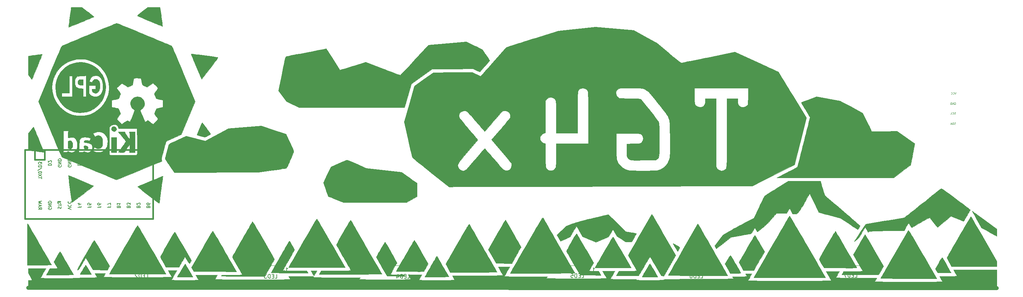
<source format=gbr>
G04 #@! TF.GenerationSoftware,KiCad,Pcbnew,(5.0.2)-1*
G04 #@! TF.CreationDate,2019-05-14T00:13:12-04:00*
G04 #@! TF.ProjectId,TG4x,54473478-2e6b-4696-9361-645f70636258,rev?*
G04 #@! TF.SameCoordinates,Original*
G04 #@! TF.FileFunction,Legend,Bot*
G04 #@! TF.FilePolarity,Positive*
%FSLAX46Y46*%
G04 Gerber Fmt 4.6, Leading zero omitted, Abs format (unit mm)*
G04 Created by KiCad (PCBNEW (5.0.2)-1) date 5/14/2019 12:13:12 AM*
%MOMM*%
%LPD*%
G01*
G04 APERTURE LIST*
%ADD10C,0.125000*%
%ADD11C,1.000000*%
%ADD12C,0.381000*%
%ADD13C,0.150000*%
%ADD14C,0.010000*%
%ADD15C,0.120000*%
G04 APERTURE END LIST*
D10*
X252918042Y-44093580D02*
X252846614Y-44117390D01*
X252727566Y-44117390D01*
X252679947Y-44093580D01*
X252656138Y-44069771D01*
X252632328Y-44022152D01*
X252632328Y-43974533D01*
X252656138Y-43926914D01*
X252679947Y-43903104D01*
X252727566Y-43879295D01*
X252822804Y-43855485D01*
X252870423Y-43831676D01*
X252894233Y-43807866D01*
X252918042Y-43760247D01*
X252918042Y-43712628D01*
X252894233Y-43665009D01*
X252870423Y-43641200D01*
X252822804Y-43617390D01*
X252703757Y-43617390D01*
X252632328Y-43641200D01*
X252418042Y-44117390D02*
X252418042Y-43617390D01*
X252298995Y-43617390D01*
X252227566Y-43641200D01*
X252179947Y-43688819D01*
X252156138Y-43736438D01*
X252132328Y-43831676D01*
X252132328Y-43903104D01*
X252156138Y-43998342D01*
X252179947Y-44045961D01*
X252227566Y-44093580D01*
X252298995Y-44117390D01*
X252418042Y-44117390D01*
X251941852Y-43974533D02*
X251703757Y-43974533D01*
X251989471Y-44117390D02*
X251822804Y-43617390D01*
X251656138Y-44117390D01*
X252906138Y-41451980D02*
X252834709Y-41475790D01*
X252715661Y-41475790D01*
X252668042Y-41451980D01*
X252644233Y-41428171D01*
X252620423Y-41380552D01*
X252620423Y-41332933D01*
X252644233Y-41285314D01*
X252668042Y-41261504D01*
X252715661Y-41237695D01*
X252810900Y-41213885D01*
X252858519Y-41190076D01*
X252882328Y-41166266D01*
X252906138Y-41118647D01*
X252906138Y-41071028D01*
X252882328Y-41023409D01*
X252858519Y-40999600D01*
X252810900Y-40975790D01*
X252691852Y-40975790D01*
X252620423Y-40999600D01*
X252120423Y-41428171D02*
X252144233Y-41451980D01*
X252215661Y-41475790D01*
X252263280Y-41475790D01*
X252334709Y-41451980D01*
X252382328Y-41404361D01*
X252406138Y-41356742D01*
X252429947Y-41261504D01*
X252429947Y-41190076D01*
X252406138Y-41094838D01*
X252382328Y-41047219D01*
X252334709Y-40999600D01*
X252263280Y-40975790D01*
X252215661Y-40975790D01*
X252144233Y-40999600D01*
X252120423Y-41023409D01*
X251668042Y-41475790D02*
X251906138Y-41475790D01*
X251906138Y-40975790D01*
X252691852Y-38510400D02*
X252739471Y-38486590D01*
X252810900Y-38486590D01*
X252882328Y-38510400D01*
X252929947Y-38558019D01*
X252953757Y-38605638D01*
X252977566Y-38700876D01*
X252977566Y-38772304D01*
X252953757Y-38867542D01*
X252929947Y-38915161D01*
X252882328Y-38962780D01*
X252810900Y-38986590D01*
X252763280Y-38986590D01*
X252691852Y-38962780D01*
X252668042Y-38938971D01*
X252668042Y-38772304D01*
X252763280Y-38772304D01*
X252453757Y-38986590D02*
X252453757Y-38486590D01*
X252168042Y-38986590D01*
X252168042Y-38486590D01*
X251929947Y-38986590D02*
X251929947Y-38486590D01*
X251810900Y-38486590D01*
X251739471Y-38510400D01*
X251691852Y-38558019D01*
X251668042Y-38605638D01*
X251644233Y-38700876D01*
X251644233Y-38772304D01*
X251668042Y-38867542D01*
X251691852Y-38915161D01*
X251739471Y-38962780D01*
X251810900Y-38986590D01*
X251929947Y-38986590D01*
X253066466Y-35883090D02*
X252899800Y-36383090D01*
X252733133Y-35883090D01*
X252280752Y-36335471D02*
X252304561Y-36359280D01*
X252375990Y-36383090D01*
X252423609Y-36383090D01*
X252495038Y-36359280D01*
X252542657Y-36311661D01*
X252566466Y-36264042D01*
X252590276Y-36168804D01*
X252590276Y-36097376D01*
X252566466Y-36002138D01*
X252542657Y-35954519D01*
X252495038Y-35906900D01*
X252423609Y-35883090D01*
X252375990Y-35883090D01*
X252304561Y-35906900D01*
X252280752Y-35930709D01*
X251780752Y-36335471D02*
X251804561Y-36359280D01*
X251875990Y-36383090D01*
X251923609Y-36383090D01*
X251995038Y-36359280D01*
X252042657Y-36311661D01*
X252066466Y-36264042D01*
X252090276Y-36168804D01*
X252090276Y-36097376D01*
X252066466Y-36002138D01*
X252042657Y-35954519D01*
X251995038Y-35906900D01*
X251923609Y-35883090D01*
X251875990Y-35883090D01*
X251804561Y-35906900D01*
X251780752Y-35930709D01*
D11*
X263588500Y-86271100D02*
X13817600Y-86258400D01*
D12*
G04 #@! TO.C,U1*
X15544800Y-50622200D02*
X46024800Y-50622200D01*
X46024800Y-50622200D02*
X46024800Y-68402200D01*
X46024800Y-68402200D02*
X15544800Y-68402200D01*
X15544800Y-53162200D02*
X18084800Y-53162200D01*
X18084800Y-53162200D02*
X18084800Y-50622200D01*
D13*
G36*
X21424160Y-64443768D02*
X21724160Y-64443768D01*
X21724160Y-64343768D01*
X21424160Y-64343768D01*
X21424160Y-64443768D01*
G37*
X21424160Y-64443768D02*
X21724160Y-64443768D01*
X21724160Y-64343768D01*
X21424160Y-64343768D01*
X21424160Y-64443768D01*
G36*
X21824160Y-64243768D02*
X21924160Y-64243768D01*
X21924160Y-64143768D01*
X21824160Y-64143768D01*
X21824160Y-64243768D01*
G37*
X21824160Y-64243768D02*
X21924160Y-64243768D01*
X21924160Y-64143768D01*
X21824160Y-64143768D01*
X21824160Y-64243768D01*
G36*
X21424160Y-64443768D02*
X21524160Y-64443768D01*
X21524160Y-63943768D01*
X21424160Y-63943768D01*
X21424160Y-64443768D01*
G37*
X21424160Y-64443768D02*
X21524160Y-64443768D01*
X21524160Y-63943768D01*
X21424160Y-63943768D01*
X21424160Y-64443768D01*
G36*
X21424160Y-64043768D02*
X22224160Y-64043768D01*
X22224160Y-63943768D01*
X21424160Y-63943768D01*
X21424160Y-64043768D01*
G37*
X21424160Y-64043768D02*
X22224160Y-64043768D01*
X22224160Y-63943768D01*
X21424160Y-63943768D01*
X21424160Y-64043768D01*
G36*
X22024160Y-64443768D02*
X22224160Y-64443768D01*
X22224160Y-64343768D01*
X22024160Y-64343768D01*
X22024160Y-64443768D01*
G37*
X22024160Y-64443768D02*
X22224160Y-64443768D01*
X22224160Y-64343768D01*
X22024160Y-64343768D01*
X22024160Y-64443768D01*
D12*
X15544800Y-68402200D02*
X13004800Y-68402200D01*
X13004800Y-68402200D02*
X13004800Y-50622200D01*
X13004800Y-50622200D02*
X15544800Y-50622200D01*
X15544800Y-53162200D02*
X15544800Y-50622200D01*
D14*
G04 #@! TO.C,G\002A\002A\002A*
G36*
X27157837Y-32533829D02*
X26917732Y-32579169D01*
X26817107Y-32622067D01*
X26655622Y-32835218D01*
X26581960Y-33130511D01*
X26596191Y-33446125D01*
X26698384Y-33720242D01*
X26815728Y-33849635D01*
X26977314Y-33907962D01*
X27240752Y-33946437D01*
X27452416Y-33955567D01*
X27944234Y-33955567D01*
X27944234Y-32516233D01*
X27452416Y-32516233D01*
X27157837Y-32533829D01*
X27157837Y-32533829D01*
G37*
X27157837Y-32533829D02*
X26917732Y-32579169D01*
X26817107Y-32622067D01*
X26655622Y-32835218D01*
X26581960Y-33130511D01*
X26596191Y-33446125D01*
X26698384Y-33720242D01*
X26815728Y-33849635D01*
X26977314Y-33907962D01*
X27240752Y-33946437D01*
X27452416Y-33955567D01*
X27944234Y-33955567D01*
X27944234Y-32516233D01*
X27452416Y-32516233D01*
X27157837Y-32533829D01*
G36*
X26338306Y-28143477D02*
X25351533Y-28374392D01*
X25159288Y-28439062D01*
X24546611Y-28684247D01*
X24011153Y-28968265D01*
X23505563Y-29321978D01*
X22982493Y-29776251D01*
X22724081Y-30026382D01*
X22376955Y-30379765D01*
X22120551Y-30669392D01*
X21919257Y-30944269D01*
X21737465Y-31253397D01*
X21539562Y-31645779D01*
X21524295Y-31677404D01*
X21194259Y-32444607D01*
X20978471Y-33158816D01*
X20863112Y-33877814D01*
X20833704Y-34564947D01*
X20906289Y-35610335D01*
X21123638Y-36575854D01*
X21491238Y-37474587D01*
X22014581Y-38319620D01*
X22699155Y-39124038D01*
X22781384Y-39207451D01*
X23575984Y-39889177D01*
X24449193Y-40425337D01*
X25389245Y-40809132D01*
X25712108Y-40901185D01*
X26356206Y-41015923D01*
X27087962Y-41064837D01*
X27839079Y-41048074D01*
X28541263Y-40965784D01*
X28875567Y-40894280D01*
X29851204Y-40559900D01*
X30736645Y-40092440D01*
X31524129Y-39506731D01*
X32205897Y-38817605D01*
X32774187Y-38039894D01*
X33221239Y-37188431D01*
X33539292Y-36278048D01*
X33720585Y-35323576D01*
X33753128Y-34453002D01*
X33070545Y-34453002D01*
X32994287Y-35073899D01*
X32831364Y-35654889D01*
X32581504Y-36164916D01*
X32244438Y-36572922D01*
X32202955Y-36609450D01*
X31801937Y-36845755D01*
X31326450Y-36958473D01*
X30821456Y-36944055D01*
X30736588Y-36918900D01*
X28706234Y-36918900D01*
X27944234Y-36918900D01*
X27944234Y-34909168D01*
X27330400Y-34869353D01*
X26837715Y-34809521D01*
X26477253Y-34692803D01*
X26216754Y-34502537D01*
X26023955Y-34222062D01*
X26005571Y-34185145D01*
X25875902Y-33780081D01*
X25821978Y-33301206D01*
X25844061Y-32815253D01*
X25942414Y-32388957D01*
X25997990Y-32260098D01*
X26138260Y-32019888D01*
X26295616Y-31847871D01*
X26500968Y-31731761D01*
X26785228Y-31659270D01*
X27179304Y-31618111D01*
X27665232Y-31597360D01*
X28099447Y-31584900D01*
X25150234Y-31584900D01*
X25150234Y-36918900D01*
X22440900Y-36918900D01*
X22440900Y-35987567D01*
X24388234Y-35987567D01*
X24388234Y-31584900D01*
X25150234Y-31584900D01*
X28099447Y-31584900D01*
X28706234Y-31567488D01*
X28706234Y-36918900D01*
X30736588Y-36918900D01*
X30331916Y-36798956D01*
X30257191Y-36762948D01*
X29984478Y-36598984D01*
X29733627Y-36410452D01*
X29701067Y-36381316D01*
X29604664Y-36286123D01*
X29539392Y-36190148D01*
X29499182Y-36060059D01*
X29477966Y-35862522D01*
X29469673Y-35564205D01*
X29468235Y-35131774D01*
X29468234Y-35102609D01*
X29468234Y-34040233D01*
X31161567Y-34040233D01*
X31161567Y-34971567D01*
X30220498Y-34971567D01*
X30246532Y-35328636D01*
X30290621Y-35587141D01*
X30406315Y-35760560D01*
X30560255Y-35878969D01*
X30928854Y-36039706D01*
X31184049Y-36072233D01*
X31420483Y-36047135D01*
X31618121Y-35949417D01*
X31836882Y-35754733D01*
X32018825Y-35549300D01*
X32134739Y-35340955D01*
X32214336Y-35065398D01*
X32255787Y-34848194D01*
X32311203Y-34275949D01*
X32281752Y-33736316D01*
X32174971Y-33259250D01*
X31998397Y-32874707D01*
X31759569Y-32612642D01*
X31681192Y-32564578D01*
X31312081Y-32450839D01*
X30954320Y-32474836D01*
X30645415Y-32622357D01*
X30422873Y-32879191D01*
X30348968Y-33069355D01*
X30304057Y-33184280D01*
X30214301Y-33221521D01*
X30027823Y-33195297D01*
X29950933Y-33178455D01*
X29728200Y-33123517D01*
X29588927Y-33079950D01*
X29570615Y-33070170D01*
X29574872Y-32979131D01*
X29619841Y-32783495D01*
X29649703Y-32678448D01*
X29865077Y-32226791D01*
X30191118Y-31878539D01*
X30597042Y-31644008D01*
X31052069Y-31533512D01*
X31525416Y-31557365D01*
X31986300Y-31725881D01*
X32161335Y-31836875D01*
X32514341Y-32191464D01*
X32782036Y-32661428D01*
X32964149Y-33215710D01*
X33060409Y-33823253D01*
X33070545Y-34453002D01*
X33753128Y-34453002D01*
X33757358Y-34339848D01*
X33641851Y-33341696D01*
X33366302Y-32343952D01*
X33359375Y-32324843D01*
X32935010Y-31394077D01*
X32384678Y-30562308D01*
X31724249Y-29837054D01*
X30969592Y-29225836D01*
X30136577Y-28736173D01*
X29241071Y-28375586D01*
X28298945Y-28151594D01*
X27326067Y-28071718D01*
X26338306Y-28143477D01*
X26338306Y-28143477D01*
G37*
X26338306Y-28143477D02*
X25351533Y-28374392D01*
X25159288Y-28439062D01*
X24546611Y-28684247D01*
X24011153Y-28968265D01*
X23505563Y-29321978D01*
X22982493Y-29776251D01*
X22724081Y-30026382D01*
X22376955Y-30379765D01*
X22120551Y-30669392D01*
X21919257Y-30944269D01*
X21737465Y-31253397D01*
X21539562Y-31645779D01*
X21524295Y-31677404D01*
X21194259Y-32444607D01*
X20978471Y-33158816D01*
X20863112Y-33877814D01*
X20833704Y-34564947D01*
X20906289Y-35610335D01*
X21123638Y-36575854D01*
X21491238Y-37474587D01*
X22014581Y-38319620D01*
X22699155Y-39124038D01*
X22781384Y-39207451D01*
X23575984Y-39889177D01*
X24449193Y-40425337D01*
X25389245Y-40809132D01*
X25712108Y-40901185D01*
X26356206Y-41015923D01*
X27087962Y-41064837D01*
X27839079Y-41048074D01*
X28541263Y-40965784D01*
X28875567Y-40894280D01*
X29851204Y-40559900D01*
X30736645Y-40092440D01*
X31524129Y-39506731D01*
X32205897Y-38817605D01*
X32774187Y-38039894D01*
X33221239Y-37188431D01*
X33539292Y-36278048D01*
X33720585Y-35323576D01*
X33753128Y-34453002D01*
X33070545Y-34453002D01*
X32994287Y-35073899D01*
X32831364Y-35654889D01*
X32581504Y-36164916D01*
X32244438Y-36572922D01*
X32202955Y-36609450D01*
X31801937Y-36845755D01*
X31326450Y-36958473D01*
X30821456Y-36944055D01*
X30736588Y-36918900D01*
X28706234Y-36918900D01*
X27944234Y-36918900D01*
X27944234Y-34909168D01*
X27330400Y-34869353D01*
X26837715Y-34809521D01*
X26477253Y-34692803D01*
X26216754Y-34502537D01*
X26023955Y-34222062D01*
X26005571Y-34185145D01*
X25875902Y-33780081D01*
X25821978Y-33301206D01*
X25844061Y-32815253D01*
X25942414Y-32388957D01*
X25997990Y-32260098D01*
X26138260Y-32019888D01*
X26295616Y-31847871D01*
X26500968Y-31731761D01*
X26785228Y-31659270D01*
X27179304Y-31618111D01*
X27665232Y-31597360D01*
X28099447Y-31584900D01*
X25150234Y-31584900D01*
X25150234Y-36918900D01*
X22440900Y-36918900D01*
X22440900Y-35987567D01*
X24388234Y-35987567D01*
X24388234Y-31584900D01*
X25150234Y-31584900D01*
X28099447Y-31584900D01*
X28706234Y-31567488D01*
X28706234Y-36918900D01*
X30736588Y-36918900D01*
X30331916Y-36798956D01*
X30257191Y-36762948D01*
X29984478Y-36598984D01*
X29733627Y-36410452D01*
X29701067Y-36381316D01*
X29604664Y-36286123D01*
X29539392Y-36190148D01*
X29499182Y-36060059D01*
X29477966Y-35862522D01*
X29469673Y-35564205D01*
X29468235Y-35131774D01*
X29468234Y-35102609D01*
X29468234Y-34040233D01*
X31161567Y-34040233D01*
X31161567Y-34971567D01*
X30220498Y-34971567D01*
X30246532Y-35328636D01*
X30290621Y-35587141D01*
X30406315Y-35760560D01*
X30560255Y-35878969D01*
X30928854Y-36039706D01*
X31184049Y-36072233D01*
X31420483Y-36047135D01*
X31618121Y-35949417D01*
X31836882Y-35754733D01*
X32018825Y-35549300D01*
X32134739Y-35340955D01*
X32214336Y-35065398D01*
X32255787Y-34848194D01*
X32311203Y-34275949D01*
X32281752Y-33736316D01*
X32174971Y-33259250D01*
X31998397Y-32874707D01*
X31759569Y-32612642D01*
X31681192Y-32564578D01*
X31312081Y-32450839D01*
X30954320Y-32474836D01*
X30645415Y-32622357D01*
X30422873Y-32879191D01*
X30348968Y-33069355D01*
X30304057Y-33184280D01*
X30214301Y-33221521D01*
X30027823Y-33195297D01*
X29950933Y-33178455D01*
X29728200Y-33123517D01*
X29588927Y-33079950D01*
X29570615Y-33070170D01*
X29574872Y-32979131D01*
X29619841Y-32783495D01*
X29649703Y-32678448D01*
X29865077Y-32226791D01*
X30191118Y-31878539D01*
X30597042Y-31644008D01*
X31052069Y-31533512D01*
X31525416Y-31557365D01*
X31986300Y-31725881D01*
X32161335Y-31836875D01*
X32514341Y-32191464D01*
X32782036Y-32661428D01*
X32964149Y-33215710D01*
X33060409Y-33823253D01*
X33070545Y-34453002D01*
X33753128Y-34453002D01*
X33757358Y-34339848D01*
X33641851Y-33341696D01*
X33366302Y-32343952D01*
X33359375Y-32324843D01*
X32935010Y-31394077D01*
X32384678Y-30562308D01*
X31724249Y-29837054D01*
X30969592Y-29225836D01*
X30136577Y-28736173D01*
X29241071Y-28375586D01*
X28298945Y-28151594D01*
X27326067Y-28071718D01*
X26338306Y-28143477D01*
G36*
X24418117Y-48290060D02*
X24222813Y-48346806D01*
X24144985Y-48402855D01*
X24094613Y-48493098D01*
X24065830Y-48650821D01*
X24052773Y-48909309D01*
X24049574Y-49301845D01*
X24049567Y-49329866D01*
X24049567Y-50220207D01*
X24343181Y-50342887D01*
X24538575Y-50419809D01*
X24652212Y-50455608D01*
X24660681Y-50455745D01*
X24751702Y-50428956D01*
X24833885Y-50406982D01*
X25005112Y-50281532D01*
X25133231Y-50032360D01*
X25212433Y-49700919D01*
X25236914Y-49328660D01*
X25200865Y-48957037D01*
X25098480Y-48627501D01*
X25086602Y-48602900D01*
X24945728Y-48390284D01*
X24768877Y-48296263D01*
X24667313Y-48280327D01*
X24418117Y-48290060D01*
X24418117Y-48290060D01*
G37*
X24418117Y-48290060D02*
X24222813Y-48346806D01*
X24144985Y-48402855D01*
X24094613Y-48493098D01*
X24065830Y-48650821D01*
X24052773Y-48909309D01*
X24049574Y-49301845D01*
X24049567Y-49329866D01*
X24049567Y-50220207D01*
X24343181Y-50342887D01*
X24538575Y-50419809D01*
X24652212Y-50455608D01*
X24660681Y-50455745D01*
X24751702Y-50428956D01*
X24833885Y-50406982D01*
X25005112Y-50281532D01*
X25133231Y-50032360D01*
X25212433Y-49700919D01*
X25236914Y-49328660D01*
X25200865Y-48957037D01*
X25098480Y-48627501D01*
X25086602Y-48602900D01*
X24945728Y-48390284D01*
X24768877Y-48296263D01*
X24667313Y-48280327D01*
X24418117Y-48290060D01*
G36*
X28288535Y-49587915D02*
X28180265Y-49636770D01*
X28138948Y-49766878D01*
X28128779Y-49859653D01*
X28164185Y-50167160D01*
X28331300Y-50371769D01*
X28619383Y-50462135D01*
X28702423Y-50465567D01*
X28935563Y-50439220D01*
X29100157Y-50374716D01*
X29112634Y-50363967D01*
X29223909Y-50160518D01*
X29193162Y-49950445D01*
X29043623Y-49764068D01*
X28798524Y-49631706D01*
X28514847Y-49583808D01*
X28288535Y-49587915D01*
X28288535Y-49587915D01*
G37*
X28288535Y-49587915D02*
X28180265Y-49636770D01*
X28138948Y-49766878D01*
X28128779Y-49859653D01*
X28164185Y-50167160D01*
X28331300Y-50371769D01*
X28619383Y-50462135D01*
X28702423Y-50465567D01*
X28935563Y-50439220D01*
X29100157Y-50374716D01*
X29112634Y-50363967D01*
X29223909Y-50160518D01*
X29193162Y-49950445D01*
X29043623Y-49764068D01*
X28798524Y-49631706D01*
X28514847Y-49583808D01*
X28288535Y-49587915D01*
G36*
X35610360Y-44676160D02*
X35443349Y-44816282D01*
X35317072Y-45052392D01*
X35264032Y-45311342D01*
X35275778Y-45429144D01*
X35415654Y-45684200D01*
X35651368Y-45843147D01*
X35932578Y-45895221D01*
X36208941Y-45829663D01*
X36404755Y-45670482D01*
X36557468Y-45372827D01*
X36542100Y-45086488D01*
X36372416Y-44831385D01*
X36086499Y-44655632D01*
X35755801Y-44635515D01*
X35610360Y-44676160D01*
X35610360Y-44676160D01*
G37*
X35610360Y-44676160D02*
X35443349Y-44816282D01*
X35317072Y-45052392D01*
X35264032Y-45311342D01*
X35275778Y-45429144D01*
X35415654Y-45684200D01*
X35651368Y-45843147D01*
X35932578Y-45895221D01*
X36208941Y-45829663D01*
X36404755Y-45670482D01*
X36557468Y-45372827D01*
X36542100Y-45086488D01*
X36372416Y-44831385D01*
X36086499Y-44655632D01*
X35755801Y-44635515D01*
X35610360Y-44676160D01*
G36*
X35225567Y-49230975D02*
X35223246Y-49774771D01*
X35216758Y-50266062D01*
X35206814Y-50677887D01*
X35194126Y-50983284D01*
X35179405Y-51155290D01*
X35174175Y-51178308D01*
X35169975Y-51242689D01*
X35236627Y-51282713D01*
X35402766Y-51303873D01*
X35697031Y-51311660D01*
X35872675Y-51312266D01*
X36622567Y-51312298D01*
X36622567Y-47417650D01*
X35924067Y-47417608D01*
X35225567Y-47417567D01*
X35225567Y-49230975D01*
X35225567Y-49230975D01*
G37*
X35225567Y-49230975D02*
X35223246Y-49774771D01*
X35216758Y-50266062D01*
X35206814Y-50677887D01*
X35194126Y-50983284D01*
X35179405Y-51155290D01*
X35174175Y-51178308D01*
X35169975Y-51242689D01*
X35236627Y-51282713D01*
X35402766Y-51303873D01*
X35697031Y-51311660D01*
X35872675Y-51312266D01*
X36622567Y-51312298D01*
X36622567Y-47417650D01*
X35924067Y-47417608D01*
X35225567Y-47417567D01*
X35225567Y-49230975D01*
G36*
X40212029Y-45991397D02*
X39939119Y-46029400D01*
X39817243Y-46090011D01*
X39854313Y-46170997D01*
X39880853Y-46189046D01*
X39918715Y-46293399D01*
X39947589Y-46532387D01*
X39964189Y-46871409D01*
X39966900Y-47095370D01*
X39966900Y-47948513D01*
X39416341Y-47238540D01*
X39174404Y-46912980D01*
X38964806Y-46606124D01*
X38815653Y-46360442D01*
X38764332Y-46253400D01*
X38662883Y-45978233D01*
X37833225Y-45978233D01*
X37481728Y-45985013D01*
X37204054Y-46003270D01*
X37036404Y-46029883D01*
X37003567Y-46049778D01*
X37060592Y-46152856D01*
X37183927Y-46282611D01*
X37303810Y-46407352D01*
X37503527Y-46633913D01*
X37756992Y-46931999D01*
X38038115Y-47271316D01*
X38088391Y-47332900D01*
X38365149Y-47672431D01*
X38610929Y-47973495D01*
X38802026Y-48207087D01*
X38914733Y-48344200D01*
X38925864Y-48357592D01*
X38957137Y-48423911D01*
X38945107Y-48519554D01*
X38878103Y-48665613D01*
X38744451Y-48883179D01*
X38532479Y-49193344D01*
X38230515Y-49617202D01*
X38223040Y-49627592D01*
X37933198Y-50026567D01*
X37662612Y-50392027D01*
X37433111Y-50695004D01*
X37266529Y-50906529D01*
X37205207Y-50978199D01*
X37069972Y-51138563D01*
X37004660Y-51246065D01*
X37003567Y-51253366D01*
X37082260Y-51278041D01*
X37294483Y-51297629D01*
X37604455Y-51309648D01*
X37852891Y-51312233D01*
X38245854Y-51308627D01*
X38501035Y-51294335D01*
X38649900Y-51264143D01*
X38723912Y-51212839D01*
X38747287Y-51164067D01*
X38861345Y-50880423D01*
X39053678Y-50538589D01*
X39339768Y-50112462D01*
X39513036Y-49872900D01*
X39980336Y-49237900D01*
X39952452Y-50275069D01*
X39924567Y-51312238D01*
X40644234Y-51312236D01*
X41363900Y-51312233D01*
X41363900Y-45978233D01*
X40628064Y-45978233D01*
X40212029Y-45991397D01*
X40212029Y-45991397D01*
G37*
X40212029Y-45991397D02*
X39939119Y-46029400D01*
X39817243Y-46090011D01*
X39854313Y-46170997D01*
X39880853Y-46189046D01*
X39918715Y-46293399D01*
X39947589Y-46532387D01*
X39964189Y-46871409D01*
X39966900Y-47095370D01*
X39966900Y-47948513D01*
X39416341Y-47238540D01*
X39174404Y-46912980D01*
X38964806Y-46606124D01*
X38815653Y-46360442D01*
X38764332Y-46253400D01*
X38662883Y-45978233D01*
X37833225Y-45978233D01*
X37481728Y-45985013D01*
X37204054Y-46003270D01*
X37036404Y-46029883D01*
X37003567Y-46049778D01*
X37060592Y-46152856D01*
X37183927Y-46282611D01*
X37303810Y-46407352D01*
X37503527Y-46633913D01*
X37756992Y-46931999D01*
X38038115Y-47271316D01*
X38088391Y-47332900D01*
X38365149Y-47672431D01*
X38610929Y-47973495D01*
X38802026Y-48207087D01*
X38914733Y-48344200D01*
X38925864Y-48357592D01*
X38957137Y-48423911D01*
X38945107Y-48519554D01*
X38878103Y-48665613D01*
X38744451Y-48883179D01*
X38532479Y-49193344D01*
X38230515Y-49617202D01*
X38223040Y-49627592D01*
X37933198Y-50026567D01*
X37662612Y-50392027D01*
X37433111Y-50695004D01*
X37266529Y-50906529D01*
X37205207Y-50978199D01*
X37069972Y-51138563D01*
X37004660Y-51246065D01*
X37003567Y-51253366D01*
X37082260Y-51278041D01*
X37294483Y-51297629D01*
X37604455Y-51309648D01*
X37852891Y-51312233D01*
X38245854Y-51308627D01*
X38501035Y-51294335D01*
X38649900Y-51264143D01*
X38723912Y-51212839D01*
X38747287Y-51164067D01*
X38861345Y-50880423D01*
X39053678Y-50538589D01*
X39339768Y-50112462D01*
X39513036Y-49872900D01*
X39980336Y-49237900D01*
X39952452Y-50275069D01*
X39924567Y-51312238D01*
X40644234Y-51312236D01*
X41363900Y-51312233D01*
X41363900Y-45978233D01*
X40628064Y-45978233D01*
X40212029Y-45991397D01*
G36*
X43241015Y-14963441D02*
X42824982Y-15286070D01*
X42463544Y-15575680D01*
X42175440Y-15816468D01*
X41979411Y-15992636D01*
X41894198Y-16088383D01*
X41893492Y-16099550D01*
X41980152Y-16141222D01*
X42203159Y-16238773D01*
X42542408Y-16383847D01*
X42977794Y-16568089D01*
X43489212Y-16783148D01*
X44056559Y-17020667D01*
X44659729Y-17272294D01*
X45278619Y-17529673D01*
X45893123Y-17784452D01*
X46483137Y-18028276D01*
X47028556Y-18252791D01*
X47509276Y-18449642D01*
X47905192Y-18610477D01*
X48196199Y-18726940D01*
X48362194Y-18790678D01*
X48392862Y-18800233D01*
X48405604Y-18725596D01*
X48393620Y-18537671D01*
X48381939Y-18440400D01*
X48357544Y-18256284D01*
X48315011Y-17932396D01*
X48258022Y-17496886D01*
X48190256Y-16977904D01*
X48115395Y-16403599D01*
X48063667Y-16006233D01*
X47793784Y-13931900D01*
X46222699Y-13908917D01*
X44651614Y-13885933D01*
X43241015Y-14963441D01*
X43241015Y-14963441D01*
G37*
X43241015Y-14963441D02*
X42824982Y-15286070D01*
X42463544Y-15575680D01*
X42175440Y-15816468D01*
X41979411Y-15992636D01*
X41894198Y-16088383D01*
X41893492Y-16099550D01*
X41980152Y-16141222D01*
X42203159Y-16238773D01*
X42542408Y-16383847D01*
X42977794Y-16568089D01*
X43489212Y-16783148D01*
X44056559Y-17020667D01*
X44659729Y-17272294D01*
X45278619Y-17529673D01*
X45893123Y-17784452D01*
X46483137Y-18028276D01*
X47028556Y-18252791D01*
X47509276Y-18449642D01*
X47905192Y-18610477D01*
X48196199Y-18726940D01*
X48362194Y-18790678D01*
X48392862Y-18800233D01*
X48405604Y-18725596D01*
X48393620Y-18537671D01*
X48381939Y-18440400D01*
X48357544Y-18256284D01*
X48315011Y-17932396D01*
X48258022Y-17496886D01*
X48190256Y-16977904D01*
X48115395Y-16403599D01*
X48063667Y-16006233D01*
X47793784Y-13931900D01*
X46222699Y-13908917D01*
X44651614Y-13885933D01*
X43241015Y-14963441D01*
G36*
X25798215Y-13890811D02*
X25404953Y-13894250D01*
X25105642Y-13899445D01*
X24928655Y-13905955D01*
X24892638Y-13910733D01*
X24849807Y-14180451D01*
X24793715Y-14559887D01*
X24727583Y-15024692D01*
X24654631Y-15550518D01*
X24578082Y-16113016D01*
X24501156Y-16687838D01*
X24427076Y-17250634D01*
X24359063Y-17777056D01*
X24300338Y-18242755D01*
X24254122Y-18623383D01*
X24223637Y-18894591D01*
X24212105Y-19032030D01*
X24213470Y-19044111D01*
X24299678Y-19011056D01*
X24526054Y-18920856D01*
X24875939Y-18780239D01*
X25332676Y-18595930D01*
X25879606Y-18374657D01*
X26500071Y-18123145D01*
X27177414Y-17848122D01*
X27499734Y-17717101D01*
X28195470Y-17433003D01*
X28839751Y-17167626D01*
X29416237Y-16927869D01*
X29908591Y-16720633D01*
X30300472Y-16552819D01*
X30575542Y-16431326D01*
X30717463Y-16363054D01*
X30733534Y-16351390D01*
X30668160Y-16287876D01*
X30487303Y-16136198D01*
X30209701Y-15911432D01*
X29854092Y-15628655D01*
X29439213Y-15302943D01*
X29173354Y-15096067D01*
X27617874Y-13889567D01*
X26257054Y-13889567D01*
X25798215Y-13890811D01*
X25798215Y-13890811D01*
G37*
X25798215Y-13890811D02*
X25404953Y-13894250D01*
X25105642Y-13899445D01*
X24928655Y-13905955D01*
X24892638Y-13910733D01*
X24849807Y-14180451D01*
X24793715Y-14559887D01*
X24727583Y-15024692D01*
X24654631Y-15550518D01*
X24578082Y-16113016D01*
X24501156Y-16687838D01*
X24427076Y-17250634D01*
X24359063Y-17777056D01*
X24300338Y-18242755D01*
X24254122Y-18623383D01*
X24223637Y-18894591D01*
X24212105Y-19032030D01*
X24213470Y-19044111D01*
X24299678Y-19011056D01*
X24526054Y-18920856D01*
X24875939Y-18780239D01*
X25332676Y-18595930D01*
X25879606Y-18374657D01*
X26500071Y-18123145D01*
X27177414Y-17848122D01*
X27499734Y-17717101D01*
X28195470Y-17433003D01*
X28839751Y-17167626D01*
X29416237Y-16927869D01*
X29908591Y-16720633D01*
X30300472Y-16552819D01*
X30575542Y-16431326D01*
X30717463Y-16363054D01*
X30733534Y-16351390D01*
X30668160Y-16287876D01*
X30487303Y-16136198D01*
X30209701Y-15911432D01*
X29854092Y-15628655D01*
X29439213Y-15302943D01*
X29173354Y-15096067D01*
X27617874Y-13889567D01*
X26257054Y-13889567D01*
X25798215Y-13890811D01*
G36*
X55823208Y-25945037D02*
X55844173Y-26030465D01*
X55923316Y-26251674D01*
X56052371Y-26588696D01*
X56223069Y-27021561D01*
X56427144Y-27530299D01*
X56656327Y-28094942D01*
X56902351Y-28695519D01*
X57156949Y-29312061D01*
X57411853Y-29924598D01*
X57658796Y-30513162D01*
X57889509Y-31057783D01*
X58095726Y-31538492D01*
X58269179Y-31935318D01*
X58401601Y-32228293D01*
X58484723Y-32397447D01*
X58508695Y-32431567D01*
X58571150Y-32366515D01*
X58725037Y-32180738D01*
X58959292Y-31888303D01*
X59262854Y-31503278D01*
X59624662Y-31039730D01*
X60033652Y-30511725D01*
X60478763Y-29933332D01*
X60689148Y-29658733D01*
X61226930Y-28953810D01*
X61667485Y-28371289D01*
X62018287Y-27900490D01*
X62286810Y-27530730D01*
X62480527Y-27251328D01*
X62606913Y-27051603D01*
X62673442Y-26920873D01*
X62687586Y-26848455D01*
X62670606Y-26826858D01*
X62551999Y-26800554D01*
X62291240Y-26757487D01*
X61910015Y-26700450D01*
X61430012Y-26632236D01*
X60872918Y-26555638D01*
X60260421Y-26473448D01*
X59614207Y-26388460D01*
X58955964Y-26303467D01*
X58307379Y-26221262D01*
X57690139Y-26144636D01*
X57125931Y-26076385D01*
X56636443Y-26019299D01*
X56243362Y-25976173D01*
X55968375Y-25949798D01*
X55833169Y-25942969D01*
X55823208Y-25945037D01*
X55823208Y-25945037D01*
G37*
X55823208Y-25945037D02*
X55844173Y-26030465D01*
X55923316Y-26251674D01*
X56052371Y-26588696D01*
X56223069Y-27021561D01*
X56427144Y-27530299D01*
X56656327Y-28094942D01*
X56902351Y-28695519D01*
X57156949Y-29312061D01*
X57411853Y-29924598D01*
X57658796Y-30513162D01*
X57889509Y-31057783D01*
X58095726Y-31538492D01*
X58269179Y-31935318D01*
X58401601Y-32228293D01*
X58484723Y-32397447D01*
X58508695Y-32431567D01*
X58571150Y-32366515D01*
X58725037Y-32180738D01*
X58959292Y-31888303D01*
X59262854Y-31503278D01*
X59624662Y-31039730D01*
X60033652Y-30511725D01*
X60478763Y-29933332D01*
X60689148Y-29658733D01*
X61226930Y-28953810D01*
X61667485Y-28371289D01*
X62018287Y-27900490D01*
X62286810Y-27530730D01*
X62480527Y-27251328D01*
X62606913Y-27051603D01*
X62673442Y-26920873D01*
X62687586Y-26848455D01*
X62670606Y-26826858D01*
X62551999Y-26800554D01*
X62291240Y-26757487D01*
X61910015Y-26700450D01*
X61430012Y-26632236D01*
X60872918Y-26555638D01*
X60260421Y-26473448D01*
X59614207Y-26388460D01*
X58955964Y-26303467D01*
X58307379Y-26221262D01*
X57690139Y-26144636D01*
X57125931Y-26076385D01*
X56636443Y-26019299D01*
X56243362Y-25976173D01*
X55968375Y-25949798D01*
X55833169Y-25942969D01*
X55823208Y-25945037D01*
G36*
X17315997Y-26014299D02*
X17092218Y-26037475D01*
X16762043Y-26076625D01*
X16356076Y-26127673D01*
X15904924Y-26186540D01*
X15439189Y-26249150D01*
X14989478Y-26311427D01*
X14586395Y-26369292D01*
X14260545Y-26418670D01*
X14042532Y-26455482D01*
X13995400Y-26465085D01*
X13804900Y-26508126D01*
X13804900Y-31343762D01*
X14207067Y-31862387D01*
X14411388Y-32126174D01*
X14582142Y-32347161D01*
X14686738Y-32483164D01*
X14694989Y-32493998D01*
X14735914Y-32478021D01*
X14812167Y-32359943D01*
X14927473Y-32131390D01*
X15085557Y-31783990D01*
X15290142Y-31309370D01*
X15544954Y-30699157D01*
X15853717Y-29944978D01*
X16105479Y-29323108D01*
X16387745Y-28621182D01*
X16648174Y-27969262D01*
X16880337Y-27383766D01*
X17077802Y-26881113D01*
X17234138Y-26477720D01*
X17342914Y-26190006D01*
X17397699Y-26034388D01*
X17402776Y-26011174D01*
X17315997Y-26014299D01*
X17315997Y-26014299D01*
G37*
X17315997Y-26014299D02*
X17092218Y-26037475D01*
X16762043Y-26076625D01*
X16356076Y-26127673D01*
X15904924Y-26186540D01*
X15439189Y-26249150D01*
X14989478Y-26311427D01*
X14586395Y-26369292D01*
X14260545Y-26418670D01*
X14042532Y-26455482D01*
X13995400Y-26465085D01*
X13804900Y-26508126D01*
X13804900Y-31343762D01*
X14207067Y-31862387D01*
X14411388Y-32126174D01*
X14582142Y-32347161D01*
X14686738Y-32483164D01*
X14694989Y-32493998D01*
X14735914Y-32478021D01*
X14812167Y-32359943D01*
X14927473Y-32131390D01*
X15085557Y-31783990D01*
X15290142Y-31309370D01*
X15544954Y-30699157D01*
X15853717Y-29944978D01*
X16105479Y-29323108D01*
X16387745Y-28621182D01*
X16648174Y-27969262D01*
X16880337Y-27383766D01*
X17077802Y-26881113D01*
X17234138Y-26477720D01*
X17342914Y-26190006D01*
X17397699Y-26034388D01*
X17402776Y-26011174D01*
X17315997Y-26014299D01*
G36*
X121909336Y-23249476D02*
X117026105Y-23663427D01*
X113407991Y-27539497D01*
X112771201Y-28220327D01*
X112167565Y-28863077D01*
X111607113Y-29457241D01*
X111099874Y-29992310D01*
X110655878Y-30457777D01*
X110285153Y-30843134D01*
X109997730Y-31137875D01*
X109803637Y-31331491D01*
X109712905Y-31413475D01*
X109708263Y-31415567D01*
X109616189Y-31385782D01*
X109380850Y-31300115D01*
X109016785Y-31164099D01*
X108538533Y-30983264D01*
X107960633Y-30763142D01*
X107297623Y-30509265D01*
X106564045Y-30227165D01*
X105774435Y-29922372D01*
X105250513Y-29719547D01*
X100874377Y-28023528D01*
X97873805Y-28959334D01*
X97177253Y-29176775D01*
X96518774Y-29382717D01*
X95919018Y-29570671D01*
X95398636Y-29734152D01*
X94978277Y-29866672D01*
X94678591Y-29961744D01*
X94521384Y-30012494D01*
X94169533Y-30129848D01*
X92450883Y-27353016D01*
X92066916Y-26736947D01*
X91708309Y-26169826D01*
X91385183Y-25667042D01*
X91107661Y-25243987D01*
X90885866Y-24916050D01*
X90729919Y-24698623D01*
X90649943Y-24607095D01*
X90643733Y-24605315D01*
X90546715Y-24625791D01*
X90297982Y-24674648D01*
X89912255Y-24749085D01*
X89404257Y-24846298D01*
X88788710Y-24963485D01*
X88080334Y-25097843D01*
X87293853Y-25246569D01*
X86443988Y-25406860D01*
X85559900Y-25573200D01*
X84657734Y-25743173D01*
X83801145Y-25905395D01*
X83005318Y-26056934D01*
X82285439Y-26194859D01*
X81656694Y-26316239D01*
X81134269Y-26418143D01*
X80733348Y-26497640D01*
X80469119Y-26551798D01*
X80358152Y-26577232D01*
X80311635Y-26597167D01*
X80268168Y-26634767D01*
X80224418Y-26703360D01*
X80177052Y-26816274D01*
X80122736Y-26986836D01*
X80058138Y-27228373D01*
X79979922Y-27554214D01*
X79884756Y-27977685D01*
X79769307Y-28512115D01*
X79630240Y-29170831D01*
X79464223Y-29967160D01*
X79267922Y-30914431D01*
X79241967Y-31039872D01*
X78332197Y-35437233D01*
X79363716Y-36803927D01*
X80395234Y-38170620D01*
X82028242Y-38941760D01*
X83661249Y-39712900D01*
X97268242Y-39711761D01*
X110875234Y-39710621D01*
X112627220Y-33659233D01*
X117984402Y-29849233D01*
X123277485Y-29806900D01*
X128570567Y-29764567D01*
X129401412Y-30166733D01*
X129739653Y-30329416D01*
X130016364Y-30460535D01*
X130199454Y-30545011D01*
X130257284Y-30568900D01*
X130317409Y-30508840D01*
X130469198Y-30343522D01*
X130692936Y-30095235D01*
X130968908Y-29786268D01*
X131277399Y-29438912D01*
X131598696Y-29075456D01*
X131913083Y-28718191D01*
X132200846Y-28389406D01*
X132442270Y-28111391D01*
X132617641Y-27906435D01*
X132695032Y-27812720D01*
X132741799Y-27744542D01*
X132760586Y-27671060D01*
X132740818Y-27571392D01*
X132671920Y-27424658D01*
X132543318Y-27209977D01*
X132344437Y-26906466D01*
X132064703Y-26493246D01*
X131917724Y-26277801D01*
X131624649Y-25852308D01*
X131358173Y-25472515D01*
X131135057Y-25161749D01*
X130972064Y-24943337D01*
X130885953Y-24840604D01*
X130883593Y-24838624D01*
X130779503Y-24779277D01*
X130544172Y-24657716D01*
X130199174Y-24484676D01*
X129766083Y-24270891D01*
X129266473Y-24027098D01*
X128782234Y-23793040D01*
X126792567Y-22835524D01*
X121909336Y-23249476D01*
X121909336Y-23249476D01*
G37*
X121909336Y-23249476D02*
X117026105Y-23663427D01*
X113407991Y-27539497D01*
X112771201Y-28220327D01*
X112167565Y-28863077D01*
X111607113Y-29457241D01*
X111099874Y-29992310D01*
X110655878Y-30457777D01*
X110285153Y-30843134D01*
X109997730Y-31137875D01*
X109803637Y-31331491D01*
X109712905Y-31413475D01*
X109708263Y-31415567D01*
X109616189Y-31385782D01*
X109380850Y-31300115D01*
X109016785Y-31164099D01*
X108538533Y-30983264D01*
X107960633Y-30763142D01*
X107297623Y-30509265D01*
X106564045Y-30227165D01*
X105774435Y-29922372D01*
X105250513Y-29719547D01*
X100874377Y-28023528D01*
X97873805Y-28959334D01*
X97177253Y-29176775D01*
X96518774Y-29382717D01*
X95919018Y-29570671D01*
X95398636Y-29734152D01*
X94978277Y-29866672D01*
X94678591Y-29961744D01*
X94521384Y-30012494D01*
X94169533Y-30129848D01*
X92450883Y-27353016D01*
X92066916Y-26736947D01*
X91708309Y-26169826D01*
X91385183Y-25667042D01*
X91107661Y-25243987D01*
X90885866Y-24916050D01*
X90729919Y-24698623D01*
X90649943Y-24607095D01*
X90643733Y-24605315D01*
X90546715Y-24625791D01*
X90297982Y-24674648D01*
X89912255Y-24749085D01*
X89404257Y-24846298D01*
X88788710Y-24963485D01*
X88080334Y-25097843D01*
X87293853Y-25246569D01*
X86443988Y-25406860D01*
X85559900Y-25573200D01*
X84657734Y-25743173D01*
X83801145Y-25905395D01*
X83005318Y-26056934D01*
X82285439Y-26194859D01*
X81656694Y-26316239D01*
X81134269Y-26418143D01*
X80733348Y-26497640D01*
X80469119Y-26551798D01*
X80358152Y-26577232D01*
X80311635Y-26597167D01*
X80268168Y-26634767D01*
X80224418Y-26703360D01*
X80177052Y-26816274D01*
X80122736Y-26986836D01*
X80058138Y-27228373D01*
X79979922Y-27554214D01*
X79884756Y-27977685D01*
X79769307Y-28512115D01*
X79630240Y-29170831D01*
X79464223Y-29967160D01*
X79267922Y-30914431D01*
X79241967Y-31039872D01*
X78332197Y-35437233D01*
X79363716Y-36803927D01*
X80395234Y-38170620D01*
X82028242Y-38941760D01*
X83661249Y-39712900D01*
X97268242Y-39711761D01*
X110875234Y-39710621D01*
X112627220Y-33659233D01*
X117984402Y-29849233D01*
X123277485Y-29806900D01*
X128570567Y-29764567D01*
X129401412Y-30166733D01*
X129739653Y-30329416D01*
X130016364Y-30460535D01*
X130199454Y-30545011D01*
X130257284Y-30568900D01*
X130317409Y-30508840D01*
X130469198Y-30343522D01*
X130692936Y-30095235D01*
X130968908Y-29786268D01*
X131277399Y-29438912D01*
X131598696Y-29075456D01*
X131913083Y-28718191D01*
X132200846Y-28389406D01*
X132442270Y-28111391D01*
X132617641Y-27906435D01*
X132695032Y-27812720D01*
X132741799Y-27744542D01*
X132760586Y-27671060D01*
X132740818Y-27571392D01*
X132671920Y-27424658D01*
X132543318Y-27209977D01*
X132344437Y-26906466D01*
X132064703Y-26493246D01*
X131917724Y-26277801D01*
X131624649Y-25852308D01*
X131358173Y-25472515D01*
X131135057Y-25161749D01*
X130972064Y-24943337D01*
X130885953Y-24840604D01*
X130883593Y-24838624D01*
X130779503Y-24779277D01*
X130544172Y-24657716D01*
X130199174Y-24484676D01*
X129766083Y-24270891D01*
X129266473Y-24027098D01*
X128782234Y-23793040D01*
X126792567Y-22835524D01*
X121909336Y-23249476D01*
G36*
X58616740Y-43707181D02*
X58520800Y-43903607D01*
X58381946Y-44212386D01*
X58210189Y-44611094D01*
X58015540Y-45077306D01*
X57958567Y-45216233D01*
X57762399Y-45701355D01*
X57592695Y-46130488D01*
X57458449Y-46480097D01*
X57368651Y-46726643D01*
X57332296Y-46846591D01*
X57332781Y-46854198D01*
X57420559Y-46882698D01*
X57632747Y-46942566D01*
X57929682Y-47023298D01*
X58271697Y-47114391D01*
X58619128Y-47205342D01*
X58932310Y-47285648D01*
X59171580Y-47344806D01*
X59270900Y-47367403D01*
X59399260Y-47341205D01*
X59632670Y-47248727D01*
X59929014Y-47107457D01*
X60052860Y-47042747D01*
X60358136Y-46875014D01*
X60608619Y-46729667D01*
X60764335Y-46630201D01*
X60790508Y-46609159D01*
X60770258Y-46511181D01*
X60642515Y-46288891D01*
X60410071Y-45946471D01*
X60075719Y-45488102D01*
X59787619Y-45107144D01*
X59462925Y-44683217D01*
X59172972Y-44305772D01*
X58933509Y-43995216D01*
X58760283Y-43771958D01*
X58669041Y-43656405D01*
X58659757Y-43645534D01*
X58616740Y-43707181D01*
X58616740Y-43707181D01*
G37*
X58616740Y-43707181D02*
X58520800Y-43903607D01*
X58381946Y-44212386D01*
X58210189Y-44611094D01*
X58015540Y-45077306D01*
X57958567Y-45216233D01*
X57762399Y-45701355D01*
X57592695Y-46130488D01*
X57458449Y-46480097D01*
X57368651Y-46726643D01*
X57332296Y-46846591D01*
X57332781Y-46854198D01*
X57420559Y-46882698D01*
X57632747Y-46942566D01*
X57929682Y-47023298D01*
X58271697Y-47114391D01*
X58619128Y-47205342D01*
X58932310Y-47285648D01*
X59171580Y-47344806D01*
X59270900Y-47367403D01*
X59399260Y-47341205D01*
X59632670Y-47248727D01*
X59929014Y-47107457D01*
X60052860Y-47042747D01*
X60358136Y-46875014D01*
X60608619Y-46729667D01*
X60764335Y-46630201D01*
X60790508Y-46609159D01*
X60770258Y-46511181D01*
X60642515Y-46288891D01*
X60410071Y-45946471D01*
X60075719Y-45488102D01*
X59787619Y-45107144D01*
X59462925Y-44683217D01*
X59172972Y-44305772D01*
X58933509Y-43995216D01*
X58760283Y-43771958D01*
X58669041Y-43656405D01*
X58659757Y-43645534D01*
X58616740Y-43707181D01*
G36*
X15099176Y-44812432D02*
X14949196Y-44964266D01*
X14740319Y-45205363D01*
X14493642Y-45512430D01*
X14458254Y-45558110D01*
X13804900Y-46405146D01*
X13804900Y-50716340D01*
X13995400Y-50758567D01*
X14136294Y-50782324D01*
X14415744Y-50823451D01*
X14804342Y-50877839D01*
X15272680Y-50941378D01*
X15791348Y-51009958D01*
X15836900Y-51015900D01*
X16359405Y-51084904D01*
X16834938Y-51149444D01*
X17233853Y-51205358D01*
X17526503Y-51248485D01*
X17683242Y-51274663D01*
X17689109Y-51275920D01*
X17833392Y-51284628D01*
X17844381Y-51210701D01*
X17803068Y-51110441D01*
X17704594Y-50870896D01*
X17556093Y-50509433D01*
X17364697Y-50043419D01*
X17137539Y-49490224D01*
X16881752Y-48867213D01*
X16604469Y-48191755D01*
X16512582Y-47967900D01*
X16230019Y-47281404D01*
X15966093Y-46643823D01*
X15727971Y-46072200D01*
X15522818Y-45583577D01*
X15357802Y-45194996D01*
X15240089Y-44923500D01*
X15176845Y-44786131D01*
X15169163Y-44773153D01*
X15099176Y-44812432D01*
X15099176Y-44812432D01*
G37*
X15099176Y-44812432D02*
X14949196Y-44964266D01*
X14740319Y-45205363D01*
X14493642Y-45512430D01*
X14458254Y-45558110D01*
X13804900Y-46405146D01*
X13804900Y-50716340D01*
X13995400Y-50758567D01*
X14136294Y-50782324D01*
X14415744Y-50823451D01*
X14804342Y-50877839D01*
X15272680Y-50941378D01*
X15791348Y-51009958D01*
X15836900Y-51015900D01*
X16359405Y-51084904D01*
X16834938Y-51149444D01*
X17233853Y-51205358D01*
X17526503Y-51248485D01*
X17683242Y-51274663D01*
X17689109Y-51275920D01*
X17833392Y-51284628D01*
X17844381Y-51210701D01*
X17803068Y-51110441D01*
X17704594Y-50870896D01*
X17556093Y-50509433D01*
X17364697Y-50043419D01*
X17137539Y-49490224D01*
X16881752Y-48867213D01*
X16604469Y-48191755D01*
X16512582Y-47967900D01*
X16230019Y-47281404D01*
X15966093Y-46643823D01*
X15727971Y-46072200D01*
X15522818Y-45583577D01*
X15357802Y-45194996D01*
X15240089Y-44923500D01*
X15176845Y-44786131D01*
X15169163Y-44773153D01*
X15099176Y-44812432D01*
G36*
X69731332Y-44828229D02*
X65502097Y-45148943D01*
X59487945Y-48367203D01*
X54545517Y-47107657D01*
X52359013Y-48100144D01*
X51791600Y-48360662D01*
X51274588Y-48603701D01*
X50828199Y-48819303D01*
X50472654Y-48997507D01*
X50228178Y-49128354D01*
X50114990Y-49201884D01*
X50110450Y-49207599D01*
X50075115Y-49312456D01*
X50004484Y-49551873D01*
X49906504Y-49896692D01*
X49789126Y-50317755D01*
X49660297Y-50785903D01*
X49527966Y-51271978D01*
X49400081Y-51746822D01*
X49284591Y-52181277D01*
X49189444Y-52546185D01*
X49122589Y-52812387D01*
X49095784Y-52929784D01*
X49135551Y-53033901D01*
X49261746Y-53254632D01*
X49461266Y-53571595D01*
X49721008Y-53964411D01*
X50027867Y-54412699D01*
X50279788Y-54771284D01*
X51491009Y-56476900D01*
X73198567Y-56458094D01*
X76771889Y-55938330D01*
X77531449Y-55826194D01*
X78239738Y-55718442D01*
X78879026Y-55618007D01*
X79431585Y-55527818D01*
X79879686Y-55450808D01*
X80205600Y-55389905D01*
X80391598Y-55348043D01*
X80428143Y-55333900D01*
X80483127Y-55236352D01*
X80595685Y-55004719D01*
X80756036Y-54660278D01*
X80954396Y-54224304D01*
X81180983Y-53718073D01*
X81417597Y-53182056D01*
X81690501Y-52557449D01*
X81901016Y-52067849D01*
X82055956Y-51693718D01*
X82162133Y-51415514D01*
X82226359Y-51213698D01*
X82255449Y-51068730D01*
X82256213Y-50961069D01*
X82235466Y-50871177D01*
X82229375Y-50853723D01*
X82168549Y-50707065D01*
X82046887Y-50430818D01*
X81875172Y-50048834D01*
X81664183Y-49584967D01*
X81424704Y-49063071D01*
X81212015Y-48602900D01*
X80289399Y-46613233D01*
X77124983Y-45560375D01*
X73960567Y-44507516D01*
X69731332Y-44828229D01*
X69731332Y-44828229D01*
G37*
X69731332Y-44828229D02*
X65502097Y-45148943D01*
X59487945Y-48367203D01*
X54545517Y-47107657D01*
X52359013Y-48100144D01*
X51791600Y-48360662D01*
X51274588Y-48603701D01*
X50828199Y-48819303D01*
X50472654Y-48997507D01*
X50228178Y-49128354D01*
X50114990Y-49201884D01*
X50110450Y-49207599D01*
X50075115Y-49312456D01*
X50004484Y-49551873D01*
X49906504Y-49896692D01*
X49789126Y-50317755D01*
X49660297Y-50785903D01*
X49527966Y-51271978D01*
X49400081Y-51746822D01*
X49284591Y-52181277D01*
X49189444Y-52546185D01*
X49122589Y-52812387D01*
X49095784Y-52929784D01*
X49135551Y-53033901D01*
X49261746Y-53254632D01*
X49461266Y-53571595D01*
X49721008Y-53964411D01*
X50027867Y-54412699D01*
X50279788Y-54771284D01*
X51491009Y-56476900D01*
X73198567Y-56458094D01*
X76771889Y-55938330D01*
X77531449Y-55826194D01*
X78239738Y-55718442D01*
X78879026Y-55618007D01*
X79431585Y-55527818D01*
X79879686Y-55450808D01*
X80205600Y-55389905D01*
X80391598Y-55348043D01*
X80428143Y-55333900D01*
X80483127Y-55236352D01*
X80595685Y-55004719D01*
X80756036Y-54660278D01*
X80954396Y-54224304D01*
X81180983Y-53718073D01*
X81417597Y-53182056D01*
X81690501Y-52557449D01*
X81901016Y-52067849D01*
X82055956Y-51693718D01*
X82162133Y-51415514D01*
X82226359Y-51213698D01*
X82255449Y-51068730D01*
X82256213Y-50961069D01*
X82235466Y-50871177D01*
X82229375Y-50853723D01*
X82168549Y-50707065D01*
X82046887Y-50430818D01*
X81875172Y-50048834D01*
X81664183Y-49584967D01*
X81424704Y-49063071D01*
X81212015Y-48602900D01*
X80289399Y-46613233D01*
X77124983Y-45560375D01*
X73960567Y-44507516D01*
X69731332Y-44828229D01*
G36*
X215167470Y-37676937D02*
X214628153Y-37873763D01*
X214142599Y-38053652D01*
X213733283Y-38208057D01*
X213422683Y-38328433D01*
X213233274Y-38406234D01*
X213184826Y-38430793D01*
X213212940Y-38514702D01*
X213319265Y-38722717D01*
X213492635Y-39035117D01*
X213721887Y-39432183D01*
X213995856Y-39894193D01*
X214264326Y-40337601D01*
X214571305Y-40843751D01*
X214846662Y-41305008D01*
X215078570Y-41700966D01*
X215255202Y-42011221D01*
X215364729Y-42215367D01*
X215396234Y-42290437D01*
X215375789Y-42397750D01*
X215317060Y-42652244D01*
X215223950Y-43038631D01*
X215100365Y-43541627D01*
X214950211Y-44145943D01*
X214777393Y-44836294D01*
X214585816Y-45597394D01*
X214379386Y-46413955D01*
X214162007Y-47270691D01*
X213937585Y-48152316D01*
X213710026Y-49043543D01*
X213483235Y-49929086D01*
X213261117Y-50793658D01*
X213047577Y-51621973D01*
X212846521Y-52398744D01*
X212661854Y-53108685D01*
X212497481Y-53736509D01*
X212357308Y-54266930D01*
X212245240Y-54684662D01*
X212165182Y-54974417D01*
X212121040Y-55120910D01*
X212114578Y-55135756D01*
X212024303Y-55190048D01*
X211800853Y-55311284D01*
X211462212Y-55490088D01*
X211026364Y-55717080D01*
X210511290Y-55982883D01*
X209934975Y-56278119D01*
X209464640Y-56517654D01*
X206887234Y-57827020D01*
X221957900Y-57823436D01*
X237028567Y-57819852D01*
X239102900Y-56251478D01*
X239624546Y-55857210D01*
X240106927Y-55492886D01*
X240532284Y-55171899D01*
X240882860Y-54907640D01*
X241140895Y-54713499D01*
X241288631Y-54602868D01*
X241312629Y-54585168D01*
X241361364Y-54506473D01*
X241420308Y-54326931D01*
X241491933Y-54034896D01*
X241578709Y-53618719D01*
X241683107Y-53066753D01*
X241807599Y-52367350D01*
X241912378Y-51758223D01*
X242376731Y-49029212D01*
X240125983Y-47431994D01*
X237875234Y-45834776D01*
X234632960Y-45919665D01*
X233818131Y-45938989D01*
X233095274Y-45952097D01*
X232477759Y-45958955D01*
X231978955Y-45959531D01*
X231612230Y-45953791D01*
X231390954Y-45941702D01*
X231327968Y-45927893D01*
X231276512Y-45835191D01*
X231160772Y-45609321D01*
X230990308Y-45269498D01*
X230774681Y-44834937D01*
X230523451Y-44324856D01*
X230246178Y-43758468D01*
X230125242Y-43510441D01*
X228985234Y-41169648D01*
X226033086Y-39587715D01*
X223080938Y-38005783D01*
X217097706Y-36977521D01*
X215167470Y-37676937D01*
X215167470Y-37676937D01*
G37*
X215167470Y-37676937D02*
X214628153Y-37873763D01*
X214142599Y-38053652D01*
X213733283Y-38208057D01*
X213422683Y-38328433D01*
X213233274Y-38406234D01*
X213184826Y-38430793D01*
X213212940Y-38514702D01*
X213319265Y-38722717D01*
X213492635Y-39035117D01*
X213721887Y-39432183D01*
X213995856Y-39894193D01*
X214264326Y-40337601D01*
X214571305Y-40843751D01*
X214846662Y-41305008D01*
X215078570Y-41700966D01*
X215255202Y-42011221D01*
X215364729Y-42215367D01*
X215396234Y-42290437D01*
X215375789Y-42397750D01*
X215317060Y-42652244D01*
X215223950Y-43038631D01*
X215100365Y-43541627D01*
X214950211Y-44145943D01*
X214777393Y-44836294D01*
X214585816Y-45597394D01*
X214379386Y-46413955D01*
X214162007Y-47270691D01*
X213937585Y-48152316D01*
X213710026Y-49043543D01*
X213483235Y-49929086D01*
X213261117Y-50793658D01*
X213047577Y-51621973D01*
X212846521Y-52398744D01*
X212661854Y-53108685D01*
X212497481Y-53736509D01*
X212357308Y-54266930D01*
X212245240Y-54684662D01*
X212165182Y-54974417D01*
X212121040Y-55120910D01*
X212114578Y-55135756D01*
X212024303Y-55190048D01*
X211800853Y-55311284D01*
X211462212Y-55490088D01*
X211026364Y-55717080D01*
X210511290Y-55982883D01*
X209934975Y-56278119D01*
X209464640Y-56517654D01*
X206887234Y-57827020D01*
X221957900Y-57823436D01*
X237028567Y-57819852D01*
X239102900Y-56251478D01*
X239624546Y-55857210D01*
X240106927Y-55492886D01*
X240532284Y-55171899D01*
X240882860Y-54907640D01*
X241140895Y-54713499D01*
X241288631Y-54602868D01*
X241312629Y-54585168D01*
X241361364Y-54506473D01*
X241420308Y-54326931D01*
X241491933Y-54034896D01*
X241578709Y-53618719D01*
X241683107Y-53066753D01*
X241807599Y-52367350D01*
X241912378Y-51758223D01*
X242376731Y-49029212D01*
X240125983Y-47431994D01*
X237875234Y-45834776D01*
X234632960Y-45919665D01*
X233818131Y-45938989D01*
X233095274Y-45952097D01*
X232477759Y-45958955D01*
X231978955Y-45959531D01*
X231612230Y-45953791D01*
X231390954Y-45941702D01*
X231327968Y-45927893D01*
X231276512Y-45835191D01*
X231160772Y-45609321D01*
X230990308Y-45269498D01*
X230774681Y-44834937D01*
X230523451Y-44324856D01*
X230246178Y-43758468D01*
X230125242Y-43510441D01*
X228985234Y-41169648D01*
X226033086Y-39587715D01*
X223080938Y-38005783D01*
X217097706Y-36977521D01*
X215167470Y-37676937D01*
G36*
X36535986Y-18042052D02*
X36306603Y-18133145D01*
X35947943Y-18278127D01*
X35473532Y-18471399D01*
X34896894Y-18707363D01*
X34231555Y-18980422D01*
X33491040Y-19284978D01*
X32688873Y-19615435D01*
X31838580Y-19966193D01*
X30953686Y-20331656D01*
X30047715Y-20706226D01*
X29134193Y-21084306D01*
X28226645Y-21460298D01*
X27338596Y-21828604D01*
X26483570Y-22183626D01*
X25675093Y-22519768D01*
X24926691Y-22831431D01*
X24251887Y-23113019D01*
X23664207Y-23358932D01*
X23177176Y-23563575D01*
X22804319Y-23721348D01*
X22559161Y-23826656D01*
X22455512Y-23873739D01*
X22407044Y-23959771D01*
X22298986Y-24191317D01*
X22136071Y-24557253D01*
X21923037Y-25046455D01*
X21664618Y-25647799D01*
X21365549Y-26350159D01*
X21030568Y-27142411D01*
X20664408Y-28013430D01*
X20271806Y-28952093D01*
X19857496Y-29947275D01*
X19426216Y-30987850D01*
X19394486Y-31064588D01*
X16448165Y-38191244D01*
X19395119Y-45317163D01*
X19916974Y-46577639D01*
X20378733Y-47689709D01*
X20784076Y-48661830D01*
X21136685Y-49502460D01*
X21440239Y-50220059D01*
X21698417Y-50823083D01*
X21914900Y-51319991D01*
X22093368Y-51719241D01*
X22237501Y-52029292D01*
X22350978Y-52258600D01*
X22437480Y-52415625D01*
X22500687Y-52508825D01*
X22539654Y-52544604D01*
X22646450Y-52591869D01*
X22897878Y-52698986D01*
X23282124Y-52861021D01*
X23787369Y-53073039D01*
X24401798Y-53330105D01*
X25113595Y-53627285D01*
X25910942Y-53959643D01*
X26782025Y-54322245D01*
X27715026Y-54710156D01*
X28698129Y-55118440D01*
X29383567Y-55402845D01*
X30396474Y-55822976D01*
X31369276Y-56226484D01*
X32289930Y-56608371D01*
X33146393Y-56963642D01*
X33926622Y-57287301D01*
X34618574Y-57574352D01*
X35210208Y-57819800D01*
X35689479Y-58018649D01*
X36044346Y-58165903D01*
X36262766Y-58256566D01*
X36326234Y-58282937D01*
X36622567Y-58406311D01*
X42416996Y-56000454D01*
X43354597Y-55610912D01*
X44246009Y-55240077D01*
X45078975Y-54893079D01*
X45841239Y-54575045D01*
X46520545Y-54291104D01*
X47104636Y-54046385D01*
X47581256Y-53846016D01*
X47938148Y-53695127D01*
X48163056Y-53598844D01*
X48243696Y-53562326D01*
X48230214Y-53475359D01*
X48172878Y-53364985D01*
X48148379Y-53293309D01*
X48145538Y-53175633D01*
X48168077Y-52994243D01*
X48219719Y-52731424D01*
X48304187Y-52369462D01*
X48425205Y-51890641D01*
X48586495Y-51277247D01*
X48703971Y-50837907D01*
X48982622Y-49800071D01*
X41901238Y-49800071D01*
X41900427Y-50412515D01*
X41897319Y-50937219D01*
X41892039Y-51354367D01*
X41884709Y-51644141D01*
X41875454Y-51786725D01*
X41874252Y-51792870D01*
X41777876Y-51957784D01*
X41681343Y-52018143D01*
X41561067Y-52028200D01*
X41294523Y-52036561D01*
X40904765Y-52043253D01*
X40414851Y-52048303D01*
X39847834Y-52051739D01*
X39226771Y-52053588D01*
X38574718Y-52053876D01*
X37914731Y-52052632D01*
X37269864Y-52049883D01*
X36663174Y-52045655D01*
X36117717Y-52039976D01*
X35656548Y-52032874D01*
X35302723Y-52024375D01*
X35079297Y-52014506D01*
X35032449Y-52010288D01*
X34712330Y-51970429D01*
X34735809Y-48429020D01*
X34276517Y-48429020D01*
X34252873Y-49139761D01*
X34102575Y-49780836D01*
X33835049Y-50334756D01*
X33459718Y-50784028D01*
X32986005Y-51111162D01*
X32784098Y-51199086D01*
X32404321Y-51280800D01*
X31938022Y-51294311D01*
X31451396Y-51244573D01*
X31010635Y-51136540D01*
X30805793Y-51051030D01*
X30407685Y-50846567D01*
X30664938Y-50401507D01*
X30763913Y-50230275D01*
X30317031Y-50230275D01*
X30233429Y-50607770D01*
X30173789Y-50732422D01*
X29910393Y-51025343D01*
X29548575Y-51220976D01*
X29135540Y-51308439D01*
X28718491Y-51276854D01*
X28388734Y-51143828D01*
X28195417Y-51042268D01*
X28108720Y-51049489D01*
X28103541Y-51164067D01*
X28031036Y-51194838D01*
X27830411Y-51217414D01*
X27542837Y-51227460D01*
X27499734Y-51227620D01*
X26885900Y-51227674D01*
X26945237Y-49749800D01*
X26964490Y-49346613D01*
X26466579Y-49346613D01*
X26433677Y-49881079D01*
X26304935Y-50378876D01*
X26129161Y-50726026D01*
X25830190Y-51037386D01*
X25443500Y-51237215D01*
X25014328Y-51315080D01*
X24587908Y-51260552D01*
X24322687Y-51142583D01*
X24098377Y-51014942D01*
X23990098Y-50982918D01*
X23976348Y-51043346D01*
X23993021Y-51094058D01*
X23984403Y-51158711D01*
X23880389Y-51201212D01*
X23653577Y-51228504D01*
X23408252Y-51242224D01*
X23079015Y-51250623D01*
X22891433Y-51237360D01*
X22818762Y-51198565D01*
X22820740Y-51157142D01*
X22831445Y-51047336D01*
X22841194Y-50789580D01*
X22849650Y-50405253D01*
X22856480Y-49915738D01*
X22861347Y-49342415D01*
X22863916Y-48706666D01*
X22864234Y-48384308D01*
X22864234Y-45724233D01*
X24207080Y-45724233D01*
X24128324Y-45998841D01*
X24089877Y-46218284D01*
X24061831Y-46541157D01*
X24049694Y-46901625D01*
X24049567Y-46940049D01*
X24051697Y-47271773D01*
X24064700Y-47465527D01*
X24098501Y-47552670D01*
X24163022Y-47564565D01*
X24240067Y-47542114D01*
X24427868Y-47500842D01*
X24712436Y-47462094D01*
X24938567Y-47441473D01*
X25255615Y-47431449D01*
X25476186Y-47466033D01*
X25670367Y-47559339D01*
X25735536Y-47601967D01*
X26038119Y-47903154D01*
X26264013Y-48319654D01*
X26408428Y-48813472D01*
X26466579Y-49346613D01*
X26964490Y-49346613D01*
X26974788Y-49130978D01*
X27011444Y-48656860D01*
X27061449Y-48302819D01*
X27131048Y-48044227D01*
X27226486Y-47856458D01*
X27354006Y-47714885D01*
X27486176Y-47616462D01*
X27870202Y-47455006D01*
X28364891Y-47389822D01*
X28939852Y-47423494D01*
X29209082Y-47470014D01*
X29516725Y-47536409D01*
X29752608Y-47592910D01*
X29873990Y-47629137D01*
X29880897Y-47633162D01*
X29872227Y-47723182D01*
X29812215Y-47910568D01*
X29783255Y-47985452D01*
X29717509Y-48140508D01*
X29647685Y-48235363D01*
X29537691Y-48278797D01*
X29351435Y-48279594D01*
X29052822Y-48246535D01*
X28829948Y-48217409D01*
X28526137Y-48198552D01*
X28337919Y-48256713D01*
X28220103Y-48415791D01*
X28164502Y-48569306D01*
X28148510Y-48662787D01*
X28192991Y-48721240D01*
X28330620Y-48758325D01*
X28594072Y-48787698D01*
X28711035Y-48797763D01*
X29257310Y-48886318D01*
X29708871Y-49046266D01*
X30040449Y-49266217D01*
X30197266Y-49467677D01*
X30305473Y-49823518D01*
X30317031Y-50230275D01*
X30763913Y-50230275D01*
X30922190Y-49956448D01*
X31172843Y-50134929D01*
X31570364Y-50327678D01*
X31971759Y-50360003D01*
X32348375Y-50237659D01*
X32671557Y-49966402D01*
X32783227Y-49811453D01*
X32879369Y-49634510D01*
X32938827Y-49449389D01*
X32969965Y-49208783D01*
X32981144Y-48865382D01*
X32981900Y-48687567D01*
X32972396Y-48247661D01*
X32939444Y-47929887D01*
X32876385Y-47687878D01*
X32819343Y-47555737D01*
X32566002Y-47203413D01*
X32240027Y-46989427D01*
X31869215Y-46922569D01*
X31481360Y-47011629D01*
X31337163Y-47087036D01*
X31047092Y-47263872D01*
X30901718Y-47071145D01*
X30746096Y-46847844D01*
X30621383Y-46649948D01*
X30486422Y-46421478D01*
X30929828Y-46228298D01*
X31555455Y-46035212D01*
X32155158Y-46000293D01*
X32712348Y-46112633D01*
X33210436Y-46361321D01*
X33632832Y-46735450D01*
X33962947Y-47224111D01*
X34184193Y-47816395D01*
X34276517Y-48429020D01*
X34735809Y-48429020D01*
X34759900Y-44795581D01*
X35071344Y-44484208D01*
X35294234Y-44288229D01*
X35506936Y-44187140D01*
X35794348Y-44142534D01*
X35833344Y-44139488D01*
X36292811Y-44171005D01*
X36654584Y-44340824D01*
X36918714Y-44648974D01*
X36990176Y-44794412D01*
X37130567Y-45127622D01*
X39501234Y-45150761D01*
X41871900Y-45173900D01*
X41895476Y-48391233D01*
X41899629Y-49119705D01*
X41901238Y-49800071D01*
X48982622Y-49800071D01*
X49338153Y-48475900D01*
X53286133Y-46677884D01*
X55040966Y-42434254D01*
X56795798Y-38190623D01*
X56641677Y-37817840D01*
X48560567Y-37817840D01*
X48560567Y-39668214D01*
X47759137Y-39818887D01*
X47407594Y-39889980D01*
X47120385Y-39957412D01*
X46937396Y-40011336D01*
X46895015Y-40032252D01*
X46834884Y-40135857D01*
X46731960Y-40353996D01*
X46606179Y-40643920D01*
X46576929Y-40714281D01*
X46321535Y-41333618D01*
X46784884Y-41994867D01*
X46985120Y-42287697D01*
X47141827Y-42530327D01*
X47233424Y-42688624D01*
X47248234Y-42727684D01*
X47193225Y-42806968D01*
X47048458Y-42973334D01*
X46844323Y-43195085D01*
X46611212Y-43440521D01*
X46379515Y-43677944D01*
X46179622Y-43875655D01*
X46041925Y-44001954D01*
X45998800Y-44030900D01*
X45923011Y-43985524D01*
X45739943Y-43863348D01*
X45480604Y-43685301D01*
X45291416Y-43553445D01*
X44610037Y-43075990D01*
X44287774Y-43257111D01*
X44083162Y-43367506D01*
X43948403Y-43431660D01*
X43926241Y-43438233D01*
X43877295Y-43366114D01*
X43784412Y-43175788D01*
X43666466Y-42906298D01*
X43649964Y-42866733D01*
X43513550Y-42538974D01*
X43338320Y-42119617D01*
X43151228Y-41673104D01*
X43041068Y-41410830D01*
X42669177Y-40526428D01*
X43056614Y-40195257D01*
X43442948Y-39793895D01*
X43676187Y-39368664D01*
X43772354Y-38887173D01*
X43776900Y-38739233D01*
X43705797Y-38213439D01*
X43509021Y-37770866D01*
X43211376Y-37417076D01*
X42837666Y-37157631D01*
X42412694Y-36998093D01*
X41961262Y-36944024D01*
X41508176Y-37000987D01*
X41078237Y-37174542D01*
X40696249Y-37470253D01*
X40387015Y-37893682D01*
X40347617Y-37970233D01*
X40207436Y-38296930D01*
X40148972Y-38566702D01*
X40154566Y-38857900D01*
X40283866Y-39407273D01*
X40553360Y-39869982D01*
X40879078Y-40178567D01*
X41079494Y-40341480D01*
X41207575Y-40477007D01*
X41231727Y-40526317D01*
X41201896Y-40633110D01*
X41116204Y-40866301D01*
X40985965Y-41196849D01*
X40822495Y-41595713D01*
X40720417Y-41838651D01*
X40536490Y-42273601D01*
X40371347Y-42665979D01*
X40238499Y-42983548D01*
X40151454Y-43194069D01*
X40128957Y-43250070D01*
X40053982Y-43442906D01*
X39704761Y-43264747D01*
X39355541Y-43086588D01*
X38633254Y-43567261D01*
X37910966Y-44047933D01*
X36632952Y-42769919D01*
X37126265Y-42051089D01*
X37619578Y-41332260D01*
X37346440Y-40654667D01*
X37214590Y-40331636D01*
X37106809Y-40123779D01*
X36981537Y-39999029D01*
X36797217Y-39925318D01*
X36512290Y-39870579D01*
X36283900Y-39834784D01*
X35964617Y-39776369D01*
X35647539Y-39706552D01*
X35627734Y-39701625D01*
X35310234Y-39621706D01*
X35310234Y-38788670D01*
X35315126Y-38371337D01*
X35340832Y-38091489D01*
X35403898Y-37917333D01*
X35520870Y-37817074D01*
X35708293Y-37758919D01*
X35860567Y-37731156D01*
X36151161Y-37679981D01*
X36498105Y-37615266D01*
X36650608Y-37585686D01*
X37101983Y-37496707D01*
X37349108Y-36945911D01*
X37472354Y-36653682D01*
X37560909Y-36410249D01*
X37596192Y-36266860D01*
X37596234Y-36264356D01*
X37550774Y-36142322D01*
X37428263Y-35918327D01*
X37249505Y-35628606D01*
X37111167Y-35419499D01*
X36626100Y-34705402D01*
X36835698Y-34505140D01*
X34620920Y-34505140D01*
X34608835Y-34993674D01*
X34525607Y-35857500D01*
X34357241Y-36632162D01*
X34086078Y-37383805D01*
X33823142Y-37936525D01*
X33240070Y-38886247D01*
X32534001Y-39723717D01*
X31715123Y-40441258D01*
X30793623Y-41031192D01*
X29779688Y-41485841D01*
X28706234Y-41792733D01*
X28242492Y-41856936D01*
X27668735Y-41884931D01*
X27039915Y-41878709D01*
X26410987Y-41840261D01*
X25836902Y-41771576D01*
X25372616Y-41674646D01*
X25361900Y-41671594D01*
X24363877Y-41318466D01*
X23476272Y-40857269D01*
X22664753Y-40267072D01*
X21962327Y-39599048D01*
X21263268Y-38756583D01*
X20721102Y-37870498D01*
X20324637Y-36917703D01*
X20062682Y-35875107D01*
X20014240Y-35579812D01*
X19937933Y-34506376D01*
X20021266Y-33455653D01*
X20254783Y-32441361D01*
X20629031Y-31477221D01*
X21134556Y-30576953D01*
X21761901Y-29754278D01*
X22501613Y-29022914D01*
X23344237Y-28396584D01*
X24280318Y-27889006D01*
X25300403Y-27513900D01*
X25632720Y-27426539D01*
X25979119Y-27351167D01*
X26295609Y-27303116D01*
X26631855Y-27278797D01*
X27037526Y-27274620D01*
X27562288Y-27286996D01*
X27563234Y-27287027D01*
X28068570Y-27307194D01*
X28454749Y-27335258D01*
X28771948Y-27379095D01*
X29070344Y-27446584D01*
X29400113Y-27545603D01*
X29571459Y-27602327D01*
X30616188Y-28040045D01*
X31564051Y-28616213D01*
X32410528Y-29327346D01*
X33151098Y-30169955D01*
X33450546Y-30594053D01*
X33969747Y-31509061D01*
X34334069Y-32451453D01*
X34549224Y-33442916D01*
X34620920Y-34505140D01*
X36835698Y-34505140D01*
X37240032Y-34118817D01*
X37509571Y-33870635D01*
X37741335Y-33674379D01*
X37904151Y-33555536D01*
X37957933Y-33531871D01*
X38068523Y-33576878D01*
X38282557Y-33698377D01*
X38564870Y-33875600D01*
X38764735Y-34008397D01*
X39467570Y-34485285D01*
X40034735Y-34249541D01*
X40321666Y-34126661D01*
X40545614Y-34024055D01*
X40661487Y-33962457D01*
X40664892Y-33959790D01*
X40706421Y-33857286D01*
X40764591Y-33628320D01*
X40829613Y-33313687D01*
X40859809Y-33147508D01*
X40925245Y-32796951D01*
X40988239Y-32503192D01*
X41038741Y-32311495D01*
X41054370Y-32271231D01*
X41131209Y-32213069D01*
X41304185Y-32177469D01*
X41599304Y-32161152D01*
X41937902Y-32159751D01*
X42298427Y-32167262D01*
X42595779Y-32182112D01*
X42788804Y-32201797D01*
X42836723Y-32214434D01*
X42884642Y-32313862D01*
X42949007Y-32541063D01*
X43019464Y-32856612D01*
X43056901Y-33052654D01*
X43124426Y-33404852D01*
X43187787Y-33695493D01*
X43237532Y-33882938D01*
X43255194Y-33926278D01*
X43356815Y-33996442D01*
X43572754Y-34103875D01*
X43858649Y-34226731D01*
X43894305Y-34240979D01*
X44477376Y-34472118D01*
X45248552Y-33961403D01*
X46019728Y-33450689D01*
X46633981Y-34060842D01*
X46890782Y-34322720D01*
X47094871Y-34543766D01*
X47220592Y-34695417D01*
X47248234Y-34744691D01*
X47202933Y-34842067D01*
X47081143Y-35043698D01*
X46904033Y-35315503D01*
X46782567Y-35494393D01*
X46582836Y-35791377D01*
X46425959Y-36038029D01*
X46333096Y-36200343D01*
X46316900Y-36242736D01*
X46348951Y-36357293D01*
X46430779Y-36574527D01*
X46540898Y-36843507D01*
X46657822Y-37113304D01*
X46760064Y-37332987D01*
X46826138Y-37451625D01*
X46827702Y-37453522D01*
X46931483Y-37496581D01*
X47163689Y-37557125D01*
X47485555Y-37625781D01*
X47723589Y-37670159D01*
X48560567Y-37817840D01*
X56641677Y-37817840D01*
X53849355Y-31063881D01*
X53417027Y-30020462D01*
X53001343Y-29021640D01*
X52607037Y-28078538D01*
X52238843Y-27202279D01*
X51901495Y-26403986D01*
X51599729Y-25694784D01*
X51338278Y-25085795D01*
X51121876Y-24588143D01*
X50955259Y-24212951D01*
X50843161Y-23971344D01*
X50790315Y-23874443D01*
X50788914Y-23873343D01*
X50683615Y-23825547D01*
X50437218Y-23719740D01*
X50063249Y-23561519D01*
X49575232Y-23356482D01*
X48986693Y-23110226D01*
X48311158Y-22828349D01*
X47562150Y-22516448D01*
X46753196Y-22180122D01*
X45897821Y-21824967D01*
X45009550Y-21456581D01*
X44101909Y-21080562D01*
X43188421Y-20702507D01*
X42282614Y-20328013D01*
X41398011Y-19962680D01*
X40548139Y-19612103D01*
X39746521Y-19281881D01*
X39006685Y-18977610D01*
X38342154Y-18704890D01*
X37766455Y-18469316D01*
X37293112Y-18276488D01*
X36935650Y-18132001D01*
X36707595Y-18041455D01*
X36622567Y-18010443D01*
X36535986Y-18042052D01*
X36535986Y-18042052D01*
G37*
X36535986Y-18042052D02*
X36306603Y-18133145D01*
X35947943Y-18278127D01*
X35473532Y-18471399D01*
X34896894Y-18707363D01*
X34231555Y-18980422D01*
X33491040Y-19284978D01*
X32688873Y-19615435D01*
X31838580Y-19966193D01*
X30953686Y-20331656D01*
X30047715Y-20706226D01*
X29134193Y-21084306D01*
X28226645Y-21460298D01*
X27338596Y-21828604D01*
X26483570Y-22183626D01*
X25675093Y-22519768D01*
X24926691Y-22831431D01*
X24251887Y-23113019D01*
X23664207Y-23358932D01*
X23177176Y-23563575D01*
X22804319Y-23721348D01*
X22559161Y-23826656D01*
X22455512Y-23873739D01*
X22407044Y-23959771D01*
X22298986Y-24191317D01*
X22136071Y-24557253D01*
X21923037Y-25046455D01*
X21664618Y-25647799D01*
X21365549Y-26350159D01*
X21030568Y-27142411D01*
X20664408Y-28013430D01*
X20271806Y-28952093D01*
X19857496Y-29947275D01*
X19426216Y-30987850D01*
X19394486Y-31064588D01*
X16448165Y-38191244D01*
X19395119Y-45317163D01*
X19916974Y-46577639D01*
X20378733Y-47689709D01*
X20784076Y-48661830D01*
X21136685Y-49502460D01*
X21440239Y-50220059D01*
X21698417Y-50823083D01*
X21914900Y-51319991D01*
X22093368Y-51719241D01*
X22237501Y-52029292D01*
X22350978Y-52258600D01*
X22437480Y-52415625D01*
X22500687Y-52508825D01*
X22539654Y-52544604D01*
X22646450Y-52591869D01*
X22897878Y-52698986D01*
X23282124Y-52861021D01*
X23787369Y-53073039D01*
X24401798Y-53330105D01*
X25113595Y-53627285D01*
X25910942Y-53959643D01*
X26782025Y-54322245D01*
X27715026Y-54710156D01*
X28698129Y-55118440D01*
X29383567Y-55402845D01*
X30396474Y-55822976D01*
X31369276Y-56226484D01*
X32289930Y-56608371D01*
X33146393Y-56963642D01*
X33926622Y-57287301D01*
X34618574Y-57574352D01*
X35210208Y-57819800D01*
X35689479Y-58018649D01*
X36044346Y-58165903D01*
X36262766Y-58256566D01*
X36326234Y-58282937D01*
X36622567Y-58406311D01*
X42416996Y-56000454D01*
X43354597Y-55610912D01*
X44246009Y-55240077D01*
X45078975Y-54893079D01*
X45841239Y-54575045D01*
X46520545Y-54291104D01*
X47104636Y-54046385D01*
X47581256Y-53846016D01*
X47938148Y-53695127D01*
X48163056Y-53598844D01*
X48243696Y-53562326D01*
X48230214Y-53475359D01*
X48172878Y-53364985D01*
X48148379Y-53293309D01*
X48145538Y-53175633D01*
X48168077Y-52994243D01*
X48219719Y-52731424D01*
X48304187Y-52369462D01*
X48425205Y-51890641D01*
X48586495Y-51277247D01*
X48703971Y-50837907D01*
X48982622Y-49800071D01*
X41901238Y-49800071D01*
X41900427Y-50412515D01*
X41897319Y-50937219D01*
X41892039Y-51354367D01*
X41884709Y-51644141D01*
X41875454Y-51786725D01*
X41874252Y-51792870D01*
X41777876Y-51957784D01*
X41681343Y-52018143D01*
X41561067Y-52028200D01*
X41294523Y-52036561D01*
X40904765Y-52043253D01*
X40414851Y-52048303D01*
X39847834Y-52051739D01*
X39226771Y-52053588D01*
X38574718Y-52053876D01*
X37914731Y-52052632D01*
X37269864Y-52049883D01*
X36663174Y-52045655D01*
X36117717Y-52039976D01*
X35656548Y-52032874D01*
X35302723Y-52024375D01*
X35079297Y-52014506D01*
X35032449Y-52010288D01*
X34712330Y-51970429D01*
X34735809Y-48429020D01*
X34276517Y-48429020D01*
X34252873Y-49139761D01*
X34102575Y-49780836D01*
X33835049Y-50334756D01*
X33459718Y-50784028D01*
X32986005Y-51111162D01*
X32784098Y-51199086D01*
X32404321Y-51280800D01*
X31938022Y-51294311D01*
X31451396Y-51244573D01*
X31010635Y-51136540D01*
X30805793Y-51051030D01*
X30407685Y-50846567D01*
X30664938Y-50401507D01*
X30763913Y-50230275D01*
X30317031Y-50230275D01*
X30233429Y-50607770D01*
X30173789Y-50732422D01*
X29910393Y-51025343D01*
X29548575Y-51220976D01*
X29135540Y-51308439D01*
X28718491Y-51276854D01*
X28388734Y-51143828D01*
X28195417Y-51042268D01*
X28108720Y-51049489D01*
X28103541Y-51164067D01*
X28031036Y-51194838D01*
X27830411Y-51217414D01*
X27542837Y-51227460D01*
X27499734Y-51227620D01*
X26885900Y-51227674D01*
X26945237Y-49749800D01*
X26964490Y-49346613D01*
X26466579Y-49346613D01*
X26433677Y-49881079D01*
X26304935Y-50378876D01*
X26129161Y-50726026D01*
X25830190Y-51037386D01*
X25443500Y-51237215D01*
X25014328Y-51315080D01*
X24587908Y-51260552D01*
X24322687Y-51142583D01*
X24098377Y-51014942D01*
X23990098Y-50982918D01*
X23976348Y-51043346D01*
X23993021Y-51094058D01*
X23984403Y-51158711D01*
X23880389Y-51201212D01*
X23653577Y-51228504D01*
X23408252Y-51242224D01*
X23079015Y-51250623D01*
X22891433Y-51237360D01*
X22818762Y-51198565D01*
X22820740Y-51157142D01*
X22831445Y-51047336D01*
X22841194Y-50789580D01*
X22849650Y-50405253D01*
X22856480Y-49915738D01*
X22861347Y-49342415D01*
X22863916Y-48706666D01*
X22864234Y-48384308D01*
X22864234Y-45724233D01*
X24207080Y-45724233D01*
X24128324Y-45998841D01*
X24089877Y-46218284D01*
X24061831Y-46541157D01*
X24049694Y-46901625D01*
X24049567Y-46940049D01*
X24051697Y-47271773D01*
X24064700Y-47465527D01*
X24098501Y-47552670D01*
X24163022Y-47564565D01*
X24240067Y-47542114D01*
X24427868Y-47500842D01*
X24712436Y-47462094D01*
X24938567Y-47441473D01*
X25255615Y-47431449D01*
X25476186Y-47466033D01*
X25670367Y-47559339D01*
X25735536Y-47601967D01*
X26038119Y-47903154D01*
X26264013Y-48319654D01*
X26408428Y-48813472D01*
X26466579Y-49346613D01*
X26964490Y-49346613D01*
X26974788Y-49130978D01*
X27011444Y-48656860D01*
X27061449Y-48302819D01*
X27131048Y-48044227D01*
X27226486Y-47856458D01*
X27354006Y-47714885D01*
X27486176Y-47616462D01*
X27870202Y-47455006D01*
X28364891Y-47389822D01*
X28939852Y-47423494D01*
X29209082Y-47470014D01*
X29516725Y-47536409D01*
X29752608Y-47592910D01*
X29873990Y-47629137D01*
X29880897Y-47633162D01*
X29872227Y-47723182D01*
X29812215Y-47910568D01*
X29783255Y-47985452D01*
X29717509Y-48140508D01*
X29647685Y-48235363D01*
X29537691Y-48278797D01*
X29351435Y-48279594D01*
X29052822Y-48246535D01*
X28829948Y-48217409D01*
X28526137Y-48198552D01*
X28337919Y-48256713D01*
X28220103Y-48415791D01*
X28164502Y-48569306D01*
X28148510Y-48662787D01*
X28192991Y-48721240D01*
X28330620Y-48758325D01*
X28594072Y-48787698D01*
X28711035Y-48797763D01*
X29257310Y-48886318D01*
X29708871Y-49046266D01*
X30040449Y-49266217D01*
X30197266Y-49467677D01*
X30305473Y-49823518D01*
X30317031Y-50230275D01*
X30763913Y-50230275D01*
X30922190Y-49956448D01*
X31172843Y-50134929D01*
X31570364Y-50327678D01*
X31971759Y-50360003D01*
X32348375Y-50237659D01*
X32671557Y-49966402D01*
X32783227Y-49811453D01*
X32879369Y-49634510D01*
X32938827Y-49449389D01*
X32969965Y-49208783D01*
X32981144Y-48865382D01*
X32981900Y-48687567D01*
X32972396Y-48247661D01*
X32939444Y-47929887D01*
X32876385Y-47687878D01*
X32819343Y-47555737D01*
X32566002Y-47203413D01*
X32240027Y-46989427D01*
X31869215Y-46922569D01*
X31481360Y-47011629D01*
X31337163Y-47087036D01*
X31047092Y-47263872D01*
X30901718Y-47071145D01*
X30746096Y-46847844D01*
X30621383Y-46649948D01*
X30486422Y-46421478D01*
X30929828Y-46228298D01*
X31555455Y-46035212D01*
X32155158Y-46000293D01*
X32712348Y-46112633D01*
X33210436Y-46361321D01*
X33632832Y-46735450D01*
X33962947Y-47224111D01*
X34184193Y-47816395D01*
X34276517Y-48429020D01*
X34735809Y-48429020D01*
X34759900Y-44795581D01*
X35071344Y-44484208D01*
X35294234Y-44288229D01*
X35506936Y-44187140D01*
X35794348Y-44142534D01*
X35833344Y-44139488D01*
X36292811Y-44171005D01*
X36654584Y-44340824D01*
X36918714Y-44648974D01*
X36990176Y-44794412D01*
X37130567Y-45127622D01*
X39501234Y-45150761D01*
X41871900Y-45173900D01*
X41895476Y-48391233D01*
X41899629Y-49119705D01*
X41901238Y-49800071D01*
X48982622Y-49800071D01*
X49338153Y-48475900D01*
X53286133Y-46677884D01*
X55040966Y-42434254D01*
X56795798Y-38190623D01*
X56641677Y-37817840D01*
X48560567Y-37817840D01*
X48560567Y-39668214D01*
X47759137Y-39818887D01*
X47407594Y-39889980D01*
X47120385Y-39957412D01*
X46937396Y-40011336D01*
X46895015Y-40032252D01*
X46834884Y-40135857D01*
X46731960Y-40353996D01*
X46606179Y-40643920D01*
X46576929Y-40714281D01*
X46321535Y-41333618D01*
X46784884Y-41994867D01*
X46985120Y-42287697D01*
X47141827Y-42530327D01*
X47233424Y-42688624D01*
X47248234Y-42727684D01*
X47193225Y-42806968D01*
X47048458Y-42973334D01*
X46844323Y-43195085D01*
X46611212Y-43440521D01*
X46379515Y-43677944D01*
X46179622Y-43875655D01*
X46041925Y-44001954D01*
X45998800Y-44030900D01*
X45923011Y-43985524D01*
X45739943Y-43863348D01*
X45480604Y-43685301D01*
X45291416Y-43553445D01*
X44610037Y-43075990D01*
X44287774Y-43257111D01*
X44083162Y-43367506D01*
X43948403Y-43431660D01*
X43926241Y-43438233D01*
X43877295Y-43366114D01*
X43784412Y-43175788D01*
X43666466Y-42906298D01*
X43649964Y-42866733D01*
X43513550Y-42538974D01*
X43338320Y-42119617D01*
X43151228Y-41673104D01*
X43041068Y-41410830D01*
X42669177Y-40526428D01*
X43056614Y-40195257D01*
X43442948Y-39793895D01*
X43676187Y-39368664D01*
X43772354Y-38887173D01*
X43776900Y-38739233D01*
X43705797Y-38213439D01*
X43509021Y-37770866D01*
X43211376Y-37417076D01*
X42837666Y-37157631D01*
X42412694Y-36998093D01*
X41961262Y-36944024D01*
X41508176Y-37000987D01*
X41078237Y-37174542D01*
X40696249Y-37470253D01*
X40387015Y-37893682D01*
X40347617Y-37970233D01*
X40207436Y-38296930D01*
X40148972Y-38566702D01*
X40154566Y-38857900D01*
X40283866Y-39407273D01*
X40553360Y-39869982D01*
X40879078Y-40178567D01*
X41079494Y-40341480D01*
X41207575Y-40477007D01*
X41231727Y-40526317D01*
X41201896Y-40633110D01*
X41116204Y-40866301D01*
X40985965Y-41196849D01*
X40822495Y-41595713D01*
X40720417Y-41838651D01*
X40536490Y-42273601D01*
X40371347Y-42665979D01*
X40238499Y-42983548D01*
X40151454Y-43194069D01*
X40128957Y-43250070D01*
X40053982Y-43442906D01*
X39704761Y-43264747D01*
X39355541Y-43086588D01*
X38633254Y-43567261D01*
X37910966Y-44047933D01*
X36632952Y-42769919D01*
X37126265Y-42051089D01*
X37619578Y-41332260D01*
X37346440Y-40654667D01*
X37214590Y-40331636D01*
X37106809Y-40123779D01*
X36981537Y-39999029D01*
X36797217Y-39925318D01*
X36512290Y-39870579D01*
X36283900Y-39834784D01*
X35964617Y-39776369D01*
X35647539Y-39706552D01*
X35627734Y-39701625D01*
X35310234Y-39621706D01*
X35310234Y-38788670D01*
X35315126Y-38371337D01*
X35340832Y-38091489D01*
X35403898Y-37917333D01*
X35520870Y-37817074D01*
X35708293Y-37758919D01*
X35860567Y-37731156D01*
X36151161Y-37679981D01*
X36498105Y-37615266D01*
X36650608Y-37585686D01*
X37101983Y-37496707D01*
X37349108Y-36945911D01*
X37472354Y-36653682D01*
X37560909Y-36410249D01*
X37596192Y-36266860D01*
X37596234Y-36264356D01*
X37550774Y-36142322D01*
X37428263Y-35918327D01*
X37249505Y-35628606D01*
X37111167Y-35419499D01*
X36626100Y-34705402D01*
X36835698Y-34505140D01*
X34620920Y-34505140D01*
X34608835Y-34993674D01*
X34525607Y-35857500D01*
X34357241Y-36632162D01*
X34086078Y-37383805D01*
X33823142Y-37936525D01*
X33240070Y-38886247D01*
X32534001Y-39723717D01*
X31715123Y-40441258D01*
X30793623Y-41031192D01*
X29779688Y-41485841D01*
X28706234Y-41792733D01*
X28242492Y-41856936D01*
X27668735Y-41884931D01*
X27039915Y-41878709D01*
X26410987Y-41840261D01*
X25836902Y-41771576D01*
X25372616Y-41674646D01*
X25361900Y-41671594D01*
X24363877Y-41318466D01*
X23476272Y-40857269D01*
X22664753Y-40267072D01*
X21962327Y-39599048D01*
X21263268Y-38756583D01*
X20721102Y-37870498D01*
X20324637Y-36917703D01*
X20062682Y-35875107D01*
X20014240Y-35579812D01*
X19937933Y-34506376D01*
X20021266Y-33455653D01*
X20254783Y-32441361D01*
X20629031Y-31477221D01*
X21134556Y-30576953D01*
X21761901Y-29754278D01*
X22501613Y-29022914D01*
X23344237Y-28396584D01*
X24280318Y-27889006D01*
X25300403Y-27513900D01*
X25632720Y-27426539D01*
X25979119Y-27351167D01*
X26295609Y-27303116D01*
X26631855Y-27278797D01*
X27037526Y-27274620D01*
X27562288Y-27286996D01*
X27563234Y-27287027D01*
X28068570Y-27307194D01*
X28454749Y-27335258D01*
X28771948Y-27379095D01*
X29070344Y-27446584D01*
X29400113Y-27545603D01*
X29571459Y-27602327D01*
X30616188Y-28040045D01*
X31564051Y-28616213D01*
X32410528Y-29327346D01*
X33151098Y-30169955D01*
X33450546Y-30594053D01*
X33969747Y-31509061D01*
X34334069Y-32451453D01*
X34549224Y-33442916D01*
X34620920Y-34505140D01*
X36835698Y-34505140D01*
X37240032Y-34118817D01*
X37509571Y-33870635D01*
X37741335Y-33674379D01*
X37904151Y-33555536D01*
X37957933Y-33531871D01*
X38068523Y-33576878D01*
X38282557Y-33698377D01*
X38564870Y-33875600D01*
X38764735Y-34008397D01*
X39467570Y-34485285D01*
X40034735Y-34249541D01*
X40321666Y-34126661D01*
X40545614Y-34024055D01*
X40661487Y-33962457D01*
X40664892Y-33959790D01*
X40706421Y-33857286D01*
X40764591Y-33628320D01*
X40829613Y-33313687D01*
X40859809Y-33147508D01*
X40925245Y-32796951D01*
X40988239Y-32503192D01*
X41038741Y-32311495D01*
X41054370Y-32271231D01*
X41131209Y-32213069D01*
X41304185Y-32177469D01*
X41599304Y-32161152D01*
X41937902Y-32159751D01*
X42298427Y-32167262D01*
X42595779Y-32182112D01*
X42788804Y-32201797D01*
X42836723Y-32214434D01*
X42884642Y-32313862D01*
X42949007Y-32541063D01*
X43019464Y-32856612D01*
X43056901Y-33052654D01*
X43124426Y-33404852D01*
X43187787Y-33695493D01*
X43237532Y-33882938D01*
X43255194Y-33926278D01*
X43356815Y-33996442D01*
X43572754Y-34103875D01*
X43858649Y-34226731D01*
X43894305Y-34240979D01*
X44477376Y-34472118D01*
X45248552Y-33961403D01*
X46019728Y-33450689D01*
X46633981Y-34060842D01*
X46890782Y-34322720D01*
X47094871Y-34543766D01*
X47220592Y-34695417D01*
X47248234Y-34744691D01*
X47202933Y-34842067D01*
X47081143Y-35043698D01*
X46904033Y-35315503D01*
X46782567Y-35494393D01*
X46582836Y-35791377D01*
X46425959Y-36038029D01*
X46333096Y-36200343D01*
X46316900Y-36242736D01*
X46348951Y-36357293D01*
X46430779Y-36574527D01*
X46540898Y-36843507D01*
X46657822Y-37113304D01*
X46760064Y-37332987D01*
X46826138Y-37451625D01*
X46827702Y-37453522D01*
X46931483Y-37496581D01*
X47163689Y-37557125D01*
X47485555Y-37625781D01*
X47723589Y-37670159D01*
X48560567Y-37817840D01*
X56641677Y-37817840D01*
X53849355Y-31063881D01*
X53417027Y-30020462D01*
X53001343Y-29021640D01*
X52607037Y-28078538D01*
X52238843Y-27202279D01*
X51901495Y-26403986D01*
X51599729Y-25694784D01*
X51338278Y-25085795D01*
X51121876Y-24588143D01*
X50955259Y-24212951D01*
X50843161Y-23971344D01*
X50790315Y-23874443D01*
X50788914Y-23873343D01*
X50683615Y-23825547D01*
X50437218Y-23719740D01*
X50063249Y-23561519D01*
X49575232Y-23356482D01*
X48986693Y-23110226D01*
X48311158Y-22828349D01*
X47562150Y-22516448D01*
X46753196Y-22180122D01*
X45897821Y-21824967D01*
X45009550Y-21456581D01*
X44101909Y-21080562D01*
X43188421Y-20702507D01*
X42282614Y-20328013D01*
X41398011Y-19962680D01*
X40548139Y-19612103D01*
X39746521Y-19281881D01*
X39006685Y-18977610D01*
X38342154Y-18704890D01*
X37766455Y-18469316D01*
X37293112Y-18276488D01*
X36935650Y-18132001D01*
X36707595Y-18041455D01*
X36622567Y-18010443D01*
X36535986Y-18042052D01*
G36*
X150583900Y-19988195D02*
X144614900Y-21860969D01*
X143624498Y-22171705D01*
X142664394Y-22472932D01*
X141749433Y-22759992D01*
X140894458Y-23028229D01*
X140114316Y-23272984D01*
X139423849Y-23489600D01*
X138837904Y-23673422D01*
X138371324Y-23819790D01*
X138038954Y-23924049D01*
X137873963Y-23975795D01*
X137102025Y-24217849D01*
X133815564Y-27943708D01*
X133217543Y-28619562D01*
X132650817Y-29255949D01*
X132125561Y-29841717D01*
X131651951Y-30365710D01*
X131240160Y-30816778D01*
X130900365Y-31183767D01*
X130642741Y-31455524D01*
X130477462Y-31620896D01*
X130416367Y-31669567D01*
X130301744Y-31633318D01*
X130068593Y-31534193D01*
X129749042Y-31386625D01*
X129375217Y-31205046D01*
X129310099Y-31172593D01*
X128316567Y-30675620D01*
X123286926Y-30719170D01*
X118257284Y-30762720D01*
X115835030Y-32492267D01*
X113412775Y-34221814D01*
X112070442Y-38833921D01*
X110728109Y-43446027D01*
X111765821Y-47950630D01*
X111962074Y-48801056D01*
X112148076Y-49604190D01*
X112320173Y-50344447D01*
X112474707Y-51006237D01*
X112608026Y-51573973D01*
X112716472Y-52032067D01*
X112796391Y-52364931D01*
X112844127Y-52556977D01*
X112855383Y-52597050D01*
X112928954Y-52671799D01*
X113125002Y-52842373D01*
X113432786Y-53100065D01*
X113841567Y-53436171D01*
X114340601Y-53841983D01*
X114919149Y-54308797D01*
X115566470Y-54827906D01*
X116271822Y-55390605D01*
X117024465Y-55988188D01*
X117634445Y-56470550D01*
X122361656Y-60202233D01*
X124407778Y-60187172D01*
X124631253Y-60185975D01*
X125018234Y-60184450D01*
X125562898Y-60182610D01*
X126259418Y-60180470D01*
X127101969Y-60178043D01*
X128084725Y-60175343D01*
X129201860Y-60172383D01*
X130447550Y-60169179D01*
X131815968Y-60165742D01*
X133301289Y-60162087D01*
X134897688Y-60158229D01*
X136599338Y-60154179D01*
X138400415Y-60149953D01*
X140295093Y-60145564D01*
X142277546Y-60141025D01*
X144341948Y-60136351D01*
X146482474Y-60131556D01*
X148693299Y-60126652D01*
X150968597Y-60121654D01*
X153302543Y-60116575D01*
X155689310Y-60111430D01*
X158123074Y-60106231D01*
X160598008Y-60100994D01*
X163108288Y-60095730D01*
X163495567Y-60094923D01*
X200537234Y-60017734D01*
X211383850Y-54515474D01*
X212919321Y-48456364D01*
X214454791Y-42397254D01*
X210898179Y-36546577D01*
X210345014Y-35637456D01*
X209815769Y-34769284D01*
X209784180Y-34717567D01*
X199487178Y-34717567D01*
X199461873Y-36840450D01*
X199436567Y-38963334D01*
X199085986Y-39290211D01*
X198681821Y-39569623D01*
X198247753Y-39698536D01*
X197812186Y-39675178D01*
X197403528Y-39497776D01*
X197277018Y-39403112D01*
X197027518Y-39150729D01*
X196871481Y-38871124D01*
X196791357Y-38518057D01*
X196769567Y-38066104D01*
X196769567Y-37426900D01*
X193975567Y-37426900D01*
X193975567Y-46192619D01*
X193975706Y-47634639D01*
X193975769Y-48917067D01*
X193975224Y-50049647D01*
X193973541Y-51042120D01*
X193970190Y-51904229D01*
X193964638Y-52645715D01*
X193956355Y-53276320D01*
X193944811Y-53805787D01*
X193929474Y-54243858D01*
X193909813Y-54600273D01*
X193885297Y-54884776D01*
X193855396Y-55107109D01*
X193819579Y-55277013D01*
X193777314Y-55404231D01*
X193728070Y-55498504D01*
X193671318Y-55569575D01*
X193606525Y-55627185D01*
X193533161Y-55681078D01*
X193455384Y-55737447D01*
X193017378Y-55973771D01*
X192558744Y-56046618D01*
X192098824Y-55954445D01*
X191901234Y-55861325D01*
X191552674Y-55570731D01*
X191372067Y-55294445D01*
X191181567Y-54917020D01*
X191181567Y-50020801D01*
X179314936Y-50020801D01*
X179311102Y-50883261D01*
X179301735Y-51580563D01*
X179286817Y-52114069D01*
X179266331Y-52485141D01*
X179246376Y-52663291D01*
X179037735Y-53410110D01*
X178682784Y-54104015D01*
X178201568Y-54723721D01*
X177614128Y-55247945D01*
X176940509Y-55655403D01*
X176200755Y-55924809D01*
X176167172Y-55933118D01*
X175938901Y-55966416D01*
X175566519Y-55994421D01*
X175073918Y-56017162D01*
X174484990Y-56034667D01*
X173823628Y-56046966D01*
X173113725Y-56054087D01*
X172379172Y-56056059D01*
X171643861Y-56052911D01*
X170931686Y-56044671D01*
X170266538Y-56031368D01*
X169672309Y-56013032D01*
X169172892Y-55989690D01*
X168792179Y-55961372D01*
X168554063Y-55928106D01*
X168536752Y-55923926D01*
X167757850Y-55635740D01*
X167057666Y-55197734D01*
X166541229Y-54725259D01*
X166287332Y-54447078D01*
X166075832Y-54191127D01*
X165902866Y-53938938D01*
X165764574Y-53672040D01*
X165657095Y-53371964D01*
X165576569Y-53020240D01*
X165519135Y-52598399D01*
X165480931Y-52087972D01*
X165458097Y-51470488D01*
X165446772Y-50727479D01*
X165443095Y-49840474D01*
X165442900Y-49471061D01*
X165442900Y-49026233D01*
X158246234Y-49026233D01*
X149948900Y-49026233D01*
X149947041Y-51968400D01*
X149945909Y-52760703D01*
X149943015Y-53402272D01*
X149937459Y-53911703D01*
X149928338Y-54307593D01*
X149914751Y-54608539D01*
X149895797Y-54833137D01*
X149870574Y-54999984D01*
X149838179Y-55127677D01*
X149797713Y-55234812D01*
X149787574Y-55257609D01*
X149526124Y-55652722D01*
X149175094Y-55914489D01*
X148759074Y-56034619D01*
X148302656Y-56004821D01*
X147946825Y-55878226D01*
X147637385Y-55669666D01*
X147397525Y-55401824D01*
X147390927Y-55391393D01*
X147339923Y-55305474D01*
X147298593Y-55216528D01*
X147265747Y-55106458D01*
X147240196Y-54957165D01*
X147220749Y-54750550D01*
X147215127Y-54641406D01*
X138464165Y-54641406D01*
X138399292Y-55123515D01*
X138196566Y-55520984D01*
X137866318Y-55816382D01*
X137722650Y-55892371D01*
X137292282Y-56029489D01*
X136899188Y-56018238D01*
X136507051Y-55863067D01*
X136362250Y-55754334D01*
X136138674Y-55542814D01*
X135831620Y-55223387D01*
X135436383Y-54790932D01*
X134948259Y-54240327D01*
X134362545Y-53566451D01*
X133859384Y-52980572D01*
X133365988Y-52406189D01*
X132905502Y-51874873D01*
X132489692Y-51399851D01*
X132130326Y-50994350D01*
X131839169Y-50671595D01*
X131627988Y-50444814D01*
X131508551Y-50327234D01*
X131486765Y-50313572D01*
X131418750Y-50381667D01*
X131253655Y-50565734D01*
X131003294Y-50852068D01*
X130679482Y-51226966D01*
X130294031Y-51676723D01*
X129858756Y-52187634D01*
X129385470Y-52745994D01*
X129166207Y-53005567D01*
X128560562Y-53720870D01*
X128050763Y-54315956D01*
X127625441Y-54801673D01*
X127273226Y-55188871D01*
X126982749Y-55488399D01*
X126742641Y-55711107D01*
X126541533Y-55867844D01*
X126368056Y-55969459D01*
X126210840Y-56026803D01*
X126058516Y-56050725D01*
X125972198Y-56053567D01*
X125553853Y-55976610D01*
X125180296Y-55767392D01*
X124876926Y-55458386D01*
X124669145Y-55082068D01*
X124582353Y-54670914D01*
X124620641Y-54325586D01*
X124699677Y-54180088D01*
X124889366Y-53911552D01*
X125187301Y-53523003D01*
X125591076Y-53017466D01*
X126098286Y-52397964D01*
X126706525Y-51667523D01*
X127214383Y-51064294D01*
X129729151Y-48089024D01*
X129434092Y-47732129D01*
X129312572Y-47586827D01*
X129095709Y-47329318D01*
X128797768Y-46976466D01*
X128433011Y-46545139D01*
X128015703Y-46052203D01*
X127560107Y-45514524D01*
X127080488Y-44948969D01*
X127058039Y-44922510D01*
X126516315Y-44282488D01*
X126075035Y-43756840D01*
X125723820Y-43331909D01*
X125452294Y-42994039D01*
X125250077Y-42729571D01*
X125106792Y-42524848D01*
X125012060Y-42366214D01*
X124955503Y-42240010D01*
X124926743Y-42132579D01*
X124923644Y-42113692D01*
X124924274Y-41677377D01*
X125046997Y-41280487D01*
X125251013Y-40999391D01*
X125524929Y-40806147D01*
X125866099Y-40650099D01*
X126193393Y-40565771D01*
X126284567Y-40559567D01*
X126431201Y-40567174D01*
X126572937Y-40597492D01*
X126721805Y-40661766D01*
X126889837Y-40771241D01*
X127089064Y-40937162D01*
X127331517Y-41170772D01*
X127629227Y-41483318D01*
X127994225Y-41886043D01*
X128438543Y-42390194D01*
X128974211Y-43007013D01*
X129271582Y-43351358D01*
X129754595Y-43910618D01*
X130202835Y-44428331D01*
X130604340Y-44890778D01*
X130947151Y-45284240D01*
X131219305Y-45594999D01*
X131408843Y-45809338D01*
X131503805Y-45913537D01*
X131512328Y-45921406D01*
X131573142Y-45862260D01*
X131731131Y-45687420D01*
X131974348Y-45410676D01*
X132290847Y-45045817D01*
X132668678Y-44606633D01*
X133095896Y-44106914D01*
X133560553Y-43560448D01*
X133682127Y-43417011D01*
X134162402Y-42852817D01*
X134615848Y-42325513D01*
X135029233Y-41850089D01*
X135389323Y-41441535D01*
X135682888Y-41114841D01*
X135896695Y-40884996D01*
X136017511Y-40766991D01*
X136029110Y-40758287D01*
X136384388Y-40614030D01*
X136804204Y-40575709D01*
X137219334Y-40645419D01*
X137394772Y-40716930D01*
X137743927Y-40975699D01*
X137995122Y-41324117D01*
X138131240Y-41720958D01*
X138135168Y-42124999D01*
X138070710Y-42345046D01*
X137990146Y-42470170D01*
X137810952Y-42708197D01*
X137545400Y-43044067D01*
X137205765Y-43462723D01*
X136804321Y-43949107D01*
X136353342Y-44488159D01*
X135865100Y-45064823D01*
X135617245Y-45355078D01*
X133287014Y-48076255D01*
X135741912Y-50943078D01*
X136256238Y-51544612D01*
X136739812Y-52111920D01*
X137180763Y-52630949D01*
X137567220Y-53087647D01*
X137887310Y-53467960D01*
X138129161Y-53757835D01*
X138280903Y-53943220D01*
X138327276Y-54003478D01*
X138407198Y-54207239D01*
X138456510Y-54499407D01*
X138464165Y-54641406D01*
X147215127Y-54641406D01*
X147206219Y-54468515D01*
X147195415Y-54092963D01*
X147187149Y-53605794D01*
X147180230Y-52988910D01*
X147173470Y-52224214D01*
X147172114Y-52061748D01*
X147146994Y-49043595D01*
X146849892Y-48987858D01*
X146548409Y-48862024D01*
X146247396Y-48625257D01*
X145997488Y-48328356D01*
X145849324Y-48022120D01*
X145837867Y-47972622D01*
X145814574Y-47667073D01*
X145837867Y-47370511D01*
X145963858Y-47067232D01*
X146200430Y-46764888D01*
X146496900Y-46514285D01*
X146802584Y-46366230D01*
X146850808Y-46355103D01*
X147148827Y-46299194D01*
X147173031Y-42180547D01*
X147197234Y-38061900D01*
X147390927Y-37750407D01*
X147657947Y-37457739D01*
X148025354Y-37230062D01*
X148426638Y-37103730D01*
X148599798Y-37089626D01*
X149003174Y-37170343D01*
X149378569Y-37387605D01*
X149677714Y-37709841D01*
X149758400Y-37847355D01*
X149802265Y-37937008D01*
X149838819Y-38027107D01*
X149868730Y-38133125D01*
X149892663Y-38270531D01*
X149911286Y-38454798D01*
X149925263Y-38701395D01*
X149935263Y-39025795D01*
X149941949Y-39443467D01*
X149945990Y-39969884D01*
X149948052Y-40620516D01*
X149948800Y-41410834D01*
X149948900Y-42270840D01*
X149948900Y-46316900D01*
X155452234Y-46316900D01*
X155452234Y-41064847D01*
X155452221Y-39951488D01*
X155452926Y-38994672D01*
X155455467Y-38181610D01*
X155460960Y-37499513D01*
X155470520Y-36935590D01*
X155485266Y-36477052D01*
X155506313Y-36111111D01*
X155534779Y-35824975D01*
X155571779Y-35605856D01*
X155618431Y-35440965D01*
X155675850Y-35317511D01*
X155745155Y-35222706D01*
X155827460Y-35143759D01*
X155923884Y-35067881D01*
X155979488Y-35025763D01*
X156407367Y-34792868D01*
X156850476Y-34724773D01*
X157289387Y-34820533D01*
X157704671Y-35079200D01*
X157741607Y-35111687D01*
X157975147Y-35373445D01*
X158134874Y-35649791D01*
X158159417Y-35720736D01*
X158176761Y-35870109D01*
X158192322Y-36183613D01*
X158206032Y-36656054D01*
X158217827Y-37282240D01*
X158227641Y-38056976D01*
X158235407Y-38975069D01*
X158241060Y-40031325D01*
X158244534Y-41220551D01*
X158245762Y-42528067D01*
X158246234Y-49026233D01*
X165442900Y-49026233D01*
X165442900Y-46395465D01*
X168484820Y-46419682D01*
X169284003Y-46426388D01*
X169931489Y-46433201D01*
X170444910Y-46441203D01*
X170841898Y-46451477D01*
X171140087Y-46465103D01*
X171357108Y-46483165D01*
X171510596Y-46506744D01*
X171618181Y-46536923D01*
X171697498Y-46574783D01*
X171765653Y-46621018D01*
X172124028Y-46976545D01*
X172331405Y-47382050D01*
X172387783Y-47810866D01*
X172293160Y-48236329D01*
X172047534Y-48631774D01*
X171765797Y-48891448D01*
X171672310Y-48952421D01*
X171562203Y-48998287D01*
X171410286Y-49031703D01*
X171191372Y-49055328D01*
X170880273Y-49071819D01*
X170451799Y-49083834D01*
X169880763Y-49094029D01*
X169839630Y-49094668D01*
X168152234Y-49120770D01*
X168152234Y-50668851D01*
X168153459Y-51222418D01*
X168159107Y-51635543D01*
X168172137Y-51937113D01*
X168195510Y-52156014D01*
X168232185Y-52321132D01*
X168285122Y-52461353D01*
X168349086Y-52590083D01*
X168605030Y-52938239D01*
X168878252Y-53153943D01*
X168966143Y-53202610D01*
X169054878Y-53242084D01*
X169161945Y-53273197D01*
X169304831Y-53296780D01*
X169501025Y-53313668D01*
X169768014Y-53324693D01*
X170123286Y-53330687D01*
X170584329Y-53332483D01*
X171168630Y-53330914D01*
X171893679Y-53326812D01*
X172434604Y-53323276D01*
X175658640Y-53301900D01*
X175957522Y-53073846D01*
X176084240Y-52976584D01*
X176190896Y-52884550D01*
X176279216Y-52783020D01*
X176350931Y-52657272D01*
X176407767Y-52492584D01*
X176451454Y-52274233D01*
X176483719Y-51987496D01*
X176506291Y-51617651D01*
X176520897Y-51149975D01*
X176529267Y-50569745D01*
X176533129Y-49862240D01*
X176534210Y-49012735D01*
X176534234Y-48160971D01*
X176533413Y-47181036D01*
X176530685Y-46355941D01*
X176525653Y-45671198D01*
X176517919Y-45112322D01*
X176507085Y-44664824D01*
X176492752Y-44314217D01*
X176474525Y-44046016D01*
X176452004Y-43845732D01*
X176424792Y-43698880D01*
X176410215Y-43644017D01*
X176355963Y-43506650D01*
X176258872Y-43327580D01*
X176109951Y-43094402D01*
X175900208Y-42794712D01*
X175620654Y-42416108D01*
X175262295Y-41946184D01*
X174816143Y-41372537D01*
X174273204Y-40682764D01*
X174159628Y-40539154D01*
X173687298Y-39945884D01*
X173238119Y-39388526D01*
X172824937Y-38882519D01*
X172460595Y-38443301D01*
X172157937Y-38086311D01*
X171929808Y-37826988D01*
X171789051Y-37680770D01*
X171764813Y-37660571D01*
X171684423Y-37606899D01*
X171597297Y-37563936D01*
X171484053Y-37530120D01*
X171325310Y-37503890D01*
X171101689Y-37483683D01*
X170793807Y-37467938D01*
X170382284Y-37455093D01*
X169847740Y-37443586D01*
X169170793Y-37431855D01*
X168865079Y-37426900D01*
X166233591Y-37384567D01*
X165922824Y-37147356D01*
X165591366Y-36825615D01*
X165412670Y-36467183D01*
X165370165Y-36035689D01*
X165375765Y-35946649D01*
X165469799Y-35504307D01*
X165681209Y-35170587D01*
X166029993Y-34915575D01*
X166083465Y-34888130D01*
X166189568Y-34840046D01*
X166305464Y-34801928D01*
X166451159Y-34772628D01*
X166646660Y-34750994D01*
X166911975Y-34735877D01*
X167267111Y-34726126D01*
X167732075Y-34720590D01*
X168326875Y-34718121D01*
X169050177Y-34717567D01*
X169884814Y-34719548D01*
X170571178Y-34727244D01*
X171130297Y-34743284D01*
X171583204Y-34770298D01*
X171950930Y-34810915D01*
X172254503Y-34867764D01*
X172514957Y-34943475D01*
X172753321Y-35040675D01*
X172990627Y-35161996D01*
X173100552Y-35223941D01*
X173401299Y-35427072D01*
X173724432Y-35690870D01*
X173919723Y-35876890D01*
X174127627Y-36105828D01*
X174412879Y-36438304D01*
X174761331Y-36856361D01*
X175158838Y-37342043D01*
X175591254Y-37877392D01*
X176044433Y-38444453D01*
X176504227Y-39025268D01*
X176956492Y-39601881D01*
X177387081Y-40156335D01*
X177781847Y-40670673D01*
X178126645Y-41126939D01*
X178407329Y-41507176D01*
X178609751Y-41793428D01*
X178719767Y-41967737D01*
X178723010Y-41974025D01*
X178840003Y-42207933D01*
X178939082Y-42419225D01*
X179021853Y-42623952D01*
X179089926Y-42838166D01*
X179144908Y-43077920D01*
X179188406Y-43359265D01*
X179222030Y-43698254D01*
X179247386Y-44110938D01*
X179266082Y-44613371D01*
X179279726Y-45221604D01*
X179289927Y-45951689D01*
X179298292Y-46819679D01*
X179306067Y-47794958D01*
X179313252Y-48991821D01*
X179314936Y-50020801D01*
X191181567Y-50020801D01*
X191181567Y-37426900D01*
X188387567Y-37426900D01*
X188387567Y-38091712D01*
X188356134Y-38579502D01*
X188249325Y-38950871D01*
X188048374Y-39248990D01*
X187783406Y-39481592D01*
X187419300Y-39652960D01*
X187003651Y-39693960D01*
X186580164Y-39614231D01*
X186192546Y-39423410D01*
X185884500Y-39131136D01*
X185829593Y-39050726D01*
X185768213Y-38944724D01*
X185720924Y-38833622D01*
X185685499Y-38694071D01*
X185659709Y-38502721D01*
X185641327Y-38236224D01*
X185628125Y-37871230D01*
X185617876Y-37384391D01*
X185608351Y-36752357D01*
X185608018Y-36728400D01*
X185580136Y-34717567D01*
X199487178Y-34717567D01*
X209784180Y-34717567D01*
X209317220Y-33953078D01*
X208856142Y-33199855D01*
X208439311Y-32520634D01*
X208073504Y-31926430D01*
X207765496Y-31428263D01*
X207522064Y-31037149D01*
X207349983Y-30764106D01*
X207256029Y-30620152D01*
X207241400Y-30600744D01*
X207149486Y-30551002D01*
X206915628Y-30437501D01*
X206552294Y-30265988D01*
X206071951Y-30042210D01*
X205487067Y-29771912D01*
X204810108Y-29460842D01*
X204053542Y-29114746D01*
X203229837Y-28739371D01*
X202351460Y-28340464D01*
X201575200Y-27989006D01*
X196009166Y-25472424D01*
X189213867Y-26842335D01*
X188162945Y-27054259D01*
X187157619Y-27257107D01*
X186210585Y-27448312D01*
X185334537Y-27625304D01*
X184542173Y-27785514D01*
X183846188Y-27926373D01*
X183259277Y-28045314D01*
X182794136Y-28139766D01*
X182463462Y-28207162D01*
X182279949Y-28244932D01*
X182247761Y-28251808D01*
X182171905Y-28233476D01*
X182030566Y-28152810D01*
X181815319Y-28003218D01*
X181517740Y-27778108D01*
X181129403Y-27470887D01*
X180641885Y-27074964D01*
X180046761Y-26583745D01*
X179335605Y-25990639D01*
X179019606Y-25725774D01*
X175962258Y-23160177D01*
X172956045Y-21496744D01*
X169949831Y-19833312D01*
X165050533Y-19420402D01*
X160151234Y-19007491D01*
X150583900Y-19988195D01*
X150583900Y-19988195D01*
G37*
X150583900Y-19988195D02*
X144614900Y-21860969D01*
X143624498Y-22171705D01*
X142664394Y-22472932D01*
X141749433Y-22759992D01*
X140894458Y-23028229D01*
X140114316Y-23272984D01*
X139423849Y-23489600D01*
X138837904Y-23673422D01*
X138371324Y-23819790D01*
X138038954Y-23924049D01*
X137873963Y-23975795D01*
X137102025Y-24217849D01*
X133815564Y-27943708D01*
X133217543Y-28619562D01*
X132650817Y-29255949D01*
X132125561Y-29841717D01*
X131651951Y-30365710D01*
X131240160Y-30816778D01*
X130900365Y-31183767D01*
X130642741Y-31455524D01*
X130477462Y-31620896D01*
X130416367Y-31669567D01*
X130301744Y-31633318D01*
X130068593Y-31534193D01*
X129749042Y-31386625D01*
X129375217Y-31205046D01*
X129310099Y-31172593D01*
X128316567Y-30675620D01*
X123286926Y-30719170D01*
X118257284Y-30762720D01*
X115835030Y-32492267D01*
X113412775Y-34221814D01*
X112070442Y-38833921D01*
X110728109Y-43446027D01*
X111765821Y-47950630D01*
X111962074Y-48801056D01*
X112148076Y-49604190D01*
X112320173Y-50344447D01*
X112474707Y-51006237D01*
X112608026Y-51573973D01*
X112716472Y-52032067D01*
X112796391Y-52364931D01*
X112844127Y-52556977D01*
X112855383Y-52597050D01*
X112928954Y-52671799D01*
X113125002Y-52842373D01*
X113432786Y-53100065D01*
X113841567Y-53436171D01*
X114340601Y-53841983D01*
X114919149Y-54308797D01*
X115566470Y-54827906D01*
X116271822Y-55390605D01*
X117024465Y-55988188D01*
X117634445Y-56470550D01*
X122361656Y-60202233D01*
X124407778Y-60187172D01*
X124631253Y-60185975D01*
X125018234Y-60184450D01*
X125562898Y-60182610D01*
X126259418Y-60180470D01*
X127101969Y-60178043D01*
X128084725Y-60175343D01*
X129201860Y-60172383D01*
X130447550Y-60169179D01*
X131815968Y-60165742D01*
X133301289Y-60162087D01*
X134897688Y-60158229D01*
X136599338Y-60154179D01*
X138400415Y-60149953D01*
X140295093Y-60145564D01*
X142277546Y-60141025D01*
X144341948Y-60136351D01*
X146482474Y-60131556D01*
X148693299Y-60126652D01*
X150968597Y-60121654D01*
X153302543Y-60116575D01*
X155689310Y-60111430D01*
X158123074Y-60106231D01*
X160598008Y-60100994D01*
X163108288Y-60095730D01*
X163495567Y-60094923D01*
X200537234Y-60017734D01*
X211383850Y-54515474D01*
X212919321Y-48456364D01*
X214454791Y-42397254D01*
X210898179Y-36546577D01*
X210345014Y-35637456D01*
X209815769Y-34769284D01*
X209784180Y-34717567D01*
X199487178Y-34717567D01*
X199461873Y-36840450D01*
X199436567Y-38963334D01*
X199085986Y-39290211D01*
X198681821Y-39569623D01*
X198247753Y-39698536D01*
X197812186Y-39675178D01*
X197403528Y-39497776D01*
X197277018Y-39403112D01*
X197027518Y-39150729D01*
X196871481Y-38871124D01*
X196791357Y-38518057D01*
X196769567Y-38066104D01*
X196769567Y-37426900D01*
X193975567Y-37426900D01*
X193975567Y-46192619D01*
X193975706Y-47634639D01*
X193975769Y-48917067D01*
X193975224Y-50049647D01*
X193973541Y-51042120D01*
X193970190Y-51904229D01*
X193964638Y-52645715D01*
X193956355Y-53276320D01*
X193944811Y-53805787D01*
X193929474Y-54243858D01*
X193909813Y-54600273D01*
X193885297Y-54884776D01*
X193855396Y-55107109D01*
X193819579Y-55277013D01*
X193777314Y-55404231D01*
X193728070Y-55498504D01*
X193671318Y-55569575D01*
X193606525Y-55627185D01*
X193533161Y-55681078D01*
X193455384Y-55737447D01*
X193017378Y-55973771D01*
X192558744Y-56046618D01*
X192098824Y-55954445D01*
X191901234Y-55861325D01*
X191552674Y-55570731D01*
X191372067Y-55294445D01*
X191181567Y-54917020D01*
X191181567Y-50020801D01*
X179314936Y-50020801D01*
X179311102Y-50883261D01*
X179301735Y-51580563D01*
X179286817Y-52114069D01*
X179266331Y-52485141D01*
X179246376Y-52663291D01*
X179037735Y-53410110D01*
X178682784Y-54104015D01*
X178201568Y-54723721D01*
X177614128Y-55247945D01*
X176940509Y-55655403D01*
X176200755Y-55924809D01*
X176167172Y-55933118D01*
X175938901Y-55966416D01*
X175566519Y-55994421D01*
X175073918Y-56017162D01*
X174484990Y-56034667D01*
X173823628Y-56046966D01*
X173113725Y-56054087D01*
X172379172Y-56056059D01*
X171643861Y-56052911D01*
X170931686Y-56044671D01*
X170266538Y-56031368D01*
X169672309Y-56013032D01*
X169172892Y-55989690D01*
X168792179Y-55961372D01*
X168554063Y-55928106D01*
X168536752Y-55923926D01*
X167757850Y-55635740D01*
X167057666Y-55197734D01*
X166541229Y-54725259D01*
X166287332Y-54447078D01*
X166075832Y-54191127D01*
X165902866Y-53938938D01*
X165764574Y-53672040D01*
X165657095Y-53371964D01*
X165576569Y-53020240D01*
X165519135Y-52598399D01*
X165480931Y-52087972D01*
X165458097Y-51470488D01*
X165446772Y-50727479D01*
X165443095Y-49840474D01*
X165442900Y-49471061D01*
X165442900Y-49026233D01*
X158246234Y-49026233D01*
X149948900Y-49026233D01*
X149947041Y-51968400D01*
X149945909Y-52760703D01*
X149943015Y-53402272D01*
X149937459Y-53911703D01*
X149928338Y-54307593D01*
X149914751Y-54608539D01*
X149895797Y-54833137D01*
X149870574Y-54999984D01*
X149838179Y-55127677D01*
X149797713Y-55234812D01*
X149787574Y-55257609D01*
X149526124Y-55652722D01*
X149175094Y-55914489D01*
X148759074Y-56034619D01*
X148302656Y-56004821D01*
X147946825Y-55878226D01*
X147637385Y-55669666D01*
X147397525Y-55401824D01*
X147390927Y-55391393D01*
X147339923Y-55305474D01*
X147298593Y-55216528D01*
X147265747Y-55106458D01*
X147240196Y-54957165D01*
X147220749Y-54750550D01*
X147215127Y-54641406D01*
X138464165Y-54641406D01*
X138399292Y-55123515D01*
X138196566Y-55520984D01*
X137866318Y-55816382D01*
X137722650Y-55892371D01*
X137292282Y-56029489D01*
X136899188Y-56018238D01*
X136507051Y-55863067D01*
X136362250Y-55754334D01*
X136138674Y-55542814D01*
X135831620Y-55223387D01*
X135436383Y-54790932D01*
X134948259Y-54240327D01*
X134362545Y-53566451D01*
X133859384Y-52980572D01*
X133365988Y-52406189D01*
X132905502Y-51874873D01*
X132489692Y-51399851D01*
X132130326Y-50994350D01*
X131839169Y-50671595D01*
X131627988Y-50444814D01*
X131508551Y-50327234D01*
X131486765Y-50313572D01*
X131418750Y-50381667D01*
X131253655Y-50565734D01*
X131003294Y-50852068D01*
X130679482Y-51226966D01*
X130294031Y-51676723D01*
X129858756Y-52187634D01*
X129385470Y-52745994D01*
X129166207Y-53005567D01*
X128560562Y-53720870D01*
X128050763Y-54315956D01*
X127625441Y-54801673D01*
X127273226Y-55188871D01*
X126982749Y-55488399D01*
X126742641Y-55711107D01*
X126541533Y-55867844D01*
X126368056Y-55969459D01*
X126210840Y-56026803D01*
X126058516Y-56050725D01*
X125972198Y-56053567D01*
X125553853Y-55976610D01*
X125180296Y-55767392D01*
X124876926Y-55458386D01*
X124669145Y-55082068D01*
X124582353Y-54670914D01*
X124620641Y-54325586D01*
X124699677Y-54180088D01*
X124889366Y-53911552D01*
X125187301Y-53523003D01*
X125591076Y-53017466D01*
X126098286Y-52397964D01*
X126706525Y-51667523D01*
X127214383Y-51064294D01*
X129729151Y-48089024D01*
X129434092Y-47732129D01*
X129312572Y-47586827D01*
X129095709Y-47329318D01*
X128797768Y-46976466D01*
X128433011Y-46545139D01*
X128015703Y-46052203D01*
X127560107Y-45514524D01*
X127080488Y-44948969D01*
X127058039Y-44922510D01*
X126516315Y-44282488D01*
X126075035Y-43756840D01*
X125723820Y-43331909D01*
X125452294Y-42994039D01*
X125250077Y-42729571D01*
X125106792Y-42524848D01*
X125012060Y-42366214D01*
X124955503Y-42240010D01*
X124926743Y-42132579D01*
X124923644Y-42113692D01*
X124924274Y-41677377D01*
X125046997Y-41280487D01*
X125251013Y-40999391D01*
X125524929Y-40806147D01*
X125866099Y-40650099D01*
X126193393Y-40565771D01*
X126284567Y-40559567D01*
X126431201Y-40567174D01*
X126572937Y-40597492D01*
X126721805Y-40661766D01*
X126889837Y-40771241D01*
X127089064Y-40937162D01*
X127331517Y-41170772D01*
X127629227Y-41483318D01*
X127994225Y-41886043D01*
X128438543Y-42390194D01*
X128974211Y-43007013D01*
X129271582Y-43351358D01*
X129754595Y-43910618D01*
X130202835Y-44428331D01*
X130604340Y-44890778D01*
X130947151Y-45284240D01*
X131219305Y-45594999D01*
X131408843Y-45809338D01*
X131503805Y-45913537D01*
X131512328Y-45921406D01*
X131573142Y-45862260D01*
X131731131Y-45687420D01*
X131974348Y-45410676D01*
X132290847Y-45045817D01*
X132668678Y-44606633D01*
X133095896Y-44106914D01*
X133560553Y-43560448D01*
X133682127Y-43417011D01*
X134162402Y-42852817D01*
X134615848Y-42325513D01*
X135029233Y-41850089D01*
X135389323Y-41441535D01*
X135682888Y-41114841D01*
X135896695Y-40884996D01*
X136017511Y-40766991D01*
X136029110Y-40758287D01*
X136384388Y-40614030D01*
X136804204Y-40575709D01*
X137219334Y-40645419D01*
X137394772Y-40716930D01*
X137743927Y-40975699D01*
X137995122Y-41324117D01*
X138131240Y-41720958D01*
X138135168Y-42124999D01*
X138070710Y-42345046D01*
X137990146Y-42470170D01*
X137810952Y-42708197D01*
X137545400Y-43044067D01*
X137205765Y-43462723D01*
X136804321Y-43949107D01*
X136353342Y-44488159D01*
X135865100Y-45064823D01*
X135617245Y-45355078D01*
X133287014Y-48076255D01*
X135741912Y-50943078D01*
X136256238Y-51544612D01*
X136739812Y-52111920D01*
X137180763Y-52630949D01*
X137567220Y-53087647D01*
X137887310Y-53467960D01*
X138129161Y-53757835D01*
X138280903Y-53943220D01*
X138327276Y-54003478D01*
X138407198Y-54207239D01*
X138456510Y-54499407D01*
X138464165Y-54641406D01*
X147215127Y-54641406D01*
X147206219Y-54468515D01*
X147195415Y-54092963D01*
X147187149Y-53605794D01*
X147180230Y-52988910D01*
X147173470Y-52224214D01*
X147172114Y-52061748D01*
X147146994Y-49043595D01*
X146849892Y-48987858D01*
X146548409Y-48862024D01*
X146247396Y-48625257D01*
X145997488Y-48328356D01*
X145849324Y-48022120D01*
X145837867Y-47972622D01*
X145814574Y-47667073D01*
X145837867Y-47370511D01*
X145963858Y-47067232D01*
X146200430Y-46764888D01*
X146496900Y-46514285D01*
X146802584Y-46366230D01*
X146850808Y-46355103D01*
X147148827Y-46299194D01*
X147173031Y-42180547D01*
X147197234Y-38061900D01*
X147390927Y-37750407D01*
X147657947Y-37457739D01*
X148025354Y-37230062D01*
X148426638Y-37103730D01*
X148599798Y-37089626D01*
X149003174Y-37170343D01*
X149378569Y-37387605D01*
X149677714Y-37709841D01*
X149758400Y-37847355D01*
X149802265Y-37937008D01*
X149838819Y-38027107D01*
X149868730Y-38133125D01*
X149892663Y-38270531D01*
X149911286Y-38454798D01*
X149925263Y-38701395D01*
X149935263Y-39025795D01*
X149941949Y-39443467D01*
X149945990Y-39969884D01*
X149948052Y-40620516D01*
X149948800Y-41410834D01*
X149948900Y-42270840D01*
X149948900Y-46316900D01*
X155452234Y-46316900D01*
X155452234Y-41064847D01*
X155452221Y-39951488D01*
X155452926Y-38994672D01*
X155455467Y-38181610D01*
X155460960Y-37499513D01*
X155470520Y-36935590D01*
X155485266Y-36477052D01*
X155506313Y-36111111D01*
X155534779Y-35824975D01*
X155571779Y-35605856D01*
X155618431Y-35440965D01*
X155675850Y-35317511D01*
X155745155Y-35222706D01*
X155827460Y-35143759D01*
X155923884Y-35067881D01*
X155979488Y-35025763D01*
X156407367Y-34792868D01*
X156850476Y-34724773D01*
X157289387Y-34820533D01*
X157704671Y-35079200D01*
X157741607Y-35111687D01*
X157975147Y-35373445D01*
X158134874Y-35649791D01*
X158159417Y-35720736D01*
X158176761Y-35870109D01*
X158192322Y-36183613D01*
X158206032Y-36656054D01*
X158217827Y-37282240D01*
X158227641Y-38056976D01*
X158235407Y-38975069D01*
X158241060Y-40031325D01*
X158244534Y-41220551D01*
X158245762Y-42528067D01*
X158246234Y-49026233D01*
X165442900Y-49026233D01*
X165442900Y-46395465D01*
X168484820Y-46419682D01*
X169284003Y-46426388D01*
X169931489Y-46433201D01*
X170444910Y-46441203D01*
X170841898Y-46451477D01*
X171140087Y-46465103D01*
X171357108Y-46483165D01*
X171510596Y-46506744D01*
X171618181Y-46536923D01*
X171697498Y-46574783D01*
X171765653Y-46621018D01*
X172124028Y-46976545D01*
X172331405Y-47382050D01*
X172387783Y-47810866D01*
X172293160Y-48236329D01*
X172047534Y-48631774D01*
X171765797Y-48891448D01*
X171672310Y-48952421D01*
X171562203Y-48998287D01*
X171410286Y-49031703D01*
X171191372Y-49055328D01*
X170880273Y-49071819D01*
X170451799Y-49083834D01*
X169880763Y-49094029D01*
X169839630Y-49094668D01*
X168152234Y-49120770D01*
X168152234Y-50668851D01*
X168153459Y-51222418D01*
X168159107Y-51635543D01*
X168172137Y-51937113D01*
X168195510Y-52156014D01*
X168232185Y-52321132D01*
X168285122Y-52461353D01*
X168349086Y-52590083D01*
X168605030Y-52938239D01*
X168878252Y-53153943D01*
X168966143Y-53202610D01*
X169054878Y-53242084D01*
X169161945Y-53273197D01*
X169304831Y-53296780D01*
X169501025Y-53313668D01*
X169768014Y-53324693D01*
X170123286Y-53330687D01*
X170584329Y-53332483D01*
X171168630Y-53330914D01*
X171893679Y-53326812D01*
X172434604Y-53323276D01*
X175658640Y-53301900D01*
X175957522Y-53073846D01*
X176084240Y-52976584D01*
X176190896Y-52884550D01*
X176279216Y-52783020D01*
X176350931Y-52657272D01*
X176407767Y-52492584D01*
X176451454Y-52274233D01*
X176483719Y-51987496D01*
X176506291Y-51617651D01*
X176520897Y-51149975D01*
X176529267Y-50569745D01*
X176533129Y-49862240D01*
X176534210Y-49012735D01*
X176534234Y-48160971D01*
X176533413Y-47181036D01*
X176530685Y-46355941D01*
X176525653Y-45671198D01*
X176517919Y-45112322D01*
X176507085Y-44664824D01*
X176492752Y-44314217D01*
X176474525Y-44046016D01*
X176452004Y-43845732D01*
X176424792Y-43698880D01*
X176410215Y-43644017D01*
X176355963Y-43506650D01*
X176258872Y-43327580D01*
X176109951Y-43094402D01*
X175900208Y-42794712D01*
X175620654Y-42416108D01*
X175262295Y-41946184D01*
X174816143Y-41372537D01*
X174273204Y-40682764D01*
X174159628Y-40539154D01*
X173687298Y-39945884D01*
X173238119Y-39388526D01*
X172824937Y-38882519D01*
X172460595Y-38443301D01*
X172157937Y-38086311D01*
X171929808Y-37826988D01*
X171789051Y-37680770D01*
X171764813Y-37660571D01*
X171684423Y-37606899D01*
X171597297Y-37563936D01*
X171484053Y-37530120D01*
X171325310Y-37503890D01*
X171101689Y-37483683D01*
X170793807Y-37467938D01*
X170382284Y-37455093D01*
X169847740Y-37443586D01*
X169170793Y-37431855D01*
X168865079Y-37426900D01*
X166233591Y-37384567D01*
X165922824Y-37147356D01*
X165591366Y-36825615D01*
X165412670Y-36467183D01*
X165370165Y-36035689D01*
X165375765Y-35946649D01*
X165469799Y-35504307D01*
X165681209Y-35170587D01*
X166029993Y-34915575D01*
X166083465Y-34888130D01*
X166189568Y-34840046D01*
X166305464Y-34801928D01*
X166451159Y-34772628D01*
X166646660Y-34750994D01*
X166911975Y-34735877D01*
X167267111Y-34726126D01*
X167732075Y-34720590D01*
X168326875Y-34718121D01*
X169050177Y-34717567D01*
X169884814Y-34719548D01*
X170571178Y-34727244D01*
X171130297Y-34743284D01*
X171583204Y-34770298D01*
X171950930Y-34810915D01*
X172254503Y-34867764D01*
X172514957Y-34943475D01*
X172753321Y-35040675D01*
X172990627Y-35161996D01*
X173100552Y-35223941D01*
X173401299Y-35427072D01*
X173724432Y-35690870D01*
X173919723Y-35876890D01*
X174127627Y-36105828D01*
X174412879Y-36438304D01*
X174761331Y-36856361D01*
X175158838Y-37342043D01*
X175591254Y-37877392D01*
X176044433Y-38444453D01*
X176504227Y-39025268D01*
X176956492Y-39601881D01*
X177387081Y-40156335D01*
X177781847Y-40670673D01*
X178126645Y-41126939D01*
X178407329Y-41507176D01*
X178609751Y-41793428D01*
X178719767Y-41967737D01*
X178723010Y-41974025D01*
X178840003Y-42207933D01*
X178939082Y-42419225D01*
X179021853Y-42623952D01*
X179089926Y-42838166D01*
X179144908Y-43077920D01*
X179188406Y-43359265D01*
X179222030Y-43698254D01*
X179247386Y-44110938D01*
X179266082Y-44613371D01*
X179279726Y-45221604D01*
X179289927Y-45951689D01*
X179298292Y-46819679D01*
X179306067Y-47794958D01*
X179313252Y-48991821D01*
X179314936Y-50020801D01*
X191181567Y-50020801D01*
X191181567Y-37426900D01*
X188387567Y-37426900D01*
X188387567Y-38091712D01*
X188356134Y-38579502D01*
X188249325Y-38950871D01*
X188048374Y-39248990D01*
X187783406Y-39481592D01*
X187419300Y-39652960D01*
X187003651Y-39693960D01*
X186580164Y-39614231D01*
X186192546Y-39423410D01*
X185884500Y-39131136D01*
X185829593Y-39050726D01*
X185768213Y-38944724D01*
X185720924Y-38833622D01*
X185685499Y-38694071D01*
X185659709Y-38502721D01*
X185641327Y-38236224D01*
X185628125Y-37871230D01*
X185617876Y-37384391D01*
X185608351Y-36752357D01*
X185608018Y-36728400D01*
X185580136Y-34717567D01*
X199487178Y-34717567D01*
X209784180Y-34717567D01*
X209317220Y-33953078D01*
X208856142Y-33199855D01*
X208439311Y-32520634D01*
X208073504Y-31926430D01*
X207765496Y-31428263D01*
X207522064Y-31037149D01*
X207349983Y-30764106D01*
X207256029Y-30620152D01*
X207241400Y-30600744D01*
X207149486Y-30551002D01*
X206915628Y-30437501D01*
X206552294Y-30265988D01*
X206071951Y-30042210D01*
X205487067Y-29771912D01*
X204810108Y-29460842D01*
X204053542Y-29114746D01*
X203229837Y-28739371D01*
X202351460Y-28340464D01*
X201575200Y-27989006D01*
X196009166Y-25472424D01*
X189213867Y-26842335D01*
X188162945Y-27054259D01*
X187157619Y-27257107D01*
X186210585Y-27448312D01*
X185334537Y-27625304D01*
X184542173Y-27785514D01*
X183846188Y-27926373D01*
X183259277Y-28045314D01*
X182794136Y-28139766D01*
X182463462Y-28207162D01*
X182279949Y-28244932D01*
X182247761Y-28251808D01*
X182171905Y-28233476D01*
X182030566Y-28152810D01*
X181815319Y-28003218D01*
X181517740Y-27778108D01*
X181129403Y-27470887D01*
X180641885Y-27074964D01*
X180046761Y-26583745D01*
X179335605Y-25990639D01*
X179019606Y-25725774D01*
X175962258Y-23160177D01*
X172956045Y-21496744D01*
X169949831Y-19833312D01*
X165050533Y-19420402D01*
X160151234Y-19007491D01*
X150583900Y-19988195D01*
G36*
X95908409Y-53298638D02*
X95666949Y-53394392D01*
X95315300Y-53541785D01*
X94875393Y-53731489D01*
X94369163Y-53954179D01*
X93877372Y-54174015D01*
X91865510Y-55079900D01*
X90896538Y-57095294D01*
X89927567Y-59110688D01*
X90528957Y-60862960D01*
X90705347Y-61375387D01*
X90863215Y-61831105D01*
X90994374Y-62206715D01*
X91090635Y-62478821D01*
X91143810Y-62624024D01*
X91151356Y-62641577D01*
X91232862Y-62677835D01*
X91451083Y-62765986D01*
X91784515Y-62897586D01*
X92211653Y-63064196D01*
X92710992Y-63257372D01*
X93146370Y-63424744D01*
X95120375Y-64181567D01*
X103251804Y-64179238D01*
X111383234Y-64176910D01*
X112716734Y-63451073D01*
X114050234Y-62725235D01*
X114048037Y-60976901D01*
X114045841Y-59228567D01*
X113264871Y-58672863D01*
X112914985Y-58423304D01*
X112474292Y-58108087D01*
X111989352Y-57760561D01*
X111506728Y-57414081D01*
X111298567Y-57264413D01*
X110113234Y-56411666D01*
X105541234Y-55921530D01*
X100969234Y-55431393D01*
X98557748Y-54345480D01*
X97958491Y-54077558D01*
X97405337Y-53833931D01*
X96918052Y-53623017D01*
X96516399Y-53453231D01*
X96220145Y-53332991D01*
X96049053Y-53270713D01*
X96017748Y-53263848D01*
X95908409Y-53298638D01*
X95908409Y-53298638D01*
G37*
X95908409Y-53298638D02*
X95666949Y-53394392D01*
X95315300Y-53541785D01*
X94875393Y-53731489D01*
X94369163Y-53954179D01*
X93877372Y-54174015D01*
X91865510Y-55079900D01*
X90896538Y-57095294D01*
X89927567Y-59110688D01*
X90528957Y-60862960D01*
X90705347Y-61375387D01*
X90863215Y-61831105D01*
X90994374Y-62206715D01*
X91090635Y-62478821D01*
X91143810Y-62624024D01*
X91151356Y-62641577D01*
X91232862Y-62677835D01*
X91451083Y-62765986D01*
X91784515Y-62897586D01*
X92211653Y-63064196D01*
X92710992Y-63257372D01*
X93146370Y-63424744D01*
X95120375Y-64181567D01*
X103251804Y-64179238D01*
X111383234Y-64176910D01*
X112716734Y-63451073D01*
X114050234Y-62725235D01*
X114048037Y-60976901D01*
X114045841Y-59228567D01*
X113264871Y-58672863D01*
X112914985Y-58423304D01*
X112474292Y-58108087D01*
X111989352Y-57760561D01*
X111506728Y-57414081D01*
X111298567Y-57264413D01*
X110113234Y-56411666D01*
X105541234Y-55921530D01*
X100969234Y-55431393D01*
X98557748Y-54345480D01*
X97958491Y-54077558D01*
X97405337Y-53833931D01*
X96918052Y-53623017D01*
X96516399Y-53453231D01*
X96220145Y-53332991D01*
X96049053Y-53270713D01*
X96017748Y-53263848D01*
X95908409Y-53298638D01*
G36*
X24168315Y-57352569D02*
X24190356Y-57588141D01*
X24229807Y-57948153D01*
X24283873Y-58410944D01*
X24349759Y-58954851D01*
X24424672Y-59558213D01*
X24505816Y-60199367D01*
X24590396Y-60856652D01*
X24675617Y-61508406D01*
X24758686Y-62132968D01*
X24836807Y-62708674D01*
X24907185Y-63213863D01*
X24967026Y-63626874D01*
X25013534Y-63926044D01*
X25043917Y-64089711D01*
X25049855Y-64110119D01*
X25088215Y-64127866D01*
X25178047Y-64097930D01*
X25330031Y-64012837D01*
X25554846Y-63865115D01*
X25863176Y-63647294D01*
X26265699Y-63351899D01*
X26773097Y-62971460D01*
X27396050Y-62498503D01*
X27858331Y-62145326D01*
X28453244Y-61688786D01*
X29004891Y-61263078D01*
X29499019Y-60879377D01*
X29921373Y-60548860D01*
X30257701Y-60282703D01*
X30493748Y-60092082D01*
X30615262Y-59988172D01*
X30628706Y-59973107D01*
X30557780Y-59928460D01*
X30349837Y-59828381D01*
X30024730Y-59681195D01*
X29602314Y-59495229D01*
X29102442Y-59278808D01*
X28544970Y-59040258D01*
X27949749Y-58787905D01*
X27336636Y-58530076D01*
X26725483Y-58275096D01*
X26136145Y-58031291D01*
X25588475Y-57806988D01*
X25102328Y-57610512D01*
X24697557Y-57450189D01*
X24394017Y-57334346D01*
X24211562Y-57271308D01*
X24166479Y-57263099D01*
X24168315Y-57352569D01*
X24168315Y-57352569D01*
G37*
X24168315Y-57352569D02*
X24190356Y-57588141D01*
X24229807Y-57948153D01*
X24283873Y-58410944D01*
X24349759Y-58954851D01*
X24424672Y-59558213D01*
X24505816Y-60199367D01*
X24590396Y-60856652D01*
X24675617Y-61508406D01*
X24758686Y-62132968D01*
X24836807Y-62708674D01*
X24907185Y-63213863D01*
X24967026Y-63626874D01*
X25013534Y-63926044D01*
X25043917Y-64089711D01*
X25049855Y-64110119D01*
X25088215Y-64127866D01*
X25178047Y-64097930D01*
X25330031Y-64012837D01*
X25554846Y-63865115D01*
X25863176Y-63647294D01*
X26265699Y-63351899D01*
X26773097Y-62971460D01*
X27396050Y-62498503D01*
X27858331Y-62145326D01*
X28453244Y-61688786D01*
X29004891Y-61263078D01*
X29499019Y-60879377D01*
X29921373Y-60548860D01*
X30257701Y-60282703D01*
X30493748Y-60092082D01*
X30615262Y-59988172D01*
X30628706Y-59973107D01*
X30557780Y-59928460D01*
X30349837Y-59828381D01*
X30024730Y-59681195D01*
X29602314Y-59495229D01*
X29102442Y-59278808D01*
X28544970Y-59040258D01*
X27949749Y-58787905D01*
X27336636Y-58530076D01*
X26725483Y-58275096D01*
X26136145Y-58031291D01*
X25588475Y-57806988D01*
X25102328Y-57610512D01*
X24697557Y-57450189D01*
X24394017Y-57334346D01*
X24211562Y-57271308D01*
X24166479Y-57263099D01*
X24168315Y-57352569D01*
G36*
X48417601Y-57474445D02*
X48203013Y-57559851D01*
X47871559Y-57693886D01*
X47443008Y-57868412D01*
X46937127Y-58075291D01*
X46373683Y-58306383D01*
X45772443Y-58553550D01*
X45153174Y-58808654D01*
X44535645Y-59063555D01*
X43939623Y-59310115D01*
X43384873Y-59540195D01*
X42891165Y-59745657D01*
X42478266Y-59918361D01*
X42165942Y-60050170D01*
X42059152Y-60095834D01*
X42045800Y-60131816D01*
X42096490Y-60208732D01*
X42220766Y-60334545D01*
X42428173Y-60517221D01*
X42728253Y-60764722D01*
X43130551Y-61085013D01*
X43644610Y-61486058D01*
X44279974Y-61975820D01*
X44673147Y-62277136D01*
X45271247Y-62734163D01*
X45828296Y-63158588D01*
X46329795Y-63539455D01*
X46761244Y-63865809D01*
X47108146Y-64126695D01*
X47356000Y-64311156D01*
X47490309Y-64408238D01*
X47509606Y-64420415D01*
X47578763Y-64371392D01*
X47622841Y-64251081D01*
X47644732Y-64116663D01*
X47683817Y-63843071D01*
X47737324Y-63451906D01*
X47802484Y-62964770D01*
X47876527Y-62403266D01*
X47956681Y-61788995D01*
X48040177Y-61143560D01*
X48124245Y-60488562D01*
X48206114Y-59845603D01*
X48283014Y-59236286D01*
X48352175Y-58682213D01*
X48410826Y-58204984D01*
X48456198Y-57826203D01*
X48485519Y-57567472D01*
X48496020Y-57450392D01*
X48495557Y-57445808D01*
X48417601Y-57474445D01*
X48417601Y-57474445D01*
G37*
X48417601Y-57474445D02*
X48203013Y-57559851D01*
X47871559Y-57693886D01*
X47443008Y-57868412D01*
X46937127Y-58075291D01*
X46373683Y-58306383D01*
X45772443Y-58553550D01*
X45153174Y-58808654D01*
X44535645Y-59063555D01*
X43939623Y-59310115D01*
X43384873Y-59540195D01*
X42891165Y-59745657D01*
X42478266Y-59918361D01*
X42165942Y-60050170D01*
X42059152Y-60095834D01*
X42045800Y-60131816D01*
X42096490Y-60208732D01*
X42220766Y-60334545D01*
X42428173Y-60517221D01*
X42728253Y-60764722D01*
X43130551Y-61085013D01*
X43644610Y-61486058D01*
X44279974Y-61975820D01*
X44673147Y-62277136D01*
X45271247Y-62734163D01*
X45828296Y-63158588D01*
X46329795Y-63539455D01*
X46761244Y-63865809D01*
X47108146Y-64126695D01*
X47356000Y-64311156D01*
X47490309Y-64408238D01*
X47509606Y-64420415D01*
X47578763Y-64371392D01*
X47622841Y-64251081D01*
X47644732Y-64116663D01*
X47683817Y-63843071D01*
X47737324Y-63451906D01*
X47802484Y-62964770D01*
X47876527Y-62403266D01*
X47956681Y-61788995D01*
X48040177Y-61143560D01*
X48124245Y-60488562D01*
X48206114Y-59845603D01*
X48283014Y-59236286D01*
X48352175Y-58682213D01*
X48410826Y-58204984D01*
X48456198Y-57826203D01*
X48485519Y-57567472D01*
X48496020Y-57450392D01*
X48495557Y-57445808D01*
X48417601Y-57474445D01*
G36*
X257262119Y-66519691D02*
X257376698Y-66730388D01*
X257554696Y-67049942D01*
X257785498Y-67459450D01*
X258058495Y-67940009D01*
X258363075Y-68472716D01*
X258428067Y-68585976D01*
X259634567Y-70687234D01*
X261243234Y-71600346D01*
X261740029Y-71882217D01*
X262209199Y-72148191D01*
X262622890Y-72382497D01*
X262953251Y-72569361D01*
X263172430Y-72693012D01*
X263211734Y-72715084D01*
X263571567Y-72916710D01*
X263569135Y-71081900D01*
X260395351Y-68735344D01*
X259753098Y-68261485D01*
X259154372Y-67821660D01*
X258612488Y-67425514D01*
X258140765Y-67082692D01*
X257752519Y-66802839D01*
X257461068Y-66595599D01*
X257279728Y-66470619D01*
X257221567Y-66436753D01*
X257262119Y-66519691D01*
X257262119Y-66519691D01*
G37*
X257262119Y-66519691D02*
X257376698Y-66730388D01*
X257554696Y-67049942D01*
X257785498Y-67459450D01*
X258058495Y-67940009D01*
X258363075Y-68472716D01*
X258428067Y-68585976D01*
X259634567Y-70687234D01*
X261243234Y-71600346D01*
X261740029Y-71882217D01*
X262209199Y-72148191D01*
X262622890Y-72382497D01*
X262953251Y-72569361D01*
X263172430Y-72693012D01*
X263211734Y-72715084D01*
X263571567Y-72916710D01*
X263569135Y-71081900D01*
X260395351Y-68735344D01*
X259753098Y-68261485D01*
X259154372Y-67821660D01*
X258612488Y-67425514D01*
X258140765Y-67082692D01*
X257752519Y-66802839D01*
X257461068Y-66595599D01*
X257279728Y-66470619D01*
X257221567Y-66436753D01*
X257262119Y-66519691D01*
G36*
X249186355Y-60655494D02*
X249184543Y-60657003D01*
X249072091Y-60749521D01*
X248843124Y-60933857D01*
X248510809Y-61199594D01*
X248088309Y-61536315D01*
X247588791Y-61933604D01*
X247025418Y-62381043D01*
X246411356Y-62868216D01*
X245759770Y-63384707D01*
X245083824Y-63920097D01*
X244396683Y-64463972D01*
X243711513Y-65005913D01*
X243041478Y-65535504D01*
X242399743Y-66042329D01*
X241799473Y-66515970D01*
X241253833Y-66946011D01*
X240775988Y-67322036D01*
X240379102Y-67633626D01*
X240076341Y-67870367D01*
X239880869Y-68021840D01*
X239807041Y-68076975D01*
X239697480Y-68107579D01*
X239435971Y-68162742D01*
X239037690Y-68239735D01*
X238517809Y-68335831D01*
X237891502Y-68448300D01*
X237173942Y-68574415D01*
X236380303Y-68711446D01*
X235525758Y-68856667D01*
X234721526Y-68991381D01*
X229789818Y-69811900D01*
X228307541Y-72034400D01*
X227946013Y-72577268D01*
X227617715Y-73071781D01*
X227333656Y-73501232D01*
X227104847Y-73848915D01*
X226942296Y-74098123D01*
X226857015Y-74232150D01*
X226846915Y-74250770D01*
X226920326Y-74201477D01*
X227095839Y-74076127D01*
X227339290Y-73899191D01*
X227408348Y-73848603D01*
X227603007Y-73700241D01*
X227766301Y-73556094D01*
X227917355Y-73390553D01*
X228075297Y-73178010D01*
X228259253Y-72892855D01*
X228488348Y-72509480D01*
X228763015Y-72034810D01*
X229017230Y-71596180D01*
X229243460Y-71212777D01*
X229428128Y-70907046D01*
X229557656Y-70701432D01*
X229618466Y-70618382D01*
X229620234Y-70617681D01*
X229678759Y-70686089D01*
X229798728Y-70868194D01*
X229958341Y-71130232D01*
X230028582Y-71250173D01*
X230394596Y-71882036D01*
X230610673Y-71740458D01*
X230687800Y-71701837D01*
X230801875Y-71669624D01*
X230970103Y-71642721D01*
X231209689Y-71620033D01*
X231537839Y-71600462D01*
X231971758Y-71582912D01*
X232528653Y-71566287D01*
X233225730Y-71549489D01*
X233800658Y-71537159D01*
X234575124Y-71521820D01*
X235366513Y-71507476D01*
X236140977Y-71494646D01*
X236864671Y-71483851D01*
X237503748Y-71475609D01*
X238024361Y-71470441D01*
X238230279Y-71469169D01*
X239685991Y-71462900D01*
X240155424Y-70633812D01*
X240408683Y-70184607D01*
X240592624Y-69870027D01*
X240726385Y-69680307D01*
X240829109Y-69605683D01*
X240919933Y-69636388D01*
X241018000Y-69762657D01*
X241142448Y-69974724D01*
X241211758Y-70094863D01*
X241388908Y-70390961D01*
X241509967Y-70563262D01*
X241600825Y-70636130D01*
X241687372Y-70633933D01*
X241752905Y-70604150D01*
X241872432Y-70537964D01*
X242118565Y-70399246D01*
X242470933Y-70199562D01*
X242909168Y-69950479D01*
X243412899Y-69663561D01*
X243961759Y-69350375D01*
X244086022Y-69279395D01*
X244646126Y-68963139D01*
X245152091Y-68684698D01*
X245586251Y-68453250D01*
X245930941Y-68277976D01*
X246168495Y-68168056D01*
X246281247Y-68132669D01*
X246287355Y-68135472D01*
X246354786Y-68225733D01*
X246509235Y-68426679D01*
X246733223Y-68715750D01*
X247009271Y-69070387D01*
X247311423Y-69457197D01*
X247657051Y-69895609D01*
X247916120Y-70214167D01*
X248103780Y-70428401D01*
X248235186Y-70553841D01*
X248325490Y-70606014D01*
X248389843Y-70600450D01*
X248412090Y-70585218D01*
X248511355Y-70500606D01*
X248719783Y-70322588D01*
X249017866Y-70067837D01*
X249386097Y-69753027D01*
X249804967Y-69394833D01*
X250103036Y-69139894D01*
X250541922Y-68766353D01*
X250941284Y-68430002D01*
X251282204Y-68146487D01*
X251545760Y-67931456D01*
X251713035Y-67800557D01*
X251762416Y-67767475D01*
X251867073Y-67788244D01*
X252101615Y-67868307D01*
X252441227Y-67998104D01*
X252861091Y-68168073D01*
X253336392Y-68368655D01*
X253448793Y-68417181D01*
X253927427Y-68622990D01*
X254350139Y-68801523D01*
X254693593Y-68943191D01*
X254934453Y-69038406D01*
X255049383Y-69077577D01*
X255055698Y-69077499D01*
X255111590Y-68985138D01*
X255233442Y-68775024D01*
X255405709Y-68474598D01*
X255612849Y-68111302D01*
X255839318Y-67712574D01*
X256069572Y-67305857D01*
X256288067Y-66918590D01*
X256479260Y-66578214D01*
X256627608Y-66312169D01*
X256717566Y-66147897D01*
X256737359Y-66108709D01*
X256674766Y-66048084D01*
X256488047Y-65896471D01*
X256189486Y-65663215D01*
X255791368Y-65357660D01*
X255305975Y-64989150D01*
X254745592Y-64567028D01*
X254122503Y-64100639D01*
X253448992Y-63599326D01*
X253036877Y-63293866D01*
X252221540Y-62691227D01*
X251531073Y-62182921D01*
X250954872Y-61761688D01*
X250482333Y-61420271D01*
X250102852Y-61151412D01*
X249805824Y-60947851D01*
X249580647Y-60802331D01*
X249416715Y-60707594D01*
X249303425Y-60656381D01*
X249230173Y-60641433D01*
X249186355Y-60655494D01*
X249186355Y-60655494D01*
G37*
X249186355Y-60655494D02*
X249184543Y-60657003D01*
X249072091Y-60749521D01*
X248843124Y-60933857D01*
X248510809Y-61199594D01*
X248088309Y-61536315D01*
X247588791Y-61933604D01*
X247025418Y-62381043D01*
X246411356Y-62868216D01*
X245759770Y-63384707D01*
X245083824Y-63920097D01*
X244396683Y-64463972D01*
X243711513Y-65005913D01*
X243041478Y-65535504D01*
X242399743Y-66042329D01*
X241799473Y-66515970D01*
X241253833Y-66946011D01*
X240775988Y-67322036D01*
X240379102Y-67633626D01*
X240076341Y-67870367D01*
X239880869Y-68021840D01*
X239807041Y-68076975D01*
X239697480Y-68107579D01*
X239435971Y-68162742D01*
X239037690Y-68239735D01*
X238517809Y-68335831D01*
X237891502Y-68448300D01*
X237173942Y-68574415D01*
X236380303Y-68711446D01*
X235525758Y-68856667D01*
X234721526Y-68991381D01*
X229789818Y-69811900D01*
X228307541Y-72034400D01*
X227946013Y-72577268D01*
X227617715Y-73071781D01*
X227333656Y-73501232D01*
X227104847Y-73848915D01*
X226942296Y-74098123D01*
X226857015Y-74232150D01*
X226846915Y-74250770D01*
X226920326Y-74201477D01*
X227095839Y-74076127D01*
X227339290Y-73899191D01*
X227408348Y-73848603D01*
X227603007Y-73700241D01*
X227766301Y-73556094D01*
X227917355Y-73390553D01*
X228075297Y-73178010D01*
X228259253Y-72892855D01*
X228488348Y-72509480D01*
X228763015Y-72034810D01*
X229017230Y-71596180D01*
X229243460Y-71212777D01*
X229428128Y-70907046D01*
X229557656Y-70701432D01*
X229618466Y-70618382D01*
X229620234Y-70617681D01*
X229678759Y-70686089D01*
X229798728Y-70868194D01*
X229958341Y-71130232D01*
X230028582Y-71250173D01*
X230394596Y-71882036D01*
X230610673Y-71740458D01*
X230687800Y-71701837D01*
X230801875Y-71669624D01*
X230970103Y-71642721D01*
X231209689Y-71620033D01*
X231537839Y-71600462D01*
X231971758Y-71582912D01*
X232528653Y-71566287D01*
X233225730Y-71549489D01*
X233800658Y-71537159D01*
X234575124Y-71521820D01*
X235366513Y-71507476D01*
X236140977Y-71494646D01*
X236864671Y-71483851D01*
X237503748Y-71475609D01*
X238024361Y-71470441D01*
X238230279Y-71469169D01*
X239685991Y-71462900D01*
X240155424Y-70633812D01*
X240408683Y-70184607D01*
X240592624Y-69870027D01*
X240726385Y-69680307D01*
X240829109Y-69605683D01*
X240919933Y-69636388D01*
X241018000Y-69762657D01*
X241142448Y-69974724D01*
X241211758Y-70094863D01*
X241388908Y-70390961D01*
X241509967Y-70563262D01*
X241600825Y-70636130D01*
X241687372Y-70633933D01*
X241752905Y-70604150D01*
X241872432Y-70537964D01*
X242118565Y-70399246D01*
X242470933Y-70199562D01*
X242909168Y-69950479D01*
X243412899Y-69663561D01*
X243961759Y-69350375D01*
X244086022Y-69279395D01*
X244646126Y-68963139D01*
X245152091Y-68684698D01*
X245586251Y-68453250D01*
X245930941Y-68277976D01*
X246168495Y-68168056D01*
X246281247Y-68132669D01*
X246287355Y-68135472D01*
X246354786Y-68225733D01*
X246509235Y-68426679D01*
X246733223Y-68715750D01*
X247009271Y-69070387D01*
X247311423Y-69457197D01*
X247657051Y-69895609D01*
X247916120Y-70214167D01*
X248103780Y-70428401D01*
X248235186Y-70553841D01*
X248325490Y-70606014D01*
X248389843Y-70600450D01*
X248412090Y-70585218D01*
X248511355Y-70500606D01*
X248719783Y-70322588D01*
X249017866Y-70067837D01*
X249386097Y-69753027D01*
X249804967Y-69394833D01*
X250103036Y-69139894D01*
X250541922Y-68766353D01*
X250941284Y-68430002D01*
X251282204Y-68146487D01*
X251545760Y-67931456D01*
X251713035Y-67800557D01*
X251762416Y-67767475D01*
X251867073Y-67788244D01*
X252101615Y-67868307D01*
X252441227Y-67998104D01*
X252861091Y-68168073D01*
X253336392Y-68368655D01*
X253448793Y-68417181D01*
X253927427Y-68622990D01*
X254350139Y-68801523D01*
X254693593Y-68943191D01*
X254934453Y-69038406D01*
X255049383Y-69077577D01*
X255055698Y-69077499D01*
X255111590Y-68985138D01*
X255233442Y-68775024D01*
X255405709Y-68474598D01*
X255612849Y-68111302D01*
X255839318Y-67712574D01*
X256069572Y-67305857D01*
X256288067Y-66918590D01*
X256479260Y-66578214D01*
X256627608Y-66312169D01*
X256717566Y-66147897D01*
X256737359Y-66108709D01*
X256674766Y-66048084D01*
X256488047Y-65896471D01*
X256189486Y-65663215D01*
X255791368Y-65357660D01*
X255305975Y-64989150D01*
X254745592Y-64567028D01*
X254122503Y-64100639D01*
X253448992Y-63599326D01*
X253036877Y-63293866D01*
X252221540Y-62691227D01*
X251531073Y-62182921D01*
X250954872Y-61761688D01*
X250482333Y-61420271D01*
X250102852Y-61151412D01*
X249805824Y-60947851D01*
X249580647Y-60802331D01*
X249416715Y-60707594D01*
X249303425Y-60656381D01*
X249230173Y-60641433D01*
X249186355Y-60655494D01*
G36*
X163244517Y-67333979D02*
X162995317Y-67390629D01*
X162614076Y-67480297D01*
X162116946Y-67599100D01*
X161520081Y-67743153D01*
X160839633Y-67908573D01*
X160091756Y-68091474D01*
X159292603Y-68287973D01*
X159155110Y-68321883D01*
X158166136Y-68567055D01*
X157323893Y-68778757D01*
X156610232Y-68962107D01*
X156007007Y-69122223D01*
X155496069Y-69264222D01*
X155059271Y-69393221D01*
X154678465Y-69514340D01*
X154335504Y-69632694D01*
X154012239Y-69753402D01*
X153843567Y-69819731D01*
X152615900Y-70309929D01*
X150140940Y-72574885D01*
X151091900Y-74232155D01*
X151684567Y-73959121D01*
X152061171Y-73783127D01*
X152500204Y-73574289D01*
X152912438Y-73375083D01*
X152948072Y-73357660D01*
X153618910Y-73029233D01*
X154387405Y-71696798D01*
X154634404Y-71272366D01*
X154853136Y-70903744D01*
X155029516Y-70614081D01*
X155149461Y-70426528D01*
X155198234Y-70364014D01*
X155252061Y-70433556D01*
X155375500Y-70626838D01*
X155554301Y-70920494D01*
X155774211Y-71291158D01*
X155994226Y-71669079D01*
X156747884Y-72974491D01*
X157856892Y-73458209D01*
X158325139Y-73662088D01*
X158802763Y-73869438D01*
X159236757Y-74057285D01*
X159574114Y-74202652D01*
X159601481Y-74214391D01*
X160237062Y-74486855D01*
X161845148Y-73791297D01*
X163453234Y-73095738D01*
X164003567Y-72153624D01*
X164212640Y-71800991D01*
X164391984Y-71508407D01*
X164524334Y-71303325D01*
X164592425Y-71213195D01*
X164596234Y-71211275D01*
X164652715Y-71279953D01*
X164774668Y-71466881D01*
X164943866Y-71743108D01*
X165132420Y-72062994D01*
X165626273Y-72914945D01*
X166722670Y-73628256D01*
X167819066Y-74341567D01*
X168641817Y-74340075D01*
X169464567Y-74338584D01*
X170070688Y-73281419D01*
X170306175Y-72867735D01*
X170464819Y-72577134D01*
X170555472Y-72386650D01*
X170586983Y-72273315D01*
X170568203Y-72214163D01*
X170507984Y-72186227D01*
X170494021Y-72182876D01*
X170347147Y-72154610D01*
X170068656Y-72105252D01*
X169694059Y-72040950D01*
X169258869Y-71967851D01*
X169095790Y-71940827D01*
X167880346Y-71740157D01*
X165666202Y-69527195D01*
X165160519Y-69024570D01*
X164689730Y-68561974D01*
X164267768Y-68152689D01*
X163908563Y-67810002D01*
X163626046Y-67547195D01*
X163434148Y-67377553D01*
X163346799Y-67314361D01*
X163345522Y-67314233D01*
X163244517Y-67333979D01*
X163244517Y-67333979D01*
G37*
X163244517Y-67333979D02*
X162995317Y-67390629D01*
X162614076Y-67480297D01*
X162116946Y-67599100D01*
X161520081Y-67743153D01*
X160839633Y-67908573D01*
X160091756Y-68091474D01*
X159292603Y-68287973D01*
X159155110Y-68321883D01*
X158166136Y-68567055D01*
X157323893Y-68778757D01*
X156610232Y-68962107D01*
X156007007Y-69122223D01*
X155496069Y-69264222D01*
X155059271Y-69393221D01*
X154678465Y-69514340D01*
X154335504Y-69632694D01*
X154012239Y-69753402D01*
X153843567Y-69819731D01*
X152615900Y-70309929D01*
X150140940Y-72574885D01*
X151091900Y-74232155D01*
X151684567Y-73959121D01*
X152061171Y-73783127D01*
X152500204Y-73574289D01*
X152912438Y-73375083D01*
X152948072Y-73357660D01*
X153618910Y-73029233D01*
X154387405Y-71696798D01*
X154634404Y-71272366D01*
X154853136Y-70903744D01*
X155029516Y-70614081D01*
X155149461Y-70426528D01*
X155198234Y-70364014D01*
X155252061Y-70433556D01*
X155375500Y-70626838D01*
X155554301Y-70920494D01*
X155774211Y-71291158D01*
X155994226Y-71669079D01*
X156747884Y-72974491D01*
X157856892Y-73458209D01*
X158325139Y-73662088D01*
X158802763Y-73869438D01*
X159236757Y-74057285D01*
X159574114Y-74202652D01*
X159601481Y-74214391D01*
X160237062Y-74486855D01*
X161845148Y-73791297D01*
X163453234Y-73095738D01*
X164003567Y-72153624D01*
X164212640Y-71800991D01*
X164391984Y-71508407D01*
X164524334Y-71303325D01*
X164592425Y-71213195D01*
X164596234Y-71211275D01*
X164652715Y-71279953D01*
X164774668Y-71466881D01*
X164943866Y-71743108D01*
X165132420Y-72062994D01*
X165626273Y-72914945D01*
X166722670Y-73628256D01*
X167819066Y-74341567D01*
X168641817Y-74340075D01*
X169464567Y-74338584D01*
X170070688Y-73281419D01*
X170306175Y-72867735D01*
X170464819Y-72577134D01*
X170555472Y-72386650D01*
X170586983Y-72273315D01*
X170568203Y-72214163D01*
X170507984Y-72186227D01*
X170494021Y-72182876D01*
X170347147Y-72154610D01*
X170068656Y-72105252D01*
X169694059Y-72040950D01*
X169258869Y-71967851D01*
X169095790Y-71940827D01*
X167880346Y-71740157D01*
X165666202Y-69527195D01*
X165160519Y-69024570D01*
X164689730Y-68561974D01*
X164267768Y-68152689D01*
X163908563Y-67810002D01*
X163626046Y-67547195D01*
X163434148Y-67377553D01*
X163346799Y-67314361D01*
X163345522Y-67314233D01*
X163244517Y-67333979D01*
G36*
X208984795Y-59211302D02*
X208693162Y-59397500D01*
X208285422Y-59655471D01*
X207789380Y-59967746D01*
X207232838Y-60316860D01*
X206643599Y-60685343D01*
X206049468Y-61055729D01*
X205998234Y-61087610D01*
X205449249Y-61430161D01*
X204942654Y-61748160D01*
X204497552Y-62029466D01*
X204133045Y-62261938D01*
X203868236Y-62433437D01*
X203722229Y-62531821D01*
X203703776Y-62545829D01*
X203637620Y-62646695D01*
X203508953Y-62883166D01*
X203326726Y-63237331D01*
X203099887Y-63691281D01*
X202837388Y-64227103D01*
X202548178Y-64826887D01*
X202241207Y-65472722D01*
X202240437Y-65474354D01*
X200912555Y-68287900D01*
X198565894Y-69490881D01*
X197879488Y-69847260D01*
X197148555Y-70234649D01*
X196412716Y-70631508D01*
X195711590Y-71016294D01*
X195084797Y-71367464D01*
X194595030Y-71649881D01*
X192970825Y-72605900D01*
X191893964Y-73993630D01*
X190817102Y-75381361D01*
X191018733Y-75750464D01*
X191143660Y-75962786D01*
X191239373Y-76096225D01*
X191269159Y-76119567D01*
X191352652Y-76069487D01*
X191532375Y-75936140D01*
X191774635Y-75744862D01*
X191863594Y-75672502D01*
X192108459Y-75472586D01*
X192451989Y-75193095D01*
X192861131Y-74860869D01*
X193302833Y-74502751D01*
X193691908Y-74187754D01*
X194974583Y-73150070D01*
X197459575Y-72728529D01*
X198095517Y-72620327D01*
X198683804Y-72519616D01*
X199201865Y-72430309D01*
X199627128Y-72356318D01*
X199937023Y-72301556D01*
X200108979Y-72269935D01*
X200129644Y-72265692D01*
X200277589Y-72164320D01*
X200473747Y-71912793D01*
X200721907Y-71506252D01*
X200722311Y-71505540D01*
X200899994Y-71199529D01*
X201048065Y-70958200D01*
X201146521Y-70813422D01*
X201173857Y-70786125D01*
X201233335Y-70854247D01*
X201347870Y-71033751D01*
X201493156Y-71286434D01*
X201499479Y-71297915D01*
X201650151Y-71549044D01*
X201779003Y-71723140D01*
X201859138Y-71784085D01*
X201861177Y-71783585D01*
X201948353Y-71723405D01*
X202143968Y-71571491D01*
X202426721Y-71344931D01*
X202775313Y-71060810D01*
X203168444Y-70736215D01*
X203212333Y-70699737D01*
X203794447Y-70202436D01*
X204300984Y-69736679D01*
X204779088Y-69255785D01*
X205275903Y-68713072D01*
X205633393Y-68302490D01*
X206783331Y-66962413D01*
X209411665Y-67007117D01*
X209758116Y-66399626D01*
X209921973Y-66120563D01*
X210055229Y-65908880D01*
X210135731Y-65799235D01*
X210146900Y-65791352D01*
X210204202Y-65859684D01*
X210322503Y-66043507D01*
X210481172Y-66309953D01*
X210570234Y-66465726D01*
X210951234Y-67140884D01*
X211501567Y-67138844D01*
X212051900Y-67136803D01*
X212602234Y-66459253D01*
X212847848Y-66127684D01*
X213153882Y-65666885D01*
X213506116Y-65099620D01*
X213890333Y-64448656D01*
X214210900Y-63883420D01*
X214500072Y-63369592D01*
X214765096Y-62907871D01*
X214994204Y-62518022D01*
X215175628Y-62219811D01*
X215297599Y-62033005D01*
X215346265Y-61976480D01*
X215393111Y-62048156D01*
X215500378Y-62251292D01*
X215657466Y-62563626D01*
X215853771Y-62962899D01*
X216078693Y-63426851D01*
X216321629Y-63933222D01*
X216571978Y-64459751D01*
X216819138Y-64984180D01*
X217052508Y-65484247D01*
X217261484Y-65937694D01*
X217435467Y-66322259D01*
X217563853Y-66615684D01*
X217615542Y-66741152D01*
X217700436Y-66775730D01*
X217930711Y-66846058D01*
X218287431Y-66946970D01*
X218751660Y-67073299D01*
X219304463Y-67219877D01*
X219926906Y-67381537D01*
X220476234Y-67521790D01*
X223312567Y-68240509D01*
X225419484Y-69661205D01*
X225953733Y-70021128D01*
X226445644Y-70351917D01*
X226876830Y-70641254D01*
X227228902Y-70876822D01*
X227483472Y-71046303D01*
X227622150Y-71137382D01*
X227639317Y-71148114D01*
X227743060Y-71132496D01*
X227894583Y-70980796D01*
X228065945Y-70741844D01*
X228230421Y-70488668D01*
X228310373Y-70334041D01*
X228315860Y-70236056D01*
X228256942Y-70152806D01*
X228216779Y-70113463D01*
X228134405Y-70041260D01*
X227935400Y-69869846D01*
X227632099Y-69609739D01*
X227236839Y-69271459D01*
X226761956Y-68865525D01*
X226219787Y-68402457D01*
X225622669Y-67892774D01*
X224982937Y-67346995D01*
X224312928Y-66775639D01*
X223624978Y-66189227D01*
X222931425Y-65598277D01*
X222244604Y-65013309D01*
X221576852Y-64444842D01*
X220940505Y-63903396D01*
X220347900Y-63399489D01*
X219811373Y-62943641D01*
X219343261Y-62546372D01*
X219222200Y-62443736D01*
X219192226Y-62360873D01*
X219123092Y-62144071D01*
X219023374Y-61821857D01*
X218901651Y-61422758D01*
X218766500Y-60975299D01*
X218626500Y-60508006D01*
X218490227Y-60049407D01*
X218366261Y-59628027D01*
X218263178Y-59272392D01*
X218189558Y-59011029D01*
X218185384Y-58995733D01*
X218099040Y-58678233D01*
X209812356Y-58678233D01*
X208984795Y-59211302D01*
X208984795Y-59211302D01*
G37*
X208984795Y-59211302D02*
X208693162Y-59397500D01*
X208285422Y-59655471D01*
X207789380Y-59967746D01*
X207232838Y-60316860D01*
X206643599Y-60685343D01*
X206049468Y-61055729D01*
X205998234Y-61087610D01*
X205449249Y-61430161D01*
X204942654Y-61748160D01*
X204497552Y-62029466D01*
X204133045Y-62261938D01*
X203868236Y-62433437D01*
X203722229Y-62531821D01*
X203703776Y-62545829D01*
X203637620Y-62646695D01*
X203508953Y-62883166D01*
X203326726Y-63237331D01*
X203099887Y-63691281D01*
X202837388Y-64227103D01*
X202548178Y-64826887D01*
X202241207Y-65472722D01*
X202240437Y-65474354D01*
X200912555Y-68287900D01*
X198565894Y-69490881D01*
X197879488Y-69847260D01*
X197148555Y-70234649D01*
X196412716Y-70631508D01*
X195711590Y-71016294D01*
X195084797Y-71367464D01*
X194595030Y-71649881D01*
X192970825Y-72605900D01*
X191893964Y-73993630D01*
X190817102Y-75381361D01*
X191018733Y-75750464D01*
X191143660Y-75962786D01*
X191239373Y-76096225D01*
X191269159Y-76119567D01*
X191352652Y-76069487D01*
X191532375Y-75936140D01*
X191774635Y-75744862D01*
X191863594Y-75672502D01*
X192108459Y-75472586D01*
X192451989Y-75193095D01*
X192861131Y-74860869D01*
X193302833Y-74502751D01*
X193691908Y-74187754D01*
X194974583Y-73150070D01*
X197459575Y-72728529D01*
X198095517Y-72620327D01*
X198683804Y-72519616D01*
X199201865Y-72430309D01*
X199627128Y-72356318D01*
X199937023Y-72301556D01*
X200108979Y-72269935D01*
X200129644Y-72265692D01*
X200277589Y-72164320D01*
X200473747Y-71912793D01*
X200721907Y-71506252D01*
X200722311Y-71505540D01*
X200899994Y-71199529D01*
X201048065Y-70958200D01*
X201146521Y-70813422D01*
X201173857Y-70786125D01*
X201233335Y-70854247D01*
X201347870Y-71033751D01*
X201493156Y-71286434D01*
X201499479Y-71297915D01*
X201650151Y-71549044D01*
X201779003Y-71723140D01*
X201859138Y-71784085D01*
X201861177Y-71783585D01*
X201948353Y-71723405D01*
X202143968Y-71571491D01*
X202426721Y-71344931D01*
X202775313Y-71060810D01*
X203168444Y-70736215D01*
X203212333Y-70699737D01*
X203794447Y-70202436D01*
X204300984Y-69736679D01*
X204779088Y-69255785D01*
X205275903Y-68713072D01*
X205633393Y-68302490D01*
X206783331Y-66962413D01*
X209411665Y-67007117D01*
X209758116Y-66399626D01*
X209921973Y-66120563D01*
X210055229Y-65908880D01*
X210135731Y-65799235D01*
X210146900Y-65791352D01*
X210204202Y-65859684D01*
X210322503Y-66043507D01*
X210481172Y-66309953D01*
X210570234Y-66465726D01*
X210951234Y-67140884D01*
X211501567Y-67138844D01*
X212051900Y-67136803D01*
X212602234Y-66459253D01*
X212847848Y-66127684D01*
X213153882Y-65666885D01*
X213506116Y-65099620D01*
X213890333Y-64448656D01*
X214210900Y-63883420D01*
X214500072Y-63369592D01*
X214765096Y-62907871D01*
X214994204Y-62518022D01*
X215175628Y-62219811D01*
X215297599Y-62033005D01*
X215346265Y-61976480D01*
X215393111Y-62048156D01*
X215500378Y-62251292D01*
X215657466Y-62563626D01*
X215853771Y-62962899D01*
X216078693Y-63426851D01*
X216321629Y-63933222D01*
X216571978Y-64459751D01*
X216819138Y-64984180D01*
X217052508Y-65484247D01*
X217261484Y-65937694D01*
X217435467Y-66322259D01*
X217563853Y-66615684D01*
X217615542Y-66741152D01*
X217700436Y-66775730D01*
X217930711Y-66846058D01*
X218287431Y-66946970D01*
X218751660Y-67073299D01*
X219304463Y-67219877D01*
X219926906Y-67381537D01*
X220476234Y-67521790D01*
X223312567Y-68240509D01*
X225419484Y-69661205D01*
X225953733Y-70021128D01*
X226445644Y-70351917D01*
X226876830Y-70641254D01*
X227228902Y-70876822D01*
X227483472Y-71046303D01*
X227622150Y-71137382D01*
X227639317Y-71148114D01*
X227743060Y-71132496D01*
X227894583Y-70980796D01*
X228065945Y-70741844D01*
X228230421Y-70488668D01*
X228310373Y-70334041D01*
X228315860Y-70236056D01*
X228256942Y-70152806D01*
X228216779Y-70113463D01*
X228134405Y-70041260D01*
X227935400Y-69869846D01*
X227632099Y-69609739D01*
X227236839Y-69271459D01*
X226761956Y-68865525D01*
X226219787Y-68402457D01*
X225622669Y-67892774D01*
X224982937Y-67346995D01*
X224312928Y-66775639D01*
X223624978Y-66189227D01*
X222931425Y-65598277D01*
X222244604Y-65013309D01*
X221576852Y-64444842D01*
X220940505Y-63903396D01*
X220347900Y-63399489D01*
X219811373Y-62943641D01*
X219343261Y-62546372D01*
X219222200Y-62443736D01*
X219192226Y-62360873D01*
X219123092Y-62144071D01*
X219023374Y-61821857D01*
X218901651Y-61422758D01*
X218766500Y-60975299D01*
X218626500Y-60508006D01*
X218490227Y-60049407D01*
X218366261Y-59628027D01*
X218263178Y-59272392D01*
X218189558Y-59011029D01*
X218185384Y-58995733D01*
X218099040Y-58678233D01*
X209812356Y-58678233D01*
X208984795Y-59211302D01*
G36*
X180085635Y-74827008D02*
X180106598Y-74868000D01*
X180197006Y-75017671D01*
X180348080Y-75277039D01*
X180537812Y-75608019D01*
X180719725Y-75929067D01*
X180916314Y-76268319D01*
X181087205Y-76545438D01*
X181213726Y-76731313D01*
X181276417Y-76796900D01*
X181349625Y-76728783D01*
X181474453Y-76550855D01*
X181612723Y-76320871D01*
X181740542Y-76067060D01*
X181811353Y-75870181D01*
X181811305Y-75777274D01*
X181714380Y-75709992D01*
X181502431Y-75576885D01*
X181206806Y-75397269D01*
X180861872Y-75192236D01*
X180488146Y-74976972D01*
X180243101Y-74848168D01*
X180113382Y-74800091D01*
X180085635Y-74827008D01*
X180085635Y-74827008D01*
G37*
X180085635Y-74827008D02*
X180106598Y-74868000D01*
X180197006Y-75017671D01*
X180348080Y-75277039D01*
X180537812Y-75608019D01*
X180719725Y-75929067D01*
X180916314Y-76268319D01*
X181087205Y-76545438D01*
X181213726Y-76731313D01*
X181276417Y-76796900D01*
X181349625Y-76728783D01*
X181474453Y-76550855D01*
X181612723Y-76320871D01*
X181740542Y-76067060D01*
X181811353Y-75870181D01*
X181811305Y-75777274D01*
X181714380Y-75709992D01*
X181502431Y-75576885D01*
X181206806Y-75397269D01*
X180861872Y-75192236D01*
X180488146Y-74976972D01*
X180243101Y-74848168D01*
X180113382Y-74800091D01*
X180085635Y-74827008D01*
G36*
X136833435Y-68760573D02*
X136711808Y-68960803D01*
X136521614Y-69280957D01*
X136270732Y-69707574D01*
X135967041Y-70227195D01*
X135618421Y-70826360D01*
X135232748Y-71491607D01*
X134817904Y-72209478D01*
X134634349Y-72527804D01*
X132412205Y-76384006D01*
X133423729Y-78135620D01*
X134435253Y-79887233D01*
X138486495Y-79932503D01*
X139666864Y-77886784D01*
X139975255Y-77350330D01*
X140255329Y-76859347D01*
X140495986Y-76433601D01*
X140686124Y-76092857D01*
X140814642Y-75856882D01*
X140870440Y-75745441D01*
X140871650Y-75741680D01*
X140834323Y-75658048D01*
X140722508Y-75445208D01*
X140546157Y-75120731D01*
X140315224Y-74702185D01*
X140039663Y-74207139D01*
X139729428Y-73653162D01*
X139394473Y-73057823D01*
X139044751Y-72438691D01*
X138690216Y-71813335D01*
X138340822Y-71199324D01*
X138006522Y-70614227D01*
X137697271Y-70075613D01*
X137423021Y-69601051D01*
X137193728Y-69208110D01*
X137019344Y-68914359D01*
X136909823Y-68737367D01*
X136878617Y-68693727D01*
X136833435Y-68760573D01*
X136833435Y-68760573D01*
G37*
X136833435Y-68760573D02*
X136711808Y-68960803D01*
X136521614Y-69280957D01*
X136270732Y-69707574D01*
X135967041Y-70227195D01*
X135618421Y-70826360D01*
X135232748Y-71491607D01*
X134817904Y-72209478D01*
X134634349Y-72527804D01*
X132412205Y-76384006D01*
X133423729Y-78135620D01*
X134435253Y-79887233D01*
X138486495Y-79932503D01*
X139666864Y-77886784D01*
X139975255Y-77350330D01*
X140255329Y-76859347D01*
X140495986Y-76433601D01*
X140686124Y-76092857D01*
X140814642Y-75856882D01*
X140870440Y-75745441D01*
X140871650Y-75741680D01*
X140834323Y-75658048D01*
X140722508Y-75445208D01*
X140546157Y-75120731D01*
X140315224Y-74702185D01*
X140039663Y-74207139D01*
X139729428Y-73653162D01*
X139394473Y-73057823D01*
X139044751Y-72438691D01*
X138690216Y-71813335D01*
X138340822Y-71199324D01*
X138006522Y-70614227D01*
X137697271Y-70075613D01*
X137423021Y-69601051D01*
X137193728Y-69208110D01*
X137019344Y-68914359D01*
X136909823Y-68737367D01*
X136878617Y-68693727D01*
X136833435Y-68760573D01*
G36*
X13610602Y-69714695D02*
X13598583Y-69938429D01*
X13587500Y-70304510D01*
X13577537Y-70799444D01*
X13568878Y-71409738D01*
X13561707Y-72121899D01*
X13556208Y-72922435D01*
X13552564Y-73797851D01*
X13550961Y-74734656D01*
X13550900Y-74959633D01*
X13550900Y-80352900D01*
X16688564Y-80352900D01*
X17396760Y-80351253D01*
X18047133Y-80346564D01*
X18621350Y-80339207D01*
X19101076Y-80329559D01*
X19467979Y-80317994D01*
X19703726Y-80304887D01*
X19789984Y-80290615D01*
X19789858Y-80289400D01*
X19498700Y-79781877D01*
X19159466Y-79191978D01*
X18780036Y-78533301D01*
X18368289Y-77819446D01*
X17932105Y-77064011D01*
X17479364Y-76280596D01*
X17017944Y-75482798D01*
X16555725Y-74684218D01*
X16100587Y-73898454D01*
X15660408Y-73139104D01*
X15243069Y-72419769D01*
X14856449Y-71754046D01*
X14508426Y-71155535D01*
X14206882Y-70637835D01*
X13959694Y-70214544D01*
X13774743Y-69899261D01*
X13659907Y-69705586D01*
X13623372Y-69646800D01*
X13610602Y-69714695D01*
X13610602Y-69714695D01*
G37*
X13610602Y-69714695D02*
X13598583Y-69938429D01*
X13587500Y-70304510D01*
X13577537Y-70799444D01*
X13568878Y-71409738D01*
X13561707Y-72121899D01*
X13556208Y-72922435D01*
X13552564Y-73797851D01*
X13550961Y-74734656D01*
X13550900Y-74959633D01*
X13550900Y-80352900D01*
X16688564Y-80352900D01*
X17396760Y-80351253D01*
X18047133Y-80346564D01*
X18621350Y-80339207D01*
X19101076Y-80329559D01*
X19467979Y-80317994D01*
X19703726Y-80304887D01*
X19789984Y-80290615D01*
X19789858Y-80289400D01*
X19498700Y-79781877D01*
X19159466Y-79191978D01*
X18780036Y-78533301D01*
X18368289Y-77819446D01*
X17932105Y-77064011D01*
X17479364Y-76280596D01*
X17017944Y-75482798D01*
X16555725Y-74684218D01*
X16100587Y-73898454D01*
X15660408Y-73139104D01*
X15243069Y-72419769D01*
X14856449Y-71754046D01*
X14508426Y-71155535D01*
X14206882Y-70637835D01*
X13959694Y-70214544D01*
X13774743Y-69899261D01*
X13659907Y-69705586D01*
X13623372Y-69646800D01*
X13610602Y-69714695D01*
G36*
X256832825Y-67893328D02*
X256707807Y-68097209D01*
X256514880Y-68419770D01*
X256262211Y-68846904D01*
X255957965Y-69364506D01*
X255610310Y-69958471D01*
X255227411Y-70614690D01*
X254817434Y-71319060D01*
X254388545Y-72057474D01*
X253948911Y-72815825D01*
X253506699Y-73580007D01*
X253070073Y-74335916D01*
X252647200Y-75069444D01*
X252246247Y-75766486D01*
X251875380Y-76412935D01*
X251542765Y-76994686D01*
X251256568Y-77497632D01*
X251024955Y-77907668D01*
X250856092Y-78210688D01*
X250758146Y-78392585D01*
X250737659Y-78435371D01*
X250758809Y-78563325D01*
X250862157Y-78814066D01*
X251038512Y-79167825D01*
X251278685Y-79604837D01*
X251293277Y-79630396D01*
X251900260Y-80691567D01*
X263571567Y-80691567D01*
X263571567Y-79332229D01*
X260256430Y-73577231D01*
X259734347Y-72672194D01*
X259236060Y-71810902D01*
X258768080Y-71004462D01*
X258336921Y-70263981D01*
X257949095Y-69600564D01*
X257611115Y-69025319D01*
X257329493Y-68549351D01*
X257110743Y-68183768D01*
X256961377Y-67939676D01*
X256887907Y-67828180D01*
X256881768Y-67822233D01*
X256832825Y-67893328D01*
X256832825Y-67893328D01*
G37*
X256832825Y-67893328D02*
X256707807Y-68097209D01*
X256514880Y-68419770D01*
X256262211Y-68846904D01*
X255957965Y-69364506D01*
X255610310Y-69958471D01*
X255227411Y-70614690D01*
X254817434Y-71319060D01*
X254388545Y-72057474D01*
X253948911Y-72815825D01*
X253506699Y-73580007D01*
X253070073Y-74335916D01*
X252647200Y-75069444D01*
X252246247Y-75766486D01*
X251875380Y-76412935D01*
X251542765Y-76994686D01*
X251256568Y-77497632D01*
X251024955Y-77907668D01*
X250856092Y-78210688D01*
X250758146Y-78392585D01*
X250737659Y-78435371D01*
X250758809Y-78563325D01*
X250862157Y-78814066D01*
X251038512Y-79167825D01*
X251278685Y-79604837D01*
X251293277Y-79630396D01*
X251900260Y-80691567D01*
X263571567Y-80691567D01*
X263571567Y-79332229D01*
X260256430Y-73577231D01*
X259734347Y-72672194D01*
X259236060Y-71810902D01*
X258768080Y-71004462D01*
X258336921Y-70263981D01*
X257949095Y-69600564D01*
X257611115Y-69025319D01*
X257329493Y-68549351D01*
X257110743Y-68183768D01*
X256961377Y-67939676D01*
X256887907Y-67828180D01*
X256881768Y-67822233D01*
X256832825Y-67893328D01*
G36*
X51507343Y-71914734D02*
X51375960Y-72115048D01*
X51182944Y-72426561D01*
X50938831Y-72830989D01*
X50654159Y-73310051D01*
X50339461Y-73845466D01*
X50005276Y-74418949D01*
X49662138Y-75012221D01*
X49320584Y-75606997D01*
X48991151Y-76184998D01*
X48684373Y-76727939D01*
X48410788Y-77217539D01*
X48180930Y-77635517D01*
X48005338Y-77963590D01*
X47894545Y-78183475D01*
X47859089Y-78276891D01*
X47859119Y-78277009D01*
X47907703Y-78377581D01*
X48027041Y-78598335D01*
X48202610Y-78913160D01*
X48419888Y-79295944D01*
X48602900Y-79614377D01*
X49322567Y-80860155D01*
X50987828Y-80860528D01*
X52653090Y-80860900D01*
X52818652Y-80585733D01*
X52922266Y-80411810D01*
X53090326Y-80127789D01*
X53301601Y-79769630D01*
X53534855Y-79373293D01*
X53593561Y-79273400D01*
X53813529Y-78902666D01*
X54002847Y-78590522D01*
X54145395Y-78363014D01*
X54225055Y-78246191D01*
X54235399Y-78236233D01*
X54288012Y-78304886D01*
X54407667Y-78492039D01*
X54576845Y-78769485D01*
X54778028Y-79109016D01*
X54787593Y-79125370D01*
X54992303Y-79463061D01*
X55170948Y-79734505D01*
X55304932Y-79913031D01*
X55375662Y-79971969D01*
X55377306Y-79971237D01*
X55456169Y-79877331D01*
X55579882Y-79685623D01*
X55657499Y-79551912D01*
X55867680Y-79175856D01*
X53758748Y-75509878D01*
X53343667Y-74791149D01*
X52952390Y-74119057D01*
X52593257Y-73507548D01*
X52274610Y-72970570D01*
X52004787Y-72522070D01*
X51792131Y-72175995D01*
X51644979Y-71946293D01*
X51571674Y-71846911D01*
X51566558Y-71843900D01*
X51507343Y-71914734D01*
X51507343Y-71914734D01*
G37*
X51507343Y-71914734D02*
X51375960Y-72115048D01*
X51182944Y-72426561D01*
X50938831Y-72830989D01*
X50654159Y-73310051D01*
X50339461Y-73845466D01*
X50005276Y-74418949D01*
X49662138Y-75012221D01*
X49320584Y-75606997D01*
X48991151Y-76184998D01*
X48684373Y-76727939D01*
X48410788Y-77217539D01*
X48180930Y-77635517D01*
X48005338Y-77963590D01*
X47894545Y-78183475D01*
X47859089Y-78276891D01*
X47859119Y-78277009D01*
X47907703Y-78377581D01*
X48027041Y-78598335D01*
X48202610Y-78913160D01*
X48419888Y-79295944D01*
X48602900Y-79614377D01*
X49322567Y-80860155D01*
X50987828Y-80860528D01*
X52653090Y-80860900D01*
X52818652Y-80585733D01*
X52922266Y-80411810D01*
X53090326Y-80127789D01*
X53301601Y-79769630D01*
X53534855Y-79373293D01*
X53593561Y-79273400D01*
X53813529Y-78902666D01*
X54002847Y-78590522D01*
X54145395Y-78363014D01*
X54225055Y-78246191D01*
X54235399Y-78236233D01*
X54288012Y-78304886D01*
X54407667Y-78492039D01*
X54576845Y-78769485D01*
X54778028Y-79109016D01*
X54787593Y-79125370D01*
X54992303Y-79463061D01*
X55170948Y-79734505D01*
X55304932Y-79913031D01*
X55375662Y-79971969D01*
X55377306Y-79971237D01*
X55456169Y-79877331D01*
X55579882Y-79685623D01*
X55657499Y-79551912D01*
X55867680Y-79175856D01*
X53758748Y-75509878D01*
X53343667Y-74791149D01*
X52952390Y-74119057D01*
X52593257Y-73507548D01*
X52274610Y-72970570D01*
X52004787Y-72522070D01*
X51792131Y-72175995D01*
X51644979Y-71946293D01*
X51571674Y-71846911D01*
X51566558Y-71843900D01*
X51507343Y-71914734D01*
G36*
X88176140Y-68486484D02*
X88047358Y-68693985D01*
X87846946Y-69026525D01*
X87581294Y-69473228D01*
X87256793Y-70023216D01*
X86879833Y-70665612D01*
X86456805Y-71389539D01*
X85994100Y-72184120D01*
X85498107Y-73038477D01*
X84975218Y-73941733D01*
X84707551Y-74405067D01*
X84170047Y-75336093D01*
X83654250Y-76229464D01*
X83166823Y-77073641D01*
X82714427Y-77857089D01*
X82303727Y-78568271D01*
X81941384Y-79195650D01*
X81634062Y-79727689D01*
X81388423Y-80152852D01*
X81211130Y-80459602D01*
X81108847Y-80636402D01*
X81089120Y-80670400D01*
X80928841Y-80945567D01*
X95524960Y-80945567D01*
X95364681Y-80670400D01*
X95298151Y-80555540D01*
X95153629Y-80305563D01*
X94937776Y-79932007D01*
X94657255Y-79446407D01*
X94318730Y-78860301D01*
X93928864Y-78185225D01*
X93494318Y-77432716D01*
X93021756Y-76614310D01*
X92517841Y-75741545D01*
X91989236Y-74825956D01*
X91746250Y-74405067D01*
X91212380Y-73481570D01*
X90702233Y-72601572D01*
X90222199Y-71775948D01*
X89778670Y-71015578D01*
X89378035Y-70331336D01*
X89026686Y-69734102D01*
X88731012Y-69234752D01*
X88497406Y-68844162D01*
X88332256Y-68573211D01*
X88241954Y-68432776D01*
X88226900Y-68414900D01*
X88176140Y-68486484D01*
X88176140Y-68486484D01*
G37*
X88176140Y-68486484D02*
X88047358Y-68693985D01*
X87846946Y-69026525D01*
X87581294Y-69473228D01*
X87256793Y-70023216D01*
X86879833Y-70665612D01*
X86456805Y-71389539D01*
X85994100Y-72184120D01*
X85498107Y-73038477D01*
X84975218Y-73941733D01*
X84707551Y-74405067D01*
X84170047Y-75336093D01*
X83654250Y-76229464D01*
X83166823Y-77073641D01*
X82714427Y-77857089D01*
X82303727Y-78568271D01*
X81941384Y-79195650D01*
X81634062Y-79727689D01*
X81388423Y-80152852D01*
X81211130Y-80459602D01*
X81108847Y-80636402D01*
X81089120Y-80670400D01*
X80928841Y-80945567D01*
X95524960Y-80945567D01*
X95364681Y-80670400D01*
X95298151Y-80555540D01*
X95153629Y-80305563D01*
X94937776Y-79932007D01*
X94657255Y-79446407D01*
X94318730Y-78860301D01*
X93928864Y-78185225D01*
X93494318Y-77432716D01*
X93021756Y-76614310D01*
X92517841Y-75741545D01*
X91989236Y-74825956D01*
X91746250Y-74405067D01*
X91212380Y-73481570D01*
X90702233Y-72601572D01*
X90222199Y-71775948D01*
X89778670Y-71015578D01*
X89378035Y-70331336D01*
X89026686Y-69734102D01*
X88731012Y-69234752D01*
X88497406Y-68844162D01*
X88332256Y-68573211D01*
X88241954Y-68432776D01*
X88226900Y-68414900D01*
X88176140Y-68486484D01*
G36*
X164542260Y-73142675D02*
X164412186Y-73346775D01*
X164214261Y-73670030D01*
X163956737Y-74098603D01*
X163647861Y-74618656D01*
X163295886Y-75216353D01*
X162909060Y-75877856D01*
X162495634Y-76589328D01*
X162387728Y-76775733D01*
X161963953Y-77508293D01*
X161561653Y-78203601D01*
X161189632Y-78846453D01*
X160856689Y-79421647D01*
X160571628Y-79913979D01*
X160343248Y-80308247D01*
X160180352Y-80589248D01*
X160091741Y-80741777D01*
X160083978Y-80755067D01*
X159922841Y-81030233D01*
X169269627Y-81030233D01*
X169108490Y-80755067D01*
X169035113Y-80628881D01*
X168885765Y-80371314D01*
X168669248Y-79997566D01*
X168394363Y-79522842D01*
X168069911Y-78962343D01*
X167704694Y-78331275D01*
X167307513Y-77644838D01*
X166887170Y-76918237D01*
X166804740Y-76775733D01*
X166385888Y-76053805D01*
X165991547Y-75378343D01*
X165629969Y-74763184D01*
X165309402Y-74222166D01*
X165038096Y-73769124D01*
X164824303Y-73417897D01*
X164676270Y-73182322D01*
X164602250Y-73076235D01*
X164596234Y-73071567D01*
X164542260Y-73142675D01*
X164542260Y-73142675D01*
G37*
X164542260Y-73142675D02*
X164412186Y-73346775D01*
X164214261Y-73670030D01*
X163956737Y-74098603D01*
X163647861Y-74618656D01*
X163295886Y-75216353D01*
X162909060Y-75877856D01*
X162495634Y-76589328D01*
X162387728Y-76775733D01*
X161963953Y-77508293D01*
X161561653Y-78203601D01*
X161189632Y-78846453D01*
X160856689Y-79421647D01*
X160571628Y-79913979D01*
X160343248Y-80308247D01*
X160180352Y-80589248D01*
X160091741Y-80741777D01*
X160083978Y-80755067D01*
X159922841Y-81030233D01*
X169269627Y-81030233D01*
X169108490Y-80755067D01*
X169035113Y-80628881D01*
X168885765Y-80371314D01*
X168669248Y-79997566D01*
X168394363Y-79522842D01*
X168069911Y-78962343D01*
X167704694Y-78331275D01*
X167307513Y-77644838D01*
X166887170Y-76918237D01*
X166804740Y-76775733D01*
X166385888Y-76053805D01*
X165991547Y-75378343D01*
X165629969Y-74763184D01*
X165309402Y-74222166D01*
X165038096Y-73769124D01*
X164824303Y-73417897D01*
X164676270Y-73182322D01*
X164602250Y-73076235D01*
X164596234Y-73071567D01*
X164542260Y-73142675D01*
G36*
X221927072Y-71692626D02*
X221800329Y-71885448D01*
X221609647Y-72191470D01*
X221364926Y-72593703D01*
X221076070Y-73075157D01*
X220752980Y-73618845D01*
X220405558Y-74207778D01*
X220043706Y-74824968D01*
X219677325Y-75453426D01*
X219316318Y-76076163D01*
X218970587Y-76676191D01*
X218650033Y-77236521D01*
X218364558Y-77740166D01*
X218124064Y-78170136D01*
X217938453Y-78509442D01*
X217817626Y-78741097D01*
X217771487Y-78848112D01*
X217771317Y-78850737D01*
X217813533Y-78958371D01*
X217926550Y-79182627D01*
X218094913Y-79494411D01*
X218303168Y-79864628D01*
X218389349Y-80014233D01*
X219002965Y-81072567D01*
X223256665Y-81094518D01*
X224214611Y-81099215D01*
X225016677Y-81102294D01*
X225676310Y-81103346D01*
X226206960Y-81101963D01*
X226622073Y-81097734D01*
X226935099Y-81090252D01*
X227159486Y-81079105D01*
X227308681Y-81063886D01*
X227396135Y-81044184D01*
X227435294Y-81019592D01*
X227439607Y-80989699D01*
X227430249Y-80967518D01*
X227334961Y-80796409D01*
X227168698Y-80504588D01*
X226940228Y-80107076D01*
X226658321Y-79618899D01*
X226331747Y-79055080D01*
X225969273Y-78430642D01*
X225579670Y-77760609D01*
X225171706Y-77060004D01*
X224754151Y-76343852D01*
X224335774Y-75627174D01*
X223925343Y-74924996D01*
X223531629Y-74252340D01*
X223163401Y-73624230D01*
X222829427Y-73055690D01*
X222538477Y-72561743D01*
X222299320Y-72157413D01*
X222120725Y-71857724D01*
X222011461Y-71677698D01*
X221979974Y-71629991D01*
X221927072Y-71692626D01*
X221927072Y-71692626D01*
G37*
X221927072Y-71692626D02*
X221800329Y-71885448D01*
X221609647Y-72191470D01*
X221364926Y-72593703D01*
X221076070Y-73075157D01*
X220752980Y-73618845D01*
X220405558Y-74207778D01*
X220043706Y-74824968D01*
X219677325Y-75453426D01*
X219316318Y-76076163D01*
X218970587Y-76676191D01*
X218650033Y-77236521D01*
X218364558Y-77740166D01*
X218124064Y-78170136D01*
X217938453Y-78509442D01*
X217817626Y-78741097D01*
X217771487Y-78848112D01*
X217771317Y-78850737D01*
X217813533Y-78958371D01*
X217926550Y-79182627D01*
X218094913Y-79494411D01*
X218303168Y-79864628D01*
X218389349Y-80014233D01*
X219002965Y-81072567D01*
X223256665Y-81094518D01*
X224214611Y-81099215D01*
X225016677Y-81102294D01*
X225676310Y-81103346D01*
X226206960Y-81101963D01*
X226622073Y-81097734D01*
X226935099Y-81090252D01*
X227159486Y-81079105D01*
X227308681Y-81063886D01*
X227396135Y-81044184D01*
X227435294Y-81019592D01*
X227439607Y-80989699D01*
X227430249Y-80967518D01*
X227334961Y-80796409D01*
X227168698Y-80504588D01*
X226940228Y-80107076D01*
X226658321Y-79618899D01*
X226331747Y-79055080D01*
X225969273Y-78430642D01*
X225579670Y-77760609D01*
X225171706Y-77060004D01*
X224754151Y-76343852D01*
X224335774Y-75627174D01*
X223925343Y-74924996D01*
X223531629Y-74252340D01*
X223163401Y-73624230D01*
X222829427Y-73055690D01*
X222538477Y-72561743D01*
X222299320Y-72157413D01*
X222120725Y-71857724D01*
X222011461Y-71677698D01*
X221979974Y-71629991D01*
X221927072Y-71692626D01*
G36*
X30764597Y-74031771D02*
X30631830Y-74236276D01*
X30431304Y-74560420D01*
X30171195Y-74990541D01*
X29859684Y-75512975D01*
X29504948Y-76114061D01*
X29115165Y-76780136D01*
X28698514Y-77497538D01*
X28540730Y-77770567D01*
X28040517Y-78638644D01*
X27620747Y-79371247D01*
X27276298Y-79979028D01*
X27002048Y-80472637D01*
X26792875Y-80862725D01*
X26643656Y-81159944D01*
X26549271Y-81374944D01*
X26504596Y-81518376D01*
X26504509Y-81600892D01*
X26543890Y-81633141D01*
X26617615Y-81625776D01*
X26700346Y-81597552D01*
X26771341Y-81515298D01*
X26911975Y-81308189D01*
X27108182Y-80998569D01*
X27345896Y-80608783D01*
X27611051Y-80161172D01*
X27690234Y-80025182D01*
X27956949Y-79568684D01*
X28195716Y-79166365D01*
X28393458Y-78839738D01*
X28537101Y-78610318D01*
X28613569Y-78499619D01*
X28621567Y-78492772D01*
X28674775Y-78562648D01*
X28799486Y-78757820D01*
X28982643Y-79056875D01*
X29211188Y-79438399D01*
X29472066Y-79880980D01*
X29563046Y-80036815D01*
X30462192Y-81580567D01*
X34251900Y-81623377D01*
X34513847Y-81136305D01*
X34775793Y-80649233D01*
X32839511Y-77304900D01*
X32441146Y-76619846D01*
X32066880Y-75982006D01*
X31725505Y-75405950D01*
X31425815Y-74906251D01*
X31176602Y-74497480D01*
X30986659Y-74194207D01*
X30864780Y-74011005D01*
X30821425Y-73960567D01*
X30764597Y-74031771D01*
X30764597Y-74031771D01*
G37*
X30764597Y-74031771D02*
X30631830Y-74236276D01*
X30431304Y-74560420D01*
X30171195Y-74990541D01*
X29859684Y-75512975D01*
X29504948Y-76114061D01*
X29115165Y-76780136D01*
X28698514Y-77497538D01*
X28540730Y-77770567D01*
X28040517Y-78638644D01*
X27620747Y-79371247D01*
X27276298Y-79979028D01*
X27002048Y-80472637D01*
X26792875Y-80862725D01*
X26643656Y-81159944D01*
X26549271Y-81374944D01*
X26504596Y-81518376D01*
X26504509Y-81600892D01*
X26543890Y-81633141D01*
X26617615Y-81625776D01*
X26700346Y-81597552D01*
X26771341Y-81515298D01*
X26911975Y-81308189D01*
X27108182Y-80998569D01*
X27345896Y-80608783D01*
X27611051Y-80161172D01*
X27690234Y-80025182D01*
X27956949Y-79568684D01*
X28195716Y-79166365D01*
X28393458Y-78839738D01*
X28537101Y-78610318D01*
X28613569Y-78499619D01*
X28621567Y-78492772D01*
X28674775Y-78562648D01*
X28799486Y-78757820D01*
X28982643Y-79056875D01*
X29211188Y-79438399D01*
X29472066Y-79880980D01*
X29563046Y-80036815D01*
X30462192Y-81580567D01*
X34251900Y-81623377D01*
X34513847Y-81136305D01*
X34775793Y-80649233D01*
X32839511Y-77304900D01*
X32441146Y-76619846D01*
X32066880Y-75982006D01*
X31725505Y-75405950D01*
X31425815Y-74906251D01*
X31176602Y-74497480D01*
X30986659Y-74194207D01*
X30864780Y-74011005D01*
X30821425Y-73960567D01*
X30764597Y-74031771D01*
G36*
X201117605Y-72761221D02*
X200989132Y-72961567D01*
X200797092Y-73274175D01*
X200551626Y-73681615D01*
X200262872Y-74166460D01*
X199940969Y-74711281D01*
X199596055Y-75298648D01*
X199238269Y-75911134D01*
X198877750Y-76531308D01*
X198524637Y-77141744D01*
X198189068Y-77725010D01*
X197881182Y-78263680D01*
X197611118Y-78740325D01*
X197389015Y-79137514D01*
X197225010Y-79437820D01*
X197129244Y-79623815D01*
X197108234Y-79676939D01*
X197148501Y-79772769D01*
X197258765Y-79985277D01*
X197423223Y-80285155D01*
X197626071Y-80643094D01*
X197674860Y-80727725D01*
X198241487Y-81707567D01*
X200912694Y-81707567D01*
X201370525Y-80924400D01*
X201555996Y-80605999D01*
X201804494Y-80177758D01*
X202094628Y-79676627D01*
X202405009Y-79139557D01*
X202714248Y-78603498D01*
X202757709Y-78528072D01*
X203687061Y-76914910D01*
X202471002Y-74802738D01*
X202156960Y-74262072D01*
X201867327Y-73772550D01*
X201613421Y-73352587D01*
X201406565Y-73020595D01*
X201258079Y-72794985D01*
X201179282Y-72694170D01*
X201172375Y-72690567D01*
X201117605Y-72761221D01*
X201117605Y-72761221D01*
G37*
X201117605Y-72761221D02*
X200989132Y-72961567D01*
X200797092Y-73274175D01*
X200551626Y-73681615D01*
X200262872Y-74166460D01*
X199940969Y-74711281D01*
X199596055Y-75298648D01*
X199238269Y-75911134D01*
X198877750Y-76531308D01*
X198524637Y-77141744D01*
X198189068Y-77725010D01*
X197881182Y-78263680D01*
X197611118Y-78740325D01*
X197389015Y-79137514D01*
X197225010Y-79437820D01*
X197129244Y-79623815D01*
X197108234Y-79676939D01*
X197148501Y-79772769D01*
X197258765Y-79985277D01*
X197423223Y-80285155D01*
X197626071Y-80643094D01*
X197674860Y-80727725D01*
X198241487Y-81707567D01*
X200912694Y-81707567D01*
X201370525Y-80924400D01*
X201555996Y-80605999D01*
X201804494Y-80177758D01*
X202094628Y-79676627D01*
X202405009Y-79139557D01*
X202714248Y-78603498D01*
X202757709Y-78528072D01*
X203687061Y-76914910D01*
X202471002Y-74802738D01*
X202156960Y-74262072D01*
X201867327Y-73772550D01*
X201613421Y-73352587D01*
X201406565Y-73020595D01*
X201258079Y-72794985D01*
X201179282Y-72694170D01*
X201172375Y-72690567D01*
X201117605Y-72761221D01*
G36*
X113309755Y-74011072D02*
X113184255Y-74215575D01*
X112993522Y-74534012D01*
X112747113Y-74949936D01*
X112454585Y-75446897D01*
X112125494Y-76008448D01*
X111769396Y-76618139D01*
X111395849Y-77259523D01*
X111014408Y-77916150D01*
X110634630Y-78571573D01*
X110266072Y-79209342D01*
X109918290Y-79813009D01*
X109600840Y-80366125D01*
X109323280Y-80852243D01*
X109095166Y-81254913D01*
X108926054Y-81557688D01*
X108833475Y-81728733D01*
X108711885Y-81961567D01*
X115821683Y-81961567D01*
X116241616Y-81250603D01*
X116440751Y-80910094D01*
X116621678Y-80594756D01*
X116756748Y-80353032D01*
X116797269Y-80277189D01*
X116932988Y-80014737D01*
X115181452Y-76964038D01*
X114804618Y-76311059D01*
X114452307Y-75707032D01*
X114133632Y-75167110D01*
X113857710Y-74706446D01*
X113633656Y-74340192D01*
X113470585Y-74083501D01*
X113377612Y-73951524D01*
X113360466Y-73936953D01*
X113309755Y-74011072D01*
X113309755Y-74011072D01*
G37*
X113309755Y-74011072D02*
X113184255Y-74215575D01*
X112993522Y-74534012D01*
X112747113Y-74949936D01*
X112454585Y-75446897D01*
X112125494Y-76008448D01*
X111769396Y-76618139D01*
X111395849Y-77259523D01*
X111014408Y-77916150D01*
X110634630Y-78571573D01*
X110266072Y-79209342D01*
X109918290Y-79813009D01*
X109600840Y-80366125D01*
X109323280Y-80852243D01*
X109095166Y-81254913D01*
X108926054Y-81557688D01*
X108833475Y-81728733D01*
X108711885Y-81961567D01*
X115821683Y-81961567D01*
X116241616Y-81250603D01*
X116440751Y-80910094D01*
X116621678Y-80594756D01*
X116756748Y-80353032D01*
X116797269Y-80277189D01*
X116932988Y-80014737D01*
X115181452Y-76964038D01*
X114804618Y-76311059D01*
X114452307Y-75707032D01*
X114133632Y-75167110D01*
X113857710Y-74706446D01*
X113633656Y-74340192D01*
X113470585Y-74083501D01*
X113377612Y-73951524D01*
X113360466Y-73936953D01*
X113309755Y-74011072D01*
G36*
X61321533Y-71641609D02*
X61190927Y-71851697D01*
X60990593Y-72183883D01*
X60727823Y-72625790D01*
X60409905Y-73165042D01*
X60044130Y-73789259D01*
X59637789Y-74486064D01*
X59198170Y-75243081D01*
X58732565Y-76047931D01*
X58595906Y-76284726D01*
X55887880Y-80979552D01*
X56463214Y-82003900D01*
X61982117Y-82025683D01*
X67501020Y-82047465D01*
X67340454Y-81771683D01*
X67271573Y-81652605D01*
X67125571Y-81399615D01*
X66909838Y-81025534D01*
X66631766Y-80543186D01*
X66298744Y-79965395D01*
X65918163Y-79304982D01*
X65497414Y-78574773D01*
X65043887Y-77787589D01*
X64564973Y-76956254D01*
X64313100Y-76518998D01*
X63828192Y-75679288D01*
X63367023Y-74884787D01*
X62936639Y-74147374D01*
X62544086Y-73478927D01*
X62196409Y-72891324D01*
X61900655Y-72396444D01*
X61663870Y-72006165D01*
X61493099Y-71732366D01*
X61395388Y-71586925D01*
X61375122Y-71565998D01*
X61321533Y-71641609D01*
X61321533Y-71641609D01*
G37*
X61321533Y-71641609D02*
X61190927Y-71851697D01*
X60990593Y-72183883D01*
X60727823Y-72625790D01*
X60409905Y-73165042D01*
X60044130Y-73789259D01*
X59637789Y-74486064D01*
X59198170Y-75243081D01*
X58732565Y-76047931D01*
X58595906Y-76284726D01*
X55887880Y-80979552D01*
X56463214Y-82003900D01*
X61982117Y-82025683D01*
X67501020Y-82047465D01*
X67340454Y-81771683D01*
X67271573Y-81652605D01*
X67125571Y-81399615D01*
X66909838Y-81025534D01*
X66631766Y-80543186D01*
X66298744Y-79965395D01*
X65918163Y-79304982D01*
X65497414Y-78574773D01*
X65043887Y-77787589D01*
X64564973Y-76956254D01*
X64313100Y-76518998D01*
X63828192Y-75679288D01*
X63367023Y-74884787D01*
X62936639Y-74147374D01*
X62544086Y-73478927D01*
X62196409Y-72891324D01*
X61900655Y-72396444D01*
X61663870Y-72006165D01*
X61493099Y-71732366D01*
X61395388Y-71586925D01*
X61375122Y-71565998D01*
X61321533Y-71641609D01*
G36*
X127477434Y-69852807D02*
X127402538Y-69936144D01*
X127296236Y-70081131D01*
X127152852Y-70296997D01*
X126966709Y-70592972D01*
X126732129Y-70978286D01*
X126443435Y-71462168D01*
X126094951Y-72053848D01*
X125680998Y-72762555D01*
X125195900Y-73597519D01*
X124633979Y-74567970D01*
X124478198Y-74837386D01*
X123983575Y-75694376D01*
X123514644Y-76509499D01*
X123078207Y-77270768D01*
X122681063Y-77966195D01*
X122330012Y-78583793D01*
X122031855Y-79111574D01*
X121793391Y-79537551D01*
X121621421Y-79849737D01*
X121522746Y-80036143D01*
X121500900Y-80085810D01*
X121540612Y-80192079D01*
X121649483Y-80415117D01*
X121812120Y-80724982D01*
X122013127Y-81091731D01*
X122072400Y-81197366D01*
X122643900Y-82210790D01*
X128681397Y-82213178D01*
X129674531Y-82212705D01*
X130615763Y-82210575D01*
X131491776Y-82206922D01*
X132289254Y-82201882D01*
X132994878Y-82195591D01*
X133595332Y-82188185D01*
X134077299Y-82179799D01*
X134427462Y-82170569D01*
X134632504Y-82160630D01*
X134683020Y-82152067D01*
X134583221Y-81977153D01*
X134411130Y-81677534D01*
X134174390Y-81266424D01*
X133880647Y-80757032D01*
X133537545Y-80162572D01*
X133152728Y-79496255D01*
X132733841Y-78771293D01*
X132288528Y-78000897D01*
X131824434Y-77198279D01*
X131349204Y-76376652D01*
X130870482Y-75549227D01*
X130395912Y-74729215D01*
X129933139Y-73929829D01*
X129489808Y-73164280D01*
X129073563Y-72445781D01*
X128692048Y-71787542D01*
X128352909Y-71202776D01*
X128063789Y-70704695D01*
X127832333Y-70306509D01*
X127666186Y-70021433D01*
X127572991Y-69862676D01*
X127555721Y-69834164D01*
X127526603Y-69821890D01*
X127477434Y-69852807D01*
X127477434Y-69852807D01*
G37*
X127477434Y-69852807D02*
X127402538Y-69936144D01*
X127296236Y-70081131D01*
X127152852Y-70296997D01*
X126966709Y-70592972D01*
X126732129Y-70978286D01*
X126443435Y-71462168D01*
X126094951Y-72053848D01*
X125680998Y-72762555D01*
X125195900Y-73597519D01*
X124633979Y-74567970D01*
X124478198Y-74837386D01*
X123983575Y-75694376D01*
X123514644Y-76509499D01*
X123078207Y-77270768D01*
X122681063Y-77966195D01*
X122330012Y-78583793D01*
X122031855Y-79111574D01*
X121793391Y-79537551D01*
X121621421Y-79849737D01*
X121522746Y-80036143D01*
X121500900Y-80085810D01*
X121540612Y-80192079D01*
X121649483Y-80415117D01*
X121812120Y-80724982D01*
X122013127Y-81091731D01*
X122072400Y-81197366D01*
X122643900Y-82210790D01*
X128681397Y-82213178D01*
X129674531Y-82212705D01*
X130615763Y-82210575D01*
X131491776Y-82206922D01*
X132289254Y-82201882D01*
X132994878Y-82195591D01*
X133595332Y-82188185D01*
X134077299Y-82179799D01*
X134427462Y-82170569D01*
X134632504Y-82160630D01*
X134683020Y-82152067D01*
X134583221Y-81977153D01*
X134411130Y-81677534D01*
X134174390Y-81266424D01*
X133880647Y-80757032D01*
X133537545Y-80162572D01*
X133152728Y-79496255D01*
X132733841Y-78771293D01*
X132288528Y-78000897D01*
X131824434Y-77198279D01*
X131349204Y-76376652D01*
X130870482Y-75549227D01*
X130395912Y-74729215D01*
X129933139Y-73929829D01*
X129489808Y-73164280D01*
X129073563Y-72445781D01*
X128692048Y-71787542D01*
X128352909Y-71202776D01*
X128063789Y-70704695D01*
X127832333Y-70306509D01*
X127666186Y-70021433D01*
X127572991Y-69862676D01*
X127555721Y-69834164D01*
X127526603Y-69821890D01*
X127477434Y-69852807D01*
G36*
X81071157Y-74237424D02*
X81018037Y-74326299D01*
X80889828Y-74545490D01*
X80696005Y-74878603D01*
X80446039Y-75309246D01*
X80149404Y-75821026D01*
X79815574Y-76397551D01*
X79454022Y-77022428D01*
X79074220Y-77679265D01*
X78685642Y-78351669D01*
X78297762Y-79023247D01*
X77920052Y-79677608D01*
X77561985Y-80298358D01*
X77233036Y-80869105D01*
X76942676Y-81373456D01*
X76700380Y-81795020D01*
X76515620Y-82117402D01*
X76399458Y-82321400D01*
X76474874Y-82333089D01*
X76704713Y-82344082D01*
X77074065Y-82354179D01*
X77568018Y-82363183D01*
X78171664Y-82370894D01*
X78870092Y-82377113D01*
X79648392Y-82381641D01*
X80491654Y-82384280D01*
X81160031Y-82384900D01*
X85956488Y-82384900D01*
X85795808Y-82109733D01*
X85635128Y-81834567D01*
X82528348Y-81812357D01*
X81821955Y-81806436D01*
X81171903Y-81799311D01*
X80596905Y-81791314D01*
X80115672Y-81782779D01*
X79746918Y-81774040D01*
X79509353Y-81765429D01*
X79421691Y-81757281D01*
X79421567Y-81756983D01*
X79462475Y-81678658D01*
X79578867Y-81470492D01*
X79761244Y-81149110D01*
X80000106Y-80731134D01*
X80285955Y-80233190D01*
X80609292Y-79671900D01*
X80945567Y-79089900D01*
X81296145Y-78482536D01*
X81618294Y-77921607D01*
X81902497Y-77423903D01*
X82139234Y-77006214D01*
X82318989Y-76685330D01*
X82432242Y-76478040D01*
X82469567Y-76401576D01*
X82429419Y-76313043D01*
X82318707Y-76104733D01*
X82152028Y-75803229D01*
X81943981Y-75435115D01*
X81820188Y-75219060D01*
X81569587Y-74788560D01*
X81386652Y-74489122D01*
X81257957Y-74303152D01*
X81170079Y-74213057D01*
X81109593Y-74201243D01*
X81071157Y-74237424D01*
X81071157Y-74237424D01*
G37*
X81071157Y-74237424D02*
X81018037Y-74326299D01*
X80889828Y-74545490D01*
X80696005Y-74878603D01*
X80446039Y-75309246D01*
X80149404Y-75821026D01*
X79815574Y-76397551D01*
X79454022Y-77022428D01*
X79074220Y-77679265D01*
X78685642Y-78351669D01*
X78297762Y-79023247D01*
X77920052Y-79677608D01*
X77561985Y-80298358D01*
X77233036Y-80869105D01*
X76942676Y-81373456D01*
X76700380Y-81795020D01*
X76515620Y-82117402D01*
X76399458Y-82321400D01*
X76474874Y-82333089D01*
X76704713Y-82344082D01*
X77074065Y-82354179D01*
X77568018Y-82363183D01*
X78171664Y-82370894D01*
X78870092Y-82377113D01*
X79648392Y-82381641D01*
X80491654Y-82384280D01*
X81160031Y-82384900D01*
X85956488Y-82384900D01*
X85795808Y-82109733D01*
X85635128Y-81834567D01*
X82528348Y-81812357D01*
X81821955Y-81806436D01*
X81171903Y-81799311D01*
X80596905Y-81791314D01*
X80115672Y-81782779D01*
X79746918Y-81774040D01*
X79509353Y-81765429D01*
X79421691Y-81757281D01*
X79421567Y-81756983D01*
X79462475Y-81678658D01*
X79578867Y-81470492D01*
X79761244Y-81149110D01*
X80000106Y-80731134D01*
X80285955Y-80233190D01*
X80609292Y-79671900D01*
X80945567Y-79089900D01*
X81296145Y-78482536D01*
X81618294Y-77921607D01*
X81902497Y-77423903D01*
X82139234Y-77006214D01*
X82318989Y-76685330D01*
X82432242Y-76478040D01*
X82469567Y-76401576D01*
X82429419Y-76313043D01*
X82318707Y-76104733D01*
X82152028Y-75803229D01*
X81943981Y-75435115D01*
X81820188Y-75219060D01*
X81569587Y-74788560D01*
X81386652Y-74489122D01*
X81257957Y-74303152D01*
X81170079Y-74213057D01*
X81109593Y-74201243D01*
X81071157Y-74237424D01*
G36*
X249454698Y-78468502D02*
X249362280Y-78571976D01*
X249228792Y-78766472D01*
X249043126Y-79067696D01*
X248794177Y-79491351D01*
X248592756Y-79840526D01*
X247723050Y-81354672D01*
X248011604Y-81848619D01*
X248300157Y-82342567D01*
X250057599Y-82365469D01*
X250579532Y-82369318D01*
X251036301Y-82367019D01*
X251403726Y-82359167D01*
X251657628Y-82346356D01*
X251773826Y-82329182D01*
X251778147Y-82323136D01*
X251582104Y-81977790D01*
X251344612Y-81561497D01*
X251079160Y-81097680D01*
X250799232Y-80609764D01*
X250518316Y-80121172D01*
X250249899Y-79655329D01*
X250007466Y-79235659D01*
X249804504Y-78885586D01*
X249654499Y-78628534D01*
X249570939Y-78487927D01*
X249560744Y-78471807D01*
X249517150Y-78440347D01*
X249454698Y-78468502D01*
X249454698Y-78468502D01*
G37*
X249454698Y-78468502D02*
X249362280Y-78571976D01*
X249228792Y-78766472D01*
X249043126Y-79067696D01*
X248794177Y-79491351D01*
X248592756Y-79840526D01*
X247723050Y-81354672D01*
X248011604Y-81848619D01*
X248300157Y-82342567D01*
X250057599Y-82365469D01*
X250579532Y-82369318D01*
X251036301Y-82367019D01*
X251403726Y-82359167D01*
X251657628Y-82346356D01*
X251773826Y-82329182D01*
X251778147Y-82323136D01*
X251582104Y-81977790D01*
X251344612Y-81561497D01*
X251079160Y-81097680D01*
X250799232Y-80609764D01*
X250518316Y-80121172D01*
X250249899Y-79655329D01*
X250007466Y-79235659D01*
X249804504Y-78885586D01*
X249654499Y-78628534D01*
X249570939Y-78487927D01*
X249560744Y-78471807D01*
X249517150Y-78440347D01*
X249454698Y-78468502D01*
G36*
X146446315Y-68168791D02*
X146372957Y-68254310D01*
X146269059Y-68398398D01*
X146129817Y-68609016D01*
X145950431Y-68894128D01*
X145726098Y-69261696D01*
X145452018Y-69719680D01*
X145123389Y-70276044D01*
X144735408Y-70938750D01*
X144283275Y-71715759D01*
X143762188Y-72615033D01*
X143167345Y-73644535D01*
X142493945Y-74812227D01*
X142410359Y-74957279D01*
X141831783Y-75961356D01*
X141274880Y-76927769D01*
X140745774Y-77845898D01*
X140250585Y-78705123D01*
X139795434Y-79494824D01*
X139386444Y-80204381D01*
X139029736Y-80823173D01*
X138731432Y-81340580D01*
X138497652Y-81745982D01*
X138334520Y-82028759D01*
X138248155Y-82178291D01*
X138238817Y-82194400D01*
X138078841Y-82469567D01*
X146431868Y-82469567D01*
X147604505Y-82468938D01*
X148727481Y-82467110D01*
X149789448Y-82464169D01*
X150779060Y-82460202D01*
X151684968Y-82455296D01*
X152495825Y-82449536D01*
X153200284Y-82443010D01*
X153786998Y-82435805D01*
X154244618Y-82428007D01*
X154561798Y-82419702D01*
X154727190Y-82410978D01*
X154749365Y-82406067D01*
X154667839Y-82262587D01*
X154511667Y-81989902D01*
X154287933Y-81600291D01*
X154003722Y-81106033D01*
X153666116Y-80519409D01*
X153282199Y-79852697D01*
X152859054Y-79118177D01*
X152403766Y-78328129D01*
X151923419Y-77494830D01*
X151425094Y-76630562D01*
X150915878Y-75747603D01*
X150402852Y-74858233D01*
X149893100Y-73974731D01*
X149393707Y-73109377D01*
X148911756Y-72274450D01*
X148454330Y-71482229D01*
X148028513Y-70744994D01*
X147641389Y-70075024D01*
X147300041Y-69484598D01*
X147011553Y-68985997D01*
X146783009Y-68591499D01*
X146621492Y-68313384D01*
X146534086Y-68163930D01*
X146520612Y-68141613D01*
X146493933Y-68133879D01*
X146446315Y-68168791D01*
X146446315Y-68168791D01*
G37*
X146446315Y-68168791D02*
X146372957Y-68254310D01*
X146269059Y-68398398D01*
X146129817Y-68609016D01*
X145950431Y-68894128D01*
X145726098Y-69261696D01*
X145452018Y-69719680D01*
X145123389Y-70276044D01*
X144735408Y-70938750D01*
X144283275Y-71715759D01*
X143762188Y-72615033D01*
X143167345Y-73644535D01*
X142493945Y-74812227D01*
X142410359Y-74957279D01*
X141831783Y-75961356D01*
X141274880Y-76927769D01*
X140745774Y-77845898D01*
X140250585Y-78705123D01*
X139795434Y-79494824D01*
X139386444Y-80204381D01*
X139029736Y-80823173D01*
X138731432Y-81340580D01*
X138497652Y-81745982D01*
X138334520Y-82028759D01*
X138248155Y-82178291D01*
X138238817Y-82194400D01*
X138078841Y-82469567D01*
X146431868Y-82469567D01*
X147604505Y-82468938D01*
X148727481Y-82467110D01*
X149789448Y-82464169D01*
X150779060Y-82460202D01*
X151684968Y-82455296D01*
X152495825Y-82449536D01*
X153200284Y-82443010D01*
X153786998Y-82435805D01*
X154244618Y-82428007D01*
X154561798Y-82419702D01*
X154727190Y-82410978D01*
X154749365Y-82406067D01*
X154667839Y-82262587D01*
X154511667Y-81989902D01*
X154287933Y-81600291D01*
X154003722Y-81106033D01*
X153666116Y-80519409D01*
X153282199Y-79852697D01*
X152859054Y-79118177D01*
X152403766Y-78328129D01*
X151923419Y-77494830D01*
X151425094Y-76630562D01*
X150915878Y-75747603D01*
X150402852Y-74858233D01*
X149893100Y-73974731D01*
X149393707Y-73109377D01*
X148911756Y-72274450D01*
X148454330Y-71482229D01*
X148028513Y-70744994D01*
X147641389Y-70075024D01*
X147300041Y-69484598D01*
X147011553Y-68985997D01*
X146783009Y-68591499D01*
X146621492Y-68313384D01*
X146534086Y-68163930D01*
X146520612Y-68141613D01*
X146493933Y-68133879D01*
X146446315Y-68168791D01*
G36*
X194812648Y-77888129D02*
X194681030Y-78072382D01*
X194498646Y-78355200D01*
X194281581Y-78712048D01*
X194150613Y-78935524D01*
X193495627Y-80067773D01*
X194180097Y-81265467D01*
X194864567Y-82463162D01*
X196243379Y-82466364D01*
X196754401Y-82466438D01*
X197118566Y-82462237D01*
X197358342Y-82451252D01*
X197496197Y-82430974D01*
X197554598Y-82398894D01*
X197556013Y-82352503D01*
X197541419Y-82321400D01*
X197385422Y-82041359D01*
X197175492Y-81673382D01*
X196924213Y-81238698D01*
X196644166Y-80758535D01*
X196347934Y-80254119D01*
X196048099Y-79746680D01*
X195757244Y-79257443D01*
X195487952Y-78807639D01*
X195252804Y-78418493D01*
X195064384Y-78111234D01*
X194935273Y-77907090D01*
X194878054Y-77827288D01*
X194877416Y-77826975D01*
X194812648Y-77888129D01*
X194812648Y-77888129D01*
G37*
X194812648Y-77888129D02*
X194681030Y-78072382D01*
X194498646Y-78355200D01*
X194281581Y-78712048D01*
X194150613Y-78935524D01*
X193495627Y-80067773D01*
X194180097Y-81265467D01*
X194864567Y-82463162D01*
X196243379Y-82466364D01*
X196754401Y-82466438D01*
X197118566Y-82462237D01*
X197358342Y-82451252D01*
X197496197Y-82430974D01*
X197554598Y-82398894D01*
X197556013Y-82352503D01*
X197541419Y-82321400D01*
X197385422Y-82041359D01*
X197175492Y-81673382D01*
X196924213Y-81238698D01*
X196644166Y-80758535D01*
X196347934Y-80254119D01*
X196048099Y-79746680D01*
X195757244Y-79257443D01*
X195487952Y-78807639D01*
X195252804Y-78418493D01*
X195064384Y-78111234D01*
X194935273Y-77907090D01*
X194878054Y-77827288D01*
X194877416Y-77826975D01*
X194812648Y-77888129D01*
G36*
X41948140Y-70179817D02*
X41819358Y-70387318D01*
X41618946Y-70719859D01*
X41353294Y-71166561D01*
X41028793Y-71716549D01*
X40651833Y-72358946D01*
X40228805Y-73082872D01*
X39766100Y-73877453D01*
X39270107Y-74731810D01*
X38747218Y-75635067D01*
X38479551Y-76098400D01*
X37942047Y-77029427D01*
X37426250Y-77922797D01*
X36938823Y-78766975D01*
X36486427Y-79550423D01*
X36075727Y-80261605D01*
X35713384Y-80888983D01*
X35406062Y-81421023D01*
X35160423Y-81846186D01*
X34983130Y-82152935D01*
X34880847Y-82329736D01*
X34861120Y-82363733D01*
X34700841Y-82638900D01*
X49296960Y-82638900D01*
X49136681Y-82363733D01*
X49070151Y-82248873D01*
X48925629Y-81998896D01*
X48709776Y-81625340D01*
X48429255Y-81139740D01*
X48090730Y-80553634D01*
X47700864Y-79878558D01*
X47266318Y-79126049D01*
X46793756Y-78307643D01*
X46289841Y-77434878D01*
X45761236Y-76519290D01*
X45518250Y-76098400D01*
X44984380Y-75174903D01*
X44474233Y-74294905D01*
X43994199Y-73469282D01*
X43550670Y-72708911D01*
X43150035Y-72024670D01*
X42798686Y-71427435D01*
X42503012Y-70928085D01*
X42269406Y-70537496D01*
X42104256Y-70266545D01*
X42013954Y-70126109D01*
X41998900Y-70108233D01*
X41948140Y-70179817D01*
X41948140Y-70179817D01*
G37*
X41948140Y-70179817D02*
X41819358Y-70387318D01*
X41618946Y-70719859D01*
X41353294Y-71166561D01*
X41028793Y-71716549D01*
X40651833Y-72358946D01*
X40228805Y-73082872D01*
X39766100Y-73877453D01*
X39270107Y-74731810D01*
X38747218Y-75635067D01*
X38479551Y-76098400D01*
X37942047Y-77029427D01*
X37426250Y-77922797D01*
X36938823Y-78766975D01*
X36486427Y-79550423D01*
X36075727Y-80261605D01*
X35713384Y-80888983D01*
X35406062Y-81421023D01*
X35160423Y-81846186D01*
X34983130Y-82152935D01*
X34880847Y-82329736D01*
X34861120Y-82363733D01*
X34700841Y-82638900D01*
X49296960Y-82638900D01*
X49136681Y-82363733D01*
X49070151Y-82248873D01*
X48925629Y-81998896D01*
X48709776Y-81625340D01*
X48429255Y-81139740D01*
X48090730Y-80553634D01*
X47700864Y-79878558D01*
X47266318Y-79126049D01*
X46793756Y-78307643D01*
X46289841Y-77434878D01*
X45761236Y-76519290D01*
X45518250Y-76098400D01*
X44984380Y-75174903D01*
X44474233Y-74294905D01*
X43994199Y-73469282D01*
X43550670Y-72708911D01*
X43150035Y-72024670D01*
X42798686Y-71427435D01*
X42503012Y-70928085D01*
X42269406Y-70537496D01*
X42104256Y-70266545D01*
X42013954Y-70126109D01*
X41998900Y-70108233D01*
X41948140Y-70179817D01*
G36*
X28556752Y-80422219D02*
X28426330Y-80612233D01*
X28247671Y-80896030D01*
X28038147Y-81246696D01*
X27979470Y-81347733D01*
X27756872Y-81731918D01*
X27555186Y-82077438D01*
X27394335Y-82350338D01*
X27294242Y-82516666D01*
X27283961Y-82533067D01*
X27162759Y-82723567D01*
X30080376Y-82723567D01*
X29959174Y-82533067D01*
X29872526Y-82390215D01*
X29721430Y-82134499D01*
X29525807Y-81799873D01*
X29305580Y-81420289D01*
X29263665Y-81347733D01*
X29048858Y-80983821D01*
X28860300Y-80679624D01*
X28715362Y-80462056D01*
X28631414Y-80358030D01*
X28621567Y-80352900D01*
X28556752Y-80422219D01*
X28556752Y-80422219D01*
G37*
X28556752Y-80422219D02*
X28426330Y-80612233D01*
X28247671Y-80896030D01*
X28038147Y-81246696D01*
X27979470Y-81347733D01*
X27756872Y-81731918D01*
X27555186Y-82077438D01*
X27394335Y-82350338D01*
X27294242Y-82516666D01*
X27283961Y-82533067D01*
X27162759Y-82723567D01*
X30080376Y-82723567D01*
X29959174Y-82533067D01*
X29872526Y-82390215D01*
X29721430Y-82134499D01*
X29525807Y-81799873D01*
X29305580Y-81420289D01*
X29263665Y-81347733D01*
X29048858Y-80983821D01*
X28860300Y-80679624D01*
X28715362Y-80462056D01*
X28631414Y-80358030D01*
X28621567Y-80352900D01*
X28556752Y-80422219D01*
G36*
X96902281Y-68829124D02*
X96820656Y-68918653D01*
X96704273Y-69079733D01*
X96545778Y-69323919D01*
X96337818Y-69662767D01*
X96073038Y-70107833D01*
X95744084Y-70670673D01*
X95343604Y-71362842D01*
X95077928Y-71824159D01*
X94694741Y-72493400D01*
X94339389Y-73120010D01*
X94020553Y-73688239D01*
X93746914Y-74182336D01*
X93527156Y-74586551D01*
X93369960Y-74885133D01*
X93284007Y-75062332D01*
X93270228Y-75103567D01*
X93312667Y-75201309D01*
X93431796Y-75429838D01*
X93618970Y-75773678D01*
X93865545Y-76217355D01*
X94162877Y-76745395D01*
X94502322Y-77342325D01*
X94875234Y-77992670D01*
X95154062Y-78475735D01*
X95544348Y-79150845D01*
X95907196Y-79779964D01*
X96234051Y-80348150D01*
X96516358Y-80840463D01*
X96745561Y-81241962D01*
X96913105Y-81537708D01*
X97010435Y-81712759D01*
X97032234Y-81755714D01*
X96950364Y-81763304D01*
X96715943Y-81771273D01*
X96345750Y-81779375D01*
X95856566Y-81787363D01*
X95265170Y-81794989D01*
X94588343Y-81802007D01*
X93842866Y-81808170D01*
X93168837Y-81812546D01*
X89305441Y-81834567D01*
X88803223Y-82723567D01*
X96902058Y-82723567D01*
X98056336Y-82722918D01*
X99160756Y-82721035D01*
X100203797Y-82718006D01*
X101173937Y-82713923D01*
X102059653Y-82708877D01*
X102849424Y-82702958D01*
X103531728Y-82696257D01*
X104095042Y-82688865D01*
X104527845Y-82680873D01*
X104818614Y-82672370D01*
X104955827Y-82663449D01*
X104965374Y-82660067D01*
X104880336Y-82510200D01*
X104721203Y-82231932D01*
X104495160Y-81837734D01*
X104209394Y-81340084D01*
X103871093Y-80751453D01*
X103487444Y-80084318D01*
X103065633Y-79351153D01*
X102612848Y-78564432D01*
X102136276Y-77736629D01*
X101643104Y-76880219D01*
X101140519Y-76007677D01*
X100635707Y-75131477D01*
X100135857Y-74264094D01*
X99648155Y-73418001D01*
X99179788Y-72605674D01*
X98737943Y-71839587D01*
X98329808Y-71132214D01*
X97962568Y-70496030D01*
X97643413Y-69943510D01*
X97379527Y-69487127D01*
X97178099Y-69139356D01*
X97046316Y-68912673D01*
X96991364Y-68819550D01*
X96990674Y-68818492D01*
X96956503Y-68799589D01*
X96902281Y-68829124D01*
X96902281Y-68829124D01*
G37*
X96902281Y-68829124D02*
X96820656Y-68918653D01*
X96704273Y-69079733D01*
X96545778Y-69323919D01*
X96337818Y-69662767D01*
X96073038Y-70107833D01*
X95744084Y-70670673D01*
X95343604Y-71362842D01*
X95077928Y-71824159D01*
X94694741Y-72493400D01*
X94339389Y-73120010D01*
X94020553Y-73688239D01*
X93746914Y-74182336D01*
X93527156Y-74586551D01*
X93369960Y-74885133D01*
X93284007Y-75062332D01*
X93270228Y-75103567D01*
X93312667Y-75201309D01*
X93431796Y-75429838D01*
X93618970Y-75773678D01*
X93865545Y-76217355D01*
X94162877Y-76745395D01*
X94502322Y-77342325D01*
X94875234Y-77992670D01*
X95154062Y-78475735D01*
X95544348Y-79150845D01*
X95907196Y-79779964D01*
X96234051Y-80348150D01*
X96516358Y-80840463D01*
X96745561Y-81241962D01*
X96913105Y-81537708D01*
X97010435Y-81712759D01*
X97032234Y-81755714D01*
X96950364Y-81763304D01*
X96715943Y-81771273D01*
X96345750Y-81779375D01*
X95856566Y-81787363D01*
X95265170Y-81794989D01*
X94588343Y-81802007D01*
X93842866Y-81808170D01*
X93168837Y-81812546D01*
X89305441Y-81834567D01*
X88803223Y-82723567D01*
X96902058Y-82723567D01*
X98056336Y-82722918D01*
X99160756Y-82721035D01*
X100203797Y-82718006D01*
X101173937Y-82713923D01*
X102059653Y-82708877D01*
X102849424Y-82702958D01*
X103531728Y-82696257D01*
X104095042Y-82688865D01*
X104527845Y-82680873D01*
X104818614Y-82672370D01*
X104955827Y-82663449D01*
X104965374Y-82660067D01*
X104880336Y-82510200D01*
X104721203Y-82231932D01*
X104495160Y-81837734D01*
X104209394Y-81340084D01*
X103871093Y-80751453D01*
X103487444Y-80084318D01*
X103065633Y-79351153D01*
X102612848Y-78564432D01*
X102136276Y-77736629D01*
X101643104Y-76880219D01*
X101140519Y-76007677D01*
X100635707Y-75131477D01*
X100135857Y-74264094D01*
X99648155Y-73418001D01*
X99179788Y-72605674D01*
X98737943Y-71839587D01*
X98329808Y-71132214D01*
X97962568Y-70496030D01*
X97643413Y-69943510D01*
X97379527Y-69487127D01*
X97178099Y-69139356D01*
X97046316Y-68912673D01*
X96991364Y-68819550D01*
X96990674Y-68818492D01*
X96956503Y-68799589D01*
X96902281Y-68829124D01*
G36*
X229565746Y-72549616D02*
X229436372Y-72750719D01*
X229242808Y-73065638D01*
X228995026Y-73477803D01*
X228702995Y-73970645D01*
X228376685Y-74527594D01*
X228062642Y-75068747D01*
X226566249Y-77658594D01*
X227796908Y-79775237D01*
X228111086Y-80316758D01*
X228395660Y-80809478D01*
X228639991Y-81234796D01*
X228833441Y-81574115D01*
X228965370Y-81808836D01*
X229025141Y-81920359D01*
X229027567Y-81926723D01*
X228946394Y-81935561D01*
X228716847Y-81943580D01*
X228359885Y-81950484D01*
X227896467Y-81955978D01*
X227347551Y-81959765D01*
X226734096Y-81961551D01*
X226551067Y-81961653D01*
X224074567Y-81961739D01*
X223836850Y-82384986D01*
X223599132Y-82808233D01*
X228366516Y-82806391D01*
X233133900Y-82804548D01*
X233757057Y-81707373D01*
X234380213Y-80610198D01*
X232031550Y-76544549D01*
X231592953Y-75787194D01*
X231178802Y-75075680D01*
X230796929Y-74423215D01*
X230455166Y-73843010D01*
X230161345Y-73348272D01*
X229923297Y-72952212D01*
X229748855Y-72668039D01*
X229645851Y-72508962D01*
X229620962Y-72478900D01*
X229565746Y-72549616D01*
X229565746Y-72549616D01*
G37*
X229565746Y-72549616D02*
X229436372Y-72750719D01*
X229242808Y-73065638D01*
X228995026Y-73477803D01*
X228702995Y-73970645D01*
X228376685Y-74527594D01*
X228062642Y-75068747D01*
X226566249Y-77658594D01*
X227796908Y-79775237D01*
X228111086Y-80316758D01*
X228395660Y-80809478D01*
X228639991Y-81234796D01*
X228833441Y-81574115D01*
X228965370Y-81808836D01*
X229025141Y-81920359D01*
X229027567Y-81926723D01*
X228946394Y-81935561D01*
X228716847Y-81943580D01*
X228359885Y-81950484D01*
X227896467Y-81955978D01*
X227347551Y-81959765D01*
X226734096Y-81961551D01*
X226551067Y-81961653D01*
X224074567Y-81961739D01*
X223836850Y-82384986D01*
X223599132Y-82808233D01*
X228366516Y-82806391D01*
X233133900Y-82804548D01*
X233757057Y-81707373D01*
X234380213Y-80610198D01*
X232031550Y-76544549D01*
X231592953Y-75787194D01*
X231178802Y-75075680D01*
X230796929Y-74423215D01*
X230455166Y-73843010D01*
X230161345Y-73348272D01*
X229923297Y-72952212D01*
X229748855Y-72668039D01*
X229645851Y-72508962D01*
X229620962Y-72478900D01*
X229565746Y-72549616D01*
G36*
X21953128Y-76945810D02*
X21857749Y-77053803D01*
X21719566Y-77256679D01*
X21526719Y-77570738D01*
X21267343Y-78012278D01*
X21181616Y-78160223D01*
X20398040Y-79515122D01*
X20869137Y-80319782D01*
X21059023Y-80647324D01*
X21212291Y-80917801D01*
X21311480Y-81099999D01*
X21340234Y-81162004D01*
X21261199Y-81176933D01*
X21046605Y-81189051D01*
X20730222Y-81197027D01*
X20386348Y-81199567D01*
X19432462Y-81199567D01*
X19170646Y-81644067D01*
X18976892Y-81974643D01*
X18773342Y-82324377D01*
X18677154Y-82490733D01*
X18445477Y-82892900D01*
X21972185Y-82892900D01*
X22724779Y-82891431D01*
X23420782Y-82887236D01*
X24042869Y-82880629D01*
X24573715Y-82871925D01*
X24995995Y-82861440D01*
X25292384Y-82849489D01*
X25445557Y-82836387D01*
X25462969Y-82829400D01*
X25328875Y-82593959D01*
X25133461Y-82253012D01*
X24887878Y-81825840D01*
X24603277Y-81331730D01*
X24290807Y-80789965D01*
X23961621Y-80219829D01*
X23626868Y-79640606D01*
X23297699Y-79071581D01*
X22985265Y-78532037D01*
X22700716Y-78041259D01*
X22455202Y-77618531D01*
X22259875Y-77283137D01*
X22125885Y-77054362D01*
X22064383Y-76951489D01*
X22062930Y-76949278D01*
X22017568Y-76916402D01*
X21953128Y-76945810D01*
X21953128Y-76945810D01*
G37*
X21953128Y-76945810D02*
X21857749Y-77053803D01*
X21719566Y-77256679D01*
X21526719Y-77570738D01*
X21267343Y-78012278D01*
X21181616Y-78160223D01*
X20398040Y-79515122D01*
X20869137Y-80319782D01*
X21059023Y-80647324D01*
X21212291Y-80917801D01*
X21311480Y-81099999D01*
X21340234Y-81162004D01*
X21261199Y-81176933D01*
X21046605Y-81189051D01*
X20730222Y-81197027D01*
X20386348Y-81199567D01*
X19432462Y-81199567D01*
X19170646Y-81644067D01*
X18976892Y-81974643D01*
X18773342Y-82324377D01*
X18677154Y-82490733D01*
X18445477Y-82892900D01*
X21972185Y-82892900D01*
X22724779Y-82891431D01*
X23420782Y-82887236D01*
X24042869Y-82880629D01*
X24573715Y-82871925D01*
X24995995Y-82861440D01*
X25292384Y-82849489D01*
X25445557Y-82836387D01*
X25462969Y-82829400D01*
X25328875Y-82593959D01*
X25133461Y-82253012D01*
X24887878Y-81825840D01*
X24603277Y-81331730D01*
X24290807Y-80789965D01*
X23961621Y-80219829D01*
X23626868Y-79640606D01*
X23297699Y-79071581D01*
X22985265Y-78532037D01*
X22700716Y-78041259D01*
X22455202Y-77618531D01*
X22259875Y-77283137D01*
X22125885Y-77054362D01*
X22064383Y-76951489D01*
X22062930Y-76949278D01*
X22017568Y-76916402D01*
X21953128Y-76945810D01*
G36*
X155130470Y-72337936D02*
X154995127Y-72535377D01*
X154804064Y-72837558D01*
X154569890Y-73222480D01*
X154305212Y-73668143D01*
X154022640Y-74152548D01*
X153734782Y-74653695D01*
X153454245Y-75149586D01*
X153193639Y-75618221D01*
X152965572Y-76037601D01*
X152782652Y-76385727D01*
X152657487Y-76640600D01*
X152602687Y-76780219D01*
X152601810Y-76796200D01*
X152651159Y-76895121D01*
X152776486Y-77124241D01*
X152968622Y-77467395D01*
X153218393Y-77908415D01*
X153516627Y-78431136D01*
X153854154Y-79019391D01*
X154221801Y-79657014D01*
X154379467Y-79929567D01*
X156119837Y-82935233D01*
X158797280Y-82957597D01*
X161474722Y-82979960D01*
X161175961Y-82449597D01*
X160877199Y-81919233D01*
X159646383Y-81895803D01*
X159211743Y-81885274D01*
X158844455Y-81872078D01*
X158574246Y-81857622D01*
X158430842Y-81843312D01*
X158415567Y-81837552D01*
X158455944Y-81755884D01*
X158566812Y-81555532D01*
X158732776Y-81263748D01*
X158938443Y-80907782D01*
X159014507Y-80777268D01*
X159613447Y-79751806D01*
X157895777Y-76780670D01*
X157519186Y-76131174D01*
X157165800Y-75525358D01*
X156845232Y-74979433D01*
X156567098Y-74509613D01*
X156341012Y-74132110D01*
X156176589Y-73863136D01*
X156083444Y-73718904D01*
X156069170Y-73700598D01*
X155975312Y-73566569D01*
X155960234Y-73510336D01*
X155918709Y-73388095D01*
X155811322Y-73177830D01*
X155663853Y-72921556D01*
X155502082Y-72661290D01*
X155351790Y-72439047D01*
X155238756Y-72296842D01*
X155197485Y-72267233D01*
X155130470Y-72337936D01*
X155130470Y-72337936D01*
G37*
X155130470Y-72337936D02*
X154995127Y-72535377D01*
X154804064Y-72837558D01*
X154569890Y-73222480D01*
X154305212Y-73668143D01*
X154022640Y-74152548D01*
X153734782Y-74653695D01*
X153454245Y-75149586D01*
X153193639Y-75618221D01*
X152965572Y-76037601D01*
X152782652Y-76385727D01*
X152657487Y-76640600D01*
X152602687Y-76780219D01*
X152601810Y-76796200D01*
X152651159Y-76895121D01*
X152776486Y-77124241D01*
X152968622Y-77467395D01*
X153218393Y-77908415D01*
X153516627Y-78431136D01*
X153854154Y-79019391D01*
X154221801Y-79657014D01*
X154379467Y-79929567D01*
X156119837Y-82935233D01*
X158797280Y-82957597D01*
X161474722Y-82979960D01*
X161175961Y-82449597D01*
X160877199Y-81919233D01*
X159646383Y-81895803D01*
X159211743Y-81885274D01*
X158844455Y-81872078D01*
X158574246Y-81857622D01*
X158430842Y-81843312D01*
X158415567Y-81837552D01*
X158455944Y-81755884D01*
X158566812Y-81555532D01*
X158732776Y-81263748D01*
X158938443Y-80907782D01*
X159014507Y-80777268D01*
X159613447Y-79751806D01*
X157895777Y-76780670D01*
X157519186Y-76131174D01*
X157165800Y-75525358D01*
X156845232Y-74979433D01*
X156567098Y-74509613D01*
X156341012Y-74132110D01*
X156176589Y-73863136D01*
X156083444Y-73718904D01*
X156069170Y-73700598D01*
X155975312Y-73566569D01*
X155960234Y-73510336D01*
X155918709Y-73388095D01*
X155811322Y-73177830D01*
X155663853Y-72921556D01*
X155502082Y-72661290D01*
X155351790Y-72439047D01*
X155238756Y-72296842D01*
X155197485Y-72267233D01*
X155130470Y-72337936D01*
G36*
X182676193Y-76310694D02*
X182117611Y-77284908D01*
X181583045Y-78217335D01*
X181078504Y-79097488D01*
X180609997Y-79914880D01*
X180183531Y-80659026D01*
X179805117Y-81319438D01*
X179480762Y-81885630D01*
X179216475Y-82347117D01*
X179018266Y-82693411D01*
X178892141Y-82914026D01*
X178844111Y-82998476D01*
X178843973Y-82998733D01*
X178921636Y-83008031D01*
X179156792Y-83016919D01*
X179537603Y-83025298D01*
X180052229Y-83033071D01*
X180688830Y-83040140D01*
X181435567Y-83046404D01*
X182280601Y-83051767D01*
X183212092Y-83056130D01*
X184218202Y-83059393D01*
X185287089Y-83061460D01*
X186406916Y-83062230D01*
X186480549Y-83062233D01*
X194150858Y-83062233D01*
X194049836Y-82871733D01*
X193988612Y-82762249D01*
X193850609Y-82519192D01*
X193643397Y-82155760D01*
X193374549Y-81685151D01*
X193051635Y-81120562D01*
X192682227Y-80475192D01*
X192273898Y-79762238D01*
X191834217Y-78994897D01*
X191370758Y-78186368D01*
X190891091Y-77349849D01*
X190402789Y-76498537D01*
X189913422Y-75645630D01*
X189430562Y-74804326D01*
X188961781Y-73987823D01*
X188514650Y-73209319D01*
X188096741Y-72482010D01*
X187715626Y-71819096D01*
X187378875Y-71233774D01*
X187094062Y-70739241D01*
X186868756Y-70348696D01*
X186710530Y-70075336D01*
X186626955Y-69932360D01*
X186618505Y-69918360D01*
X186474681Y-69686154D01*
X182676193Y-76310694D01*
X182676193Y-76310694D01*
G37*
X182676193Y-76310694D02*
X182117611Y-77284908D01*
X181583045Y-78217335D01*
X181078504Y-79097488D01*
X180609997Y-79914880D01*
X180183531Y-80659026D01*
X179805117Y-81319438D01*
X179480762Y-81885630D01*
X179216475Y-82347117D01*
X179018266Y-82693411D01*
X178892141Y-82914026D01*
X178844111Y-82998476D01*
X178843973Y-82998733D01*
X178921636Y-83008031D01*
X179156792Y-83016919D01*
X179537603Y-83025298D01*
X180052229Y-83033071D01*
X180688830Y-83040140D01*
X181435567Y-83046404D01*
X182280601Y-83051767D01*
X183212092Y-83056130D01*
X184218202Y-83059393D01*
X185287089Y-83061460D01*
X186406916Y-83062230D01*
X186480549Y-83062233D01*
X194150858Y-83062233D01*
X194049836Y-82871733D01*
X193988612Y-82762249D01*
X193850609Y-82519192D01*
X193643397Y-82155760D01*
X193374549Y-81685151D01*
X193051635Y-81120562D01*
X192682227Y-80475192D01*
X192273898Y-79762238D01*
X191834217Y-78994897D01*
X191370758Y-78186368D01*
X190891091Y-77349849D01*
X190402789Y-76498537D01*
X189913422Y-75645630D01*
X189430562Y-74804326D01*
X188961781Y-73987823D01*
X188514650Y-73209319D01*
X188096741Y-72482010D01*
X187715626Y-71819096D01*
X187378875Y-71233774D01*
X187094062Y-70739241D01*
X186868756Y-70348696D01*
X186710530Y-70075336D01*
X186626955Y-69932360D01*
X186618505Y-69918360D01*
X186474681Y-69686154D01*
X182676193Y-76310694D01*
G36*
X87124678Y-81798655D02*
X86870776Y-81815876D01*
X86731921Y-81840829D01*
X86717012Y-81855733D01*
X86794864Y-82007935D01*
X86923625Y-82238220D01*
X87078009Y-82503905D01*
X87232732Y-82762305D01*
X87362508Y-82970736D01*
X87442053Y-83086514D01*
X87452102Y-83096657D01*
X87517203Y-83045103D01*
X87640976Y-82876631D01*
X87800995Y-82622968D01*
X87868570Y-82507476D01*
X88031312Y-82218622D01*
X88155435Y-81988896D01*
X88221261Y-81855100D01*
X88226900Y-81837299D01*
X88148509Y-81817535D01*
X87938403Y-81802180D01*
X87634191Y-81793437D01*
X87457845Y-81792233D01*
X87124678Y-81798655D01*
X87124678Y-81798655D01*
G37*
X87124678Y-81798655D02*
X86870776Y-81815876D01*
X86731921Y-81840829D01*
X86717012Y-81855733D01*
X86794864Y-82007935D01*
X86923625Y-82238220D01*
X87078009Y-82503905D01*
X87232732Y-82762305D01*
X87362508Y-82970736D01*
X87442053Y-83086514D01*
X87452102Y-83096657D01*
X87517203Y-83045103D01*
X87640976Y-82876631D01*
X87800995Y-82622968D01*
X87868570Y-82507476D01*
X88031312Y-82218622D01*
X88155435Y-81988896D01*
X88221261Y-81855100D01*
X88226900Y-81837299D01*
X88148509Y-81817535D01*
X87938403Y-81802180D01*
X87634191Y-81793437D01*
X87457845Y-81792233D01*
X87124678Y-81798655D01*
G36*
X171575672Y-72490288D02*
X171075576Y-73355839D01*
X170600502Y-74178461D01*
X170157210Y-74946425D01*
X169752461Y-75647997D01*
X169393017Y-76271449D01*
X169085639Y-76805047D01*
X168837089Y-77237061D01*
X168654128Y-77555760D01*
X168543516Y-77749413D01*
X168511473Y-77806833D01*
X168546450Y-77890910D01*
X168656116Y-78101681D01*
X168829690Y-78419659D01*
X169056390Y-78825356D01*
X169325436Y-79299288D01*
X169626046Y-79821965D01*
X169633307Y-79834511D01*
X169935223Y-80357300D01*
X170207253Y-80830616D01*
X170438416Y-81235166D01*
X170617728Y-81551658D01*
X170734209Y-81760798D01*
X170776875Y-81843293D01*
X170776900Y-81843563D01*
X170695850Y-81852301D01*
X170467164Y-81860183D01*
X170112538Y-81866896D01*
X169653670Y-81872128D01*
X169112254Y-81875565D01*
X168509989Y-81876894D01*
X168465952Y-81876900D01*
X166155004Y-81876900D01*
X165804150Y-82490733D01*
X165453296Y-83104567D01*
X168300220Y-83126878D01*
X168978827Y-83130325D01*
X169603337Y-83129903D01*
X170153610Y-83125907D01*
X170609504Y-83118628D01*
X170950878Y-83108361D01*
X171157591Y-83095397D01*
X171211748Y-83084545D01*
X171268265Y-82997996D01*
X171398655Y-82782424D01*
X171592442Y-82455639D01*
X171839156Y-82035450D01*
X172128323Y-81539667D01*
X172449470Y-80986100D01*
X172661674Y-80618862D01*
X172997091Y-80041301D01*
X173307709Y-79513669D01*
X173583054Y-79053201D01*
X173812649Y-78677133D01*
X173986018Y-78402698D01*
X174092685Y-78247131D01*
X174121081Y-78217909D01*
X174179547Y-78288630D01*
X174311521Y-78489364D01*
X174506627Y-78803024D01*
X174754489Y-79212526D01*
X175044733Y-79700786D01*
X175366983Y-80250718D01*
X175604927Y-80661280D01*
X177014687Y-83104567D01*
X177689465Y-83155165D01*
X180755581Y-77817567D01*
X177833962Y-72756400D01*
X177340481Y-71901822D01*
X176868985Y-71085868D01*
X176426751Y-70321100D01*
X176021060Y-69620080D01*
X175659191Y-68995371D01*
X175348422Y-68459535D01*
X175096033Y-68025133D01*
X174909304Y-67704729D01*
X174795514Y-67510885D01*
X174765226Y-67460470D01*
X174618110Y-67225707D01*
X171575672Y-72490288D01*
X171575672Y-72490288D01*
G37*
X171575672Y-72490288D02*
X171075576Y-73355839D01*
X170600502Y-74178461D01*
X170157210Y-74946425D01*
X169752461Y-75647997D01*
X169393017Y-76271449D01*
X169085639Y-76805047D01*
X168837089Y-77237061D01*
X168654128Y-77555760D01*
X168543516Y-77749413D01*
X168511473Y-77806833D01*
X168546450Y-77890910D01*
X168656116Y-78101681D01*
X168829690Y-78419659D01*
X169056390Y-78825356D01*
X169325436Y-79299288D01*
X169626046Y-79821965D01*
X169633307Y-79834511D01*
X169935223Y-80357300D01*
X170207253Y-80830616D01*
X170438416Y-81235166D01*
X170617728Y-81551658D01*
X170734209Y-81760798D01*
X170776875Y-81843293D01*
X170776900Y-81843563D01*
X170695850Y-81852301D01*
X170467164Y-81860183D01*
X170112538Y-81866896D01*
X169653670Y-81872128D01*
X169112254Y-81875565D01*
X168509989Y-81876894D01*
X168465952Y-81876900D01*
X166155004Y-81876900D01*
X165804150Y-82490733D01*
X165453296Y-83104567D01*
X168300220Y-83126878D01*
X168978827Y-83130325D01*
X169603337Y-83129903D01*
X170153610Y-83125907D01*
X170609504Y-83118628D01*
X170950878Y-83108361D01*
X171157591Y-83095397D01*
X1712117
... [71494 chars truncated]
</source>
